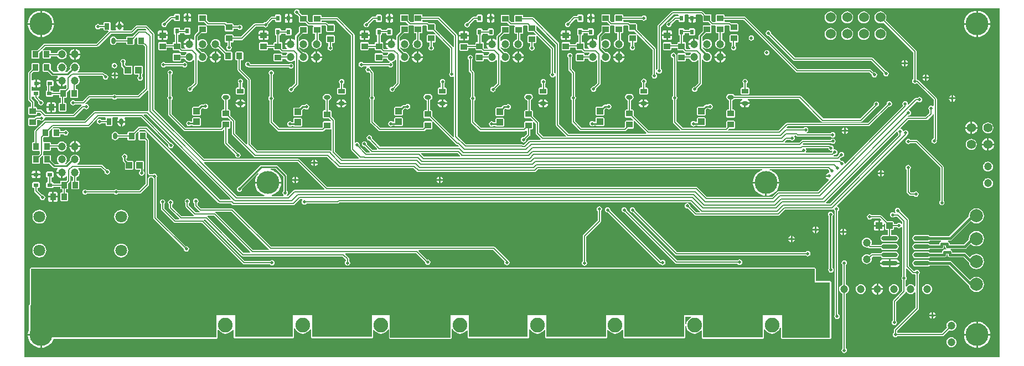
<source format=gbl>
G04 Layer_Physical_Order=2*
G04 Layer_Color=16711680*
%FSLAX24Y24*%
%MOIN*%
G70*
G01*
G75*
%ADD13R,0.0394X0.0394*%
%ADD14R,0.0354X0.0394*%
%ADD15R,0.0394X0.0354*%
%ADD18R,0.0394X0.0394*%
%ADD45C,0.0080*%
%ADD47C,0.0100*%
%ADD68R,0.3550X0.3240*%
%ADD69R,0.3600X0.3240*%
%ADD73C,0.0472*%
%ADD74C,0.1378*%
%ADD75C,0.0709*%
%ADD76C,0.0600*%
%ADD77C,0.0550*%
%ADD78O,0.0925X0.0886*%
%ADD79C,0.0886*%
%ADD80C,0.0787*%
%ADD81C,0.0200*%
%ADD82R,0.0315X0.0236*%
%ADD83R,0.0236X0.0315*%
%ADD84O,0.0984X0.0276*%
%ADD85R,0.0394X0.0276*%
%ADD86O,0.0394X0.0276*%
%ADD87R,0.0276X0.0394*%
%ADD88O,0.0276X0.0394*%
%ADD89C,0.0150*%
%ADD90R,4.7190X0.2830*%
%ADD91R,1.1240X0.1960*%
%ADD92R,0.3500X0.3240*%
%ADD93R,0.3650X0.3240*%
%ADD94R,0.2900X0.3350*%
G36*
X70020Y10016D02*
X69974Y9970D01*
X11280D01*
Y31000D01*
X70000D01*
X70020Y10016D01*
D02*
G37*
%LPC*%
G36*
X68672Y23750D02*
X68350D01*
Y23428D01*
X68398Y23435D01*
X68489Y23472D01*
X68567Y23533D01*
X68628Y23611D01*
X68665Y23702D01*
X68672Y23750D01*
D02*
G37*
G36*
X68250D02*
X67928D01*
X67935Y23702D01*
X67972Y23611D01*
X68033Y23533D01*
X68111Y23472D01*
X68202Y23435D01*
X68250Y23428D01*
Y23750D01*
D02*
G37*
G36*
X60894Y23580D02*
X60750D01*
Y23436D01*
X60778Y23442D01*
X60844Y23486D01*
X60888Y23552D01*
X60894Y23580D01*
D02*
G37*
G36*
X60650D02*
X60506D01*
X60512Y23552D01*
X60556Y23486D01*
X60622Y23442D01*
X60650Y23436D01*
Y23580D01*
D02*
G37*
G36*
X14373Y23014D02*
Y22731D01*
X14656D01*
X14651Y22769D01*
X14617Y22851D01*
X14563Y22921D01*
X14493Y22975D01*
X14411Y23009D01*
X14373Y23014D01*
D02*
G37*
G36*
X14273D02*
X14236Y23009D01*
X14154Y22975D01*
X14084Y22921D01*
X14030Y22851D01*
X13996Y22769D01*
X13991Y22731D01*
X14273D01*
Y23014D01*
D02*
G37*
G36*
X69350Y23172D02*
Y22850D01*
X69672D01*
X69665Y22898D01*
X69628Y22989D01*
X69567Y23067D01*
X69489Y23128D01*
X69398Y23165D01*
X69350Y23172D01*
D02*
G37*
G36*
X69250D02*
X69202Y23165D01*
X69111Y23128D01*
X69033Y23067D01*
X68972Y22989D01*
X68935Y22898D01*
X68928Y22850D01*
X69250D01*
Y23172D01*
D02*
G37*
G36*
X69300Y24138D02*
X69213Y24126D01*
X69131Y24093D01*
X69061Y24039D01*
X69007Y23969D01*
X68974Y23887D01*
X68962Y23800D01*
X68974Y23713D01*
X69007Y23631D01*
X69061Y23561D01*
X69131Y23507D01*
X69213Y23474D01*
X69300Y23462D01*
X69387Y23474D01*
X69469Y23507D01*
X69539Y23561D01*
X69593Y23631D01*
X69626Y23713D01*
X69638Y23800D01*
X69626Y23887D01*
X69593Y23969D01*
X69539Y24039D01*
X69469Y24093D01*
X69387Y24126D01*
X69300Y24138D01*
D02*
G37*
G36*
X17361Y24127D02*
X17169D01*
Y23886D01*
X17211Y23894D01*
X17290Y23947D01*
X17343Y24026D01*
X17361Y24118D01*
Y24127D01*
D02*
G37*
G36*
X17069D02*
X16876D01*
Y24118D01*
X16895Y24026D01*
X16947Y23947D01*
X17026Y23894D01*
X17069Y23886D01*
Y24127D01*
D02*
G37*
G36*
X27931Y24394D02*
X27538D01*
X27492Y24375D01*
X27473Y24329D01*
Y24148D01*
X27392D01*
X27390Y24152D01*
X27337Y24187D01*
X27274Y24199D01*
X27212Y24187D01*
X27159Y24152D01*
X27124Y24099D01*
X27111Y24036D01*
X27124Y23974D01*
X27159Y23921D01*
X27212Y23886D01*
X27274Y23873D01*
X27337Y23886D01*
X27390Y23921D01*
X27392Y23924D01*
X27477D01*
X27492Y23890D01*
X27538Y23871D01*
X27931D01*
X27977Y23890D01*
X27996Y23936D01*
Y24329D01*
X27977Y24375D01*
X27931Y24394D01*
D02*
G37*
G36*
X40110Y24398D02*
X39716D01*
X39670Y24379D01*
X39651Y24333D01*
Y24148D01*
X39541D01*
X39539Y24151D01*
X39486Y24186D01*
X39423Y24198D01*
X39361Y24186D01*
X39308Y24151D01*
X39273Y24098D01*
X39260Y24035D01*
X39273Y23973D01*
X39308Y23920D01*
X39361Y23885D01*
X39423Y23872D01*
X39486Y23885D01*
X39539Y23920D01*
X39541Y23923D01*
X39658D01*
X39670Y23893D01*
X39716Y23874D01*
X40110D01*
X40156Y23893D01*
X40175Y23939D01*
Y24333D01*
X40156Y24379D01*
X40110Y24398D01*
D02*
G37*
G36*
X60750Y23824D02*
Y23680D01*
X60894D01*
X60888Y23708D01*
X60844Y23774D01*
X60778Y23818D01*
X60750Y23824D01*
D02*
G37*
G36*
X60650D02*
X60622Y23818D01*
X60556Y23774D01*
X60512Y23708D01*
X60506Y23680D01*
X60650D01*
Y23824D01*
D02*
G37*
G36*
X68350Y24172D02*
Y23850D01*
X68672D01*
X68665Y23898D01*
X68628Y23989D01*
X68567Y24067D01*
X68489Y24128D01*
X68398Y24165D01*
X68350Y24172D01*
D02*
G37*
G36*
X68250D02*
X68202Y24165D01*
X68111Y24128D01*
X68033Y24067D01*
X67972Y23989D01*
X67935Y23898D01*
X67928Y23850D01*
X68250D01*
Y24172D01*
D02*
G37*
G36*
X68300Y23138D02*
X68213Y23126D01*
X68131Y23093D01*
X68061Y23039D01*
X68007Y22969D01*
X67974Y22887D01*
X67962Y22800D01*
X67974Y22713D01*
X68007Y22631D01*
X68061Y22561D01*
X68131Y22507D01*
X68213Y22474D01*
X68300Y22462D01*
X68387Y22474D01*
X68469Y22507D01*
X68539Y22561D01*
X68593Y22631D01*
X68626Y22713D01*
X68638Y22800D01*
X68626Y22887D01*
X68593Y22969D01*
X68539Y23039D01*
X68469Y23093D01*
X68387Y23126D01*
X68300Y23138D01*
D02*
G37*
G36*
X62910Y21264D02*
Y21120D01*
X63054D01*
X63048Y21148D01*
X63004Y21214D01*
X62938Y21258D01*
X62910Y21264D01*
D02*
G37*
G36*
X62810D02*
X62782Y21258D01*
X62716Y21214D01*
X62672Y21148D01*
X62666Y21120D01*
X62810D01*
Y21264D01*
D02*
G37*
G36*
X17313Y22235D02*
X17250Y22223D01*
X17197Y22187D01*
X17162Y22134D01*
X17150Y22072D01*
X17162Y22009D01*
X17197Y21957D01*
X17201Y21954D01*
Y21837D01*
X17201Y21837D01*
X17209Y21794D01*
X17234Y21758D01*
X17329Y21662D01*
Y21343D01*
X17348Y21297D01*
X17394Y21278D01*
X17788D01*
X17834Y21297D01*
X17853Y21343D01*
Y21737D01*
X17834Y21782D01*
X17788Y21801D01*
X17507D01*
X17425Y21883D01*
Y21954D01*
X17428Y21957D01*
X17464Y22009D01*
X17476Y22072D01*
X17464Y22134D01*
X17428Y22187D01*
X17375Y22223D01*
X17313Y22235D01*
D02*
G37*
G36*
X69310Y21769D02*
X69233Y21759D01*
X69161Y21729D01*
X69099Y21681D01*
X69051Y21619D01*
X69021Y21547D01*
X69011Y21470D01*
X69021Y21393D01*
X69051Y21321D01*
X69099Y21259D01*
X69161Y21211D01*
X69233Y21181D01*
X69310Y21171D01*
X69387Y21181D01*
X69459Y21211D01*
X69521Y21259D01*
X69569Y21321D01*
X69599Y21393D01*
X69609Y21470D01*
X69599Y21547D01*
X69569Y21619D01*
X69521Y21681D01*
X69459Y21729D01*
X69387Y21759D01*
X69310Y21769D01*
D02*
G37*
G36*
X18418Y21801D02*
X18024D01*
X17978Y21782D01*
X17959Y21737D01*
Y21343D01*
X17978Y21297D01*
X18024Y21278D01*
X18232D01*
Y21195D01*
X18229Y21192D01*
X18194Y21140D01*
X18181Y21077D01*
X18194Y21015D01*
X18229Y20962D01*
X18282Y20926D01*
X18344Y20914D01*
X18407Y20926D01*
X18460Y20962D01*
X18495Y21015D01*
X18507Y21077D01*
X18495Y21140D01*
X18460Y21192D01*
X18456Y21195D01*
Y21294D01*
X18464Y21297D01*
X18483Y21343D01*
Y21737D01*
X18464Y21782D01*
X18418Y21801D01*
D02*
G37*
G36*
X63054Y21020D02*
X62910D01*
Y20876D01*
X62938Y20882D01*
X63004Y20926D01*
X63048Y20992D01*
X63054Y21020D01*
D02*
G37*
G36*
X12138Y21209D02*
X12031D01*
Y21038D01*
X12240D01*
Y21107D01*
X12232Y21146D01*
X12210Y21179D01*
X12177Y21201D01*
X12138Y21209D01*
D02*
G37*
G36*
X11931D02*
X11823D01*
X11784Y21201D01*
X11751Y21179D01*
X11729Y21146D01*
X11721Y21107D01*
Y21038D01*
X11931D01*
Y21209D01*
D02*
G37*
G36*
X28690Y21650D02*
X28546D01*
X28552Y21622D01*
X28596Y21556D01*
X28662Y21512D01*
X28690Y21506D01*
Y21650D01*
D02*
G37*
G36*
X14656Y22631D02*
X14373D01*
Y22349D01*
X14411Y22354D01*
X14493Y22388D01*
X14563Y22442D01*
X14617Y22512D01*
X14651Y22594D01*
X14656Y22631D01*
D02*
G37*
G36*
X14273D02*
X13991D01*
X13996Y22594D01*
X14030Y22512D01*
X14084Y22442D01*
X14154Y22388D01*
X14236Y22354D01*
X14273Y22349D01*
Y22631D01*
D02*
G37*
G36*
X69672Y22750D02*
X69350D01*
Y22428D01*
X69398Y22435D01*
X69489Y22472D01*
X69567Y22533D01*
X69628Y22611D01*
X69665Y22702D01*
X69672Y22750D01*
D02*
G37*
G36*
X69250D02*
X68928D01*
X68935Y22702D01*
X68972Y22611D01*
X69033Y22533D01*
X69111Y22472D01*
X69202Y22435D01*
X69250Y22428D01*
Y22750D01*
D02*
G37*
G36*
X28690Y21894D02*
X28662Y21888D01*
X28596Y21844D01*
X28552Y21778D01*
X28546Y21750D01*
X28690D01*
Y21894D01*
D02*
G37*
G36*
X28934Y21650D02*
X28790D01*
Y21506D01*
X28818Y21512D01*
X28884Y21556D01*
X28928Y21622D01*
X28934Y21650D01*
D02*
G37*
G36*
X27681Y30943D02*
X27619Y30931D01*
X27566Y30895D01*
X27531Y30842D01*
X27518Y30780D01*
X27531Y30718D01*
X27566Y30665D01*
X27619Y30629D01*
X27681Y30617D01*
X27697Y30620D01*
X27827Y30490D01*
Y30196D01*
X27846Y30150D01*
X27892Y30131D01*
X28205D01*
X28343Y29992D01*
X28376Y29970D01*
X28415Y29963D01*
X28643D01*
X28667Y29913D01*
X28654Y29881D01*
Y29526D01*
X28673Y29480D01*
X28719Y29461D01*
X28794D01*
Y29144D01*
X28727Y29116D01*
X28665Y29068D01*
X28617Y29006D01*
X28588Y28934D01*
X28577Y28857D01*
X28588Y28780D01*
X28617Y28708D01*
X28665Y28646D01*
X28727Y28598D01*
X28799Y28568D01*
X28876Y28558D01*
X28953Y28568D01*
X29025Y28598D01*
X29087Y28646D01*
X29135Y28708D01*
X29165Y28780D01*
X29175Y28857D01*
X29165Y28934D01*
X29135Y29006D01*
X29087Y29068D01*
X29025Y29116D01*
X28998Y29127D01*
Y29461D01*
X29112D01*
X29158Y29480D01*
X29177Y29526D01*
Y29881D01*
X29164Y29913D01*
X29188Y29963D01*
X29404D01*
X29441Y29925D01*
Y29644D01*
X29460Y29598D01*
X29506Y29579D01*
X29900D01*
X29946Y29598D01*
X29965Y29644D01*
Y29999D01*
X29946Y30045D01*
X29900Y30064D01*
X29591D01*
X29518Y30137D01*
X29485Y30159D01*
X29446Y30167D01*
X29197D01*
X29177Y30196D01*
Y30271D01*
X30055D01*
X30958Y29368D01*
Y22500D01*
X30966Y22461D01*
X30988Y22428D01*
X31424Y21992D01*
X31403Y21942D01*
X30422D01*
X29983Y22381D01*
Y24250D01*
X29975Y24289D01*
X29953Y24322D01*
X29768Y24507D01*
Y24802D01*
X29749Y24848D01*
X29703Y24867D01*
X29617D01*
Y25457D01*
X29642Y25462D01*
X29708Y25506D01*
X29751Y25571D01*
X29767Y25648D01*
X29751Y25726D01*
X29708Y25791D01*
X29642Y25835D01*
X29565Y25850D01*
X29447D01*
X29370Y25835D01*
X29304Y25791D01*
X29261Y25726D01*
X29245Y25648D01*
X29261Y25571D01*
X29304Y25506D01*
X29370Y25462D01*
X29413Y25454D01*
Y24867D01*
X29309D01*
X29263Y24848D01*
X29244Y24802D01*
Y24448D01*
X29263Y24402D01*
X29309Y24383D01*
X29604D01*
X29758Y24229D01*
X29730Y24187D01*
X29729Y24187D01*
X29703Y24198D01*
X29309D01*
X29263Y24179D01*
X29244Y24133D01*
Y23838D01*
X29202Y23797D01*
X26628D01*
X26239Y24186D01*
Y25459D01*
X26253Y25468D01*
X26288Y25521D01*
X26300Y25583D01*
X26288Y25646D01*
X26253Y25699D01*
X26239Y25708D01*
Y26984D01*
X26261Y26999D01*
X26297Y27052D01*
X26309Y27115D01*
X26297Y27177D01*
X26261Y27230D01*
X26208Y27265D01*
X26146Y27278D01*
X26084Y27265D01*
X26031Y27230D01*
X25995Y27177D01*
X25983Y27115D01*
X25995Y27052D01*
X26031Y26999D01*
X26035Y26996D01*
Y25708D01*
X26022Y25699D01*
X25986Y25646D01*
X25974Y25583D01*
X25986Y25521D01*
X26022Y25468D01*
X26035Y25459D01*
Y24143D01*
X26043Y24104D01*
X26065Y24071D01*
X26514Y23622D01*
X26547Y23600D01*
X26586Y23593D01*
X29245D01*
X29284Y23600D01*
X29317Y23622D01*
X29408Y23713D01*
X29703D01*
X29729Y23724D01*
X29779Y23697D01*
Y22458D01*
X29765Y22446D01*
X29729Y22426D01*
X29701Y22432D01*
X25312D01*
X24902Y22842D01*
Y26720D01*
X24894Y26759D01*
X24872Y26792D01*
X24327Y27338D01*
Y27888D01*
X24402D01*
X24448Y27907D01*
X24467Y27953D01*
Y28347D01*
X24448Y28393D01*
X24402Y28412D01*
X24047D01*
X24002Y28393D01*
X23983Y28347D01*
Y27953D01*
X24002Y27907D01*
X24047Y27888D01*
X24123D01*
Y27295D01*
X24130Y27256D01*
X24153Y27223D01*
X24698Y26678D01*
Y22837D01*
X24648Y22816D01*
X23972Y23492D01*
Y24215D01*
X23964Y24254D01*
X23942Y24287D01*
X23679Y24550D01*
Y24845D01*
X23660Y24891D01*
X23614Y24910D01*
X23529D01*
Y25461D01*
X23553Y25465D01*
X23619Y25509D01*
X23662Y25575D01*
X23678Y25652D01*
X23662Y25729D01*
X23619Y25794D01*
X23553Y25838D01*
X23476Y25853D01*
X23358D01*
X23281Y25838D01*
X23215Y25794D01*
X23172Y25729D01*
X23156Y25652D01*
X23172Y25575D01*
X23215Y25509D01*
X23281Y25465D01*
X23325Y25457D01*
Y24910D01*
X23220D01*
X23174Y24891D01*
X23155Y24845D01*
Y24490D01*
X23174Y24444D01*
X23220Y24425D01*
X23515D01*
X23669Y24272D01*
X23640Y24229D01*
X23633Y24232D01*
X23614Y24240D01*
X23220D01*
X23174Y24221D01*
X23155Y24175D01*
Y23864D01*
X23115Y23823D01*
X20981D01*
X20151Y24653D01*
Y25486D01*
X20165Y25495D01*
X20200Y25548D01*
X20213Y25610D01*
X20200Y25673D01*
X20165Y25726D01*
X20151Y25735D01*
Y27011D01*
X20174Y27026D01*
X20209Y27079D01*
X20221Y27141D01*
X20209Y27204D01*
X20174Y27257D01*
X20121Y27292D01*
X20058Y27305D01*
X19996Y27292D01*
X19943Y27257D01*
X19908Y27204D01*
X19895Y27141D01*
X19908Y27079D01*
X19943Y27026D01*
X19947Y27023D01*
Y25735D01*
X19934Y25726D01*
X19899Y25673D01*
X19886Y25610D01*
X19899Y25548D01*
X19934Y25495D01*
X19947Y25486D01*
Y24611D01*
X19955Y24572D01*
X19977Y24538D01*
X20866Y23649D01*
X20900Y23627D01*
X20939Y23619D01*
X23157D01*
X23196Y23627D01*
X23229Y23649D01*
X23279Y23699D01*
X23325Y23680D01*
Y22873D01*
X23333Y22834D01*
X23355Y22801D01*
X23975Y22181D01*
X23971Y22160D01*
X23983Y22098D01*
X24018Y22045D01*
X24071Y22009D01*
X24134Y21997D01*
X24196Y22009D01*
X24249Y22045D01*
X24284Y22098D01*
X24297Y22160D01*
X24284Y22222D01*
X24249Y22275D01*
X24196Y22311D01*
X24134Y22323D01*
X24123Y22321D01*
X23529Y22915D01*
Y23756D01*
X23614D01*
X23660Y23775D01*
X23679Y23821D01*
Y24175D01*
X23671Y24194D01*
X23668Y24202D01*
X23710Y24230D01*
X23768Y24172D01*
Y23450D01*
X23776Y23411D01*
X23798Y23378D01*
X25108Y22068D01*
X25141Y22046D01*
X25180Y22038D01*
X26946D01*
X26986Y22046D01*
X26989Y22048D01*
X29519D01*
X30159Y21408D01*
X30192Y21386D01*
X30231Y21378D01*
X34716D01*
X34926Y21168D01*
X34959Y21146D01*
X34998Y21138D01*
X42011D01*
X42050Y21146D01*
X42083Y21168D01*
X42223Y21308D01*
X55714D01*
X55721Y21258D01*
X55637Y21232D01*
X55500Y21159D01*
X55379Y21061D01*
X55281Y20940D01*
X55208Y20803D01*
X55162Y20655D01*
X55152Y20550D01*
X56728D01*
X56718Y20655D01*
X56672Y20803D01*
X56599Y20940D01*
X56501Y21061D01*
X56380Y21159D01*
X56243Y21232D01*
X56159Y21258D01*
X56166Y21308D01*
X59668D01*
X59750Y21226D01*
X59747Y21210D01*
X59759Y21148D01*
X59758Y21145D01*
X59730Y21102D01*
X59662Y21088D01*
X59596Y21044D01*
X59552Y20978D01*
X59546Y20950D01*
X59740D01*
Y20850D01*
X59546D01*
X59552Y20822D01*
X59596Y20756D01*
X59662Y20712D01*
X59704Y20703D01*
X59720Y20649D01*
X59053Y19982D01*
X56687D01*
X56648Y19974D01*
X56615Y19952D01*
X56305Y19642D01*
X52380D01*
X51810Y20212D01*
X51777Y20234D01*
X51738Y20242D01*
X29514D01*
X27854Y21902D01*
X27821Y21924D01*
X27782Y21932D01*
X22122D01*
X19122Y24932D01*
Y29450D01*
X19114Y29489D01*
X19092Y29522D01*
X18672Y29942D01*
X18639Y29964D01*
X18600Y29972D01*
X18040D01*
X18001Y29964D01*
X17968Y29942D01*
X17716Y29690D01*
X17237D01*
X17211Y29740D01*
X17233Y29773D01*
X17251Y29866D01*
Y29875D01*
X17009D01*
X16766D01*
Y29866D01*
X16785Y29773D01*
X16807Y29740D01*
X16780Y29690D01*
X16502D01*
X16463Y29728D01*
Y30122D01*
X16444Y30168D01*
X16398Y30187D01*
X16123D01*
X16077Y30168D01*
X16058Y30122D01*
Y30010D01*
X15836D01*
X15827Y30023D01*
X15774Y30059D01*
X15711Y30071D01*
X15649Y30059D01*
X15596Y30023D01*
X15561Y29970D01*
X15548Y29908D01*
X15561Y29845D01*
X15596Y29792D01*
X15649Y29757D01*
X15711Y29745D01*
X15774Y29757D01*
X15827Y29792D01*
X15836Y29806D01*
X16058D01*
Y29728D01*
X16077Y29682D01*
X16123Y29663D01*
X16316D01*
X16337Y29613D01*
X15616Y28892D01*
X12511D01*
X12472Y28884D01*
X12439Y28862D01*
X12068Y28491D01*
X11773D01*
X11727Y28472D01*
X11708Y28426D01*
Y28032D01*
X11727Y27986D01*
X11773Y27967D01*
X12127D01*
X12173Y27986D01*
X12192Y28032D01*
Y28327D01*
X12346Y28480D01*
X12388Y28452D01*
X12385Y28445D01*
X12377Y28426D01*
Y28032D01*
X12396Y27986D01*
X12442Y27967D01*
X12797D01*
X12843Y27986D01*
X12862Y28032D01*
Y28121D01*
X13260D01*
X13277Y28079D01*
X13325Y28017D01*
X13387Y27970D01*
X13459Y27940D01*
X13536Y27930D01*
X13613Y27940D01*
X13685Y27970D01*
X13747Y28017D01*
X13795Y28079D01*
X13824Y28151D01*
X13835Y28229D01*
X13824Y28306D01*
X13795Y28378D01*
X13747Y28440D01*
X13685Y28487D01*
X13613Y28517D01*
X13536Y28528D01*
X13459Y28517D01*
X13387Y28487D01*
X13325Y28440D01*
X13277Y28378D01*
X13255Y28325D01*
X12862D01*
Y28426D01*
X12843Y28472D01*
X12797Y28491D01*
X12442D01*
X12423Y28483D01*
X12416Y28480D01*
X12388Y28522D01*
X12554Y28688D01*
X15658D01*
X15697Y28696D01*
X15730Y28718D01*
X16499Y29486D01*
X17758D01*
X17797Y29494D01*
X17830Y29516D01*
X18082Y29768D01*
X18558D01*
X18596Y29730D01*
X18595Y29726D01*
X18573Y29682D01*
X18190D01*
X18151Y29674D01*
X18118Y29652D01*
X17786Y29320D01*
X17481D01*
X17435Y29301D01*
X17416Y29256D01*
Y29144D01*
X16831D01*
X16821Y29195D01*
X16777Y29260D01*
X16712Y29304D01*
X16635Y29319D01*
X16557Y29304D01*
X16492Y29260D01*
X16448Y29195D01*
X16433Y29118D01*
Y29000D01*
X16448Y28922D01*
X16492Y28857D01*
X16557Y28813D01*
X16635Y28798D01*
X16712Y28813D01*
X16777Y28857D01*
X16821Y28922D01*
X16824Y28940D01*
X17416D01*
Y28862D01*
X17435Y28816D01*
X17481Y28797D01*
X17835D01*
X17881Y28816D01*
X17900Y28862D01*
Y29146D01*
X18046Y29292D01*
X18089Y29264D01*
X18085Y29256D01*
Y28862D01*
X18104Y28816D01*
X18150Y28797D01*
X18427D01*
X18528Y28696D01*
Y26189D01*
X18105Y25766D01*
X16832D01*
X16823Y25780D01*
X16770Y25815D01*
X16708Y25827D01*
X16645Y25815D01*
X16592Y25780D01*
X16583Y25766D01*
X15186D01*
X15146Y25758D01*
X15113Y25736D01*
X14802Y25425D01*
X14334D01*
X14325Y25438D01*
X14272Y25474D01*
X14210Y25486D01*
X14148Y25474D01*
X14095Y25438D01*
X14059Y25386D01*
X14047Y25323D01*
X14059Y25261D01*
X14095Y25208D01*
X14148Y25172D01*
X14210Y25160D01*
X14272Y25172D01*
X14325Y25208D01*
X14334Y25221D01*
X14714D01*
X14720Y25213D01*
X14718Y25152D01*
X14198Y24632D01*
X12567D01*
X12303Y24897D01*
X12270Y24919D01*
X12231Y24927D01*
X12032D01*
Y25002D01*
X12013Y25048D01*
X11967Y25067D01*
X11872D01*
Y25360D01*
X11864Y25399D01*
X11842Y25432D01*
X11722Y25552D01*
Y25682D01*
X11772Y25702D01*
X11809Y25687D01*
X11865D01*
Y25633D01*
X11872Y25594D01*
X11895Y25561D01*
X12117Y25339D01*
X12113Y25323D01*
X12126Y25261D01*
X12161Y25208D01*
X12214Y25172D01*
X12277Y25160D01*
X12339Y25172D01*
X12392Y25208D01*
X12427Y25261D01*
X12440Y25323D01*
X12427Y25386D01*
X12392Y25438D01*
X12339Y25474D01*
X12277Y25486D01*
X12261Y25483D01*
X12107Y25637D01*
X12124Y25687D01*
X12170Y25706D01*
X12189Y25752D01*
Y25988D01*
X12170Y26034D01*
X12124Y26053D01*
X11809D01*
X11772Y26038D01*
X11722Y26058D01*
Y26267D01*
X11749Y26281D01*
X11772Y26287D01*
X11800Y26268D01*
X11839Y26260D01*
X11947D01*
Y26480D01*
Y26700D01*
X11839D01*
X11800Y26692D01*
X11772Y26673D01*
X11749Y26679D01*
X11722Y26693D01*
Y27069D01*
X11833Y27180D01*
X12127D01*
X12173Y27199D01*
X12192Y27244D01*
Y27638D01*
X12173Y27684D01*
X12127Y27703D01*
X11773D01*
X11727Y27684D01*
X11708Y27638D01*
Y27343D01*
X11548Y27183D01*
X11526Y27150D01*
X11518Y27111D01*
Y25510D01*
X11526Y25471D01*
X11548Y25438D01*
X11668Y25318D01*
Y25067D01*
X11573D01*
X11527Y25048D01*
X11508Y25002D01*
Y24647D01*
X11527Y24602D01*
X11573Y24583D01*
X11967D01*
X12013Y24602D01*
X12032Y24647D01*
Y24723D01*
X12188D01*
X12307Y24604D01*
X12290Y24550D01*
X12260Y24544D01*
X12207Y24509D01*
X12198Y24495D01*
X12008D01*
X11969Y24487D01*
X11936Y24465D01*
X11868Y24397D01*
X11573D01*
X11527Y24378D01*
X11508Y24333D01*
Y23978D01*
X11527Y23932D01*
X11573Y23913D01*
X11967D01*
X12013Y23932D01*
X12032Y23978D01*
Y24273D01*
X12050Y24291D01*
X12198D01*
X12207Y24278D01*
X12260Y24242D01*
X12323Y24230D01*
X12385Y24242D01*
X12438Y24278D01*
X12473Y24331D01*
X12486Y24393D01*
X12522Y24425D01*
X12530Y24428D01*
X14240D01*
X14279Y24436D01*
X14312Y24458D01*
X14829Y24975D01*
X14880Y24972D01*
X14885Y24965D01*
X14938Y24929D01*
X15000Y24917D01*
X15062Y24929D01*
X15115Y24965D01*
X15151Y25018D01*
X15163Y25080D01*
X15151Y25142D01*
X15115Y25195D01*
X15062Y25231D01*
X15000Y25243D01*
X14974Y25238D01*
X14950Y25284D01*
X15228Y25562D01*
X16583D01*
X16592Y25549D01*
X16645Y25514D01*
X16708Y25501D01*
X16770Y25514D01*
X16823Y25549D01*
X16832Y25562D01*
X18148D01*
X18187Y25570D01*
X18220Y25592D01*
X18688Y26060D01*
X18738Y26041D01*
Y24845D01*
X18732Y24837D01*
X18688Y24808D01*
X18670Y24812D01*
X15520D01*
X15481Y24804D01*
X15448Y24782D01*
X14918Y24252D01*
X12530D01*
X12491Y24244D01*
X12458Y24222D01*
X11909Y23673D01*
X11887Y23640D01*
X11879Y23601D01*
Y22943D01*
X11804D01*
X11758Y22924D01*
X11739Y22878D01*
Y22485D01*
X11758Y22439D01*
X11804Y22420D01*
X12158D01*
X12164Y22422D01*
X12214Y22389D01*
Y22260D01*
X12110Y22156D01*
X11804D01*
X11758Y22137D01*
X11739Y22091D01*
Y21697D01*
X11758Y21651D01*
X11804Y21632D01*
X12158D01*
X12204Y21651D01*
X12223Y21697D01*
Y21981D01*
X12369Y22126D01*
X12411Y22098D01*
X12408Y22091D01*
Y21697D01*
X12427Y21651D01*
X12473Y21632D01*
X12774D01*
X12987Y21419D01*
X12987Y21419D01*
X13023Y21395D01*
X13066Y21387D01*
X13273D01*
X13289Y21337D01*
X13242Y21276D01*
X13208Y21194D01*
X13203Y21157D01*
X13536D01*
Y21107D01*
X13586D01*
Y20774D01*
X13624Y20779D01*
X13705Y20813D01*
X13776Y20867D01*
X13791Y20886D01*
X13841Y20869D01*
Y20668D01*
X13793Y20620D01*
X13497D01*
X13451Y20601D01*
X13432Y20555D01*
Y20451D01*
X13030D01*
Y20477D01*
X13011Y20523D01*
X12965Y20542D01*
X12897D01*
Y20805D01*
X12965D01*
X13011Y20824D01*
X13030Y20870D01*
Y21107D01*
X13011Y21153D01*
X12965Y21172D01*
X12650D01*
X12604Y21153D01*
X12585Y21107D01*
Y20870D01*
X12604Y20824D01*
X12650Y20805D01*
X12693D01*
Y20542D01*
X12650D01*
X12604Y20523D01*
X12585Y20477D01*
Y20240D01*
X12604Y20195D01*
X12650Y20176D01*
X12965D01*
X13011Y20195D01*
X13030Y20240D01*
Y20247D01*
X13432D01*
Y20162D01*
X13451Y20116D01*
X13497Y20097D01*
X13564D01*
Y19912D01*
X13497D01*
X13452Y19893D01*
X13433Y19847D01*
Y19453D01*
X13452Y19407D01*
X13497Y19388D01*
X13852D01*
X13898Y19407D01*
X13917Y19453D01*
Y19847D01*
X13898Y19893D01*
X13852Y19912D01*
X13768D01*
Y20097D01*
X13851D01*
X13897Y20116D01*
X13916Y20162D01*
Y20454D01*
X14015Y20553D01*
X14037Y20586D01*
X14044Y20625D01*
Y20901D01*
X14094Y20918D01*
X14112Y20895D01*
X14174Y20848D01*
X14217Y20830D01*
Y20620D01*
X14166D01*
X14120Y20601D01*
X14101Y20555D01*
Y20162D01*
X14120Y20116D01*
X14166Y20097D01*
X14520D01*
X14566Y20116D01*
X14585Y20162D01*
Y20555D01*
X14566Y20601D01*
X14520Y20620D01*
X14421D01*
Y20826D01*
X14473Y20848D01*
X14535Y20895D01*
X14582Y20957D01*
X14612Y21029D01*
X14622Y21107D01*
X14612Y21184D01*
X14582Y21256D01*
X14535Y21318D01*
X14511Y21336D01*
X14528Y21386D01*
X15885D01*
X16106Y21165D01*
X16103Y21149D01*
X16115Y21086D01*
X16151Y21033D01*
X16204Y20998D01*
X16266Y20986D01*
X16328Y20998D01*
X16381Y21033D01*
X16417Y21086D01*
X16429Y21149D01*
X16417Y21211D01*
X16381Y21264D01*
X16328Y21299D01*
X16266Y21312D01*
X16250Y21309D01*
X15999Y21560D01*
X15966Y21582D01*
X15927Y21590D01*
X14492D01*
X14479Y21620D01*
X14478Y21640D01*
X14535Y21683D01*
X14582Y21745D01*
X14612Y21817D01*
X14622Y21894D01*
X14612Y21971D01*
X14582Y22043D01*
X14535Y22105D01*
X14473Y22153D01*
X14401Y22183D01*
X14323Y22193D01*
X14246Y22183D01*
X14174Y22153D01*
X14112Y22105D01*
X14065Y22043D01*
X14035Y21971D01*
X14025Y21894D01*
X14028Y21869D01*
X13783Y21624D01*
X13758Y21628D01*
X13744Y21681D01*
X13747Y21683D01*
X13795Y21745D01*
X13824Y21817D01*
X13835Y21894D01*
X13824Y21971D01*
X13795Y22043D01*
X13747Y22105D01*
X13685Y22153D01*
X13613Y22183D01*
X13536Y22193D01*
X13459Y22183D01*
X13387Y22153D01*
X13325Y22105D01*
X13277Y22043D01*
X13247Y21971D01*
X13237Y21894D01*
X13247Y21817D01*
X13277Y21745D01*
X13325Y21683D01*
X13353Y21661D01*
X13336Y21611D01*
X13112D01*
X12892Y21831D01*
Y22091D01*
X12873Y22137D01*
X12827Y22156D01*
X12473D01*
X12448Y22145D01*
X12424Y22166D01*
X12411Y22184D01*
X12418Y22218D01*
Y22388D01*
X12468Y22422D01*
X12473Y22420D01*
X12827D01*
X12873Y22439D01*
X12892Y22485D01*
Y22597D01*
X13250D01*
X13277Y22532D01*
X13325Y22470D01*
X13387Y22423D01*
X13459Y22393D01*
X13536Y22383D01*
X13613Y22393D01*
X13685Y22423D01*
X13747Y22470D01*
X13795Y22532D01*
X13824Y22604D01*
X13835Y22681D01*
X13824Y22759D01*
X13795Y22831D01*
X13747Y22893D01*
X13685Y22940D01*
X13613Y22970D01*
X13536Y22980D01*
X13459Y22970D01*
X13387Y22940D01*
X13325Y22893D01*
X13277Y22831D01*
X13265Y22801D01*
X12892D01*
Y22878D01*
X12873Y22924D01*
X12827Y22943D01*
X12473D01*
X12468Y22941D01*
X12418Y22975D01*
Y23207D01*
X12458Y23246D01*
X12709D01*
X12755Y23265D01*
X12774Y23311D01*
Y23606D01*
X12928Y23760D01*
X12970Y23731D01*
X12967Y23724D01*
X12959Y23705D01*
Y23311D01*
X12978Y23265D01*
X13024Y23246D01*
X13378D01*
X13424Y23265D01*
X13443Y23311D01*
Y23397D01*
X13642D01*
X13651Y23383D01*
X13704Y23348D01*
X13766Y23336D01*
X13828Y23348D01*
X13881Y23383D01*
X13917Y23436D01*
X13929Y23499D01*
X13917Y23561D01*
X13881Y23614D01*
X13828Y23649D01*
X13766Y23662D01*
X13704Y23649D01*
X13651Y23614D01*
X13642Y23601D01*
X13443D01*
Y23705D01*
X13424Y23751D01*
X13378Y23770D01*
X13024D01*
X13005Y23762D01*
X12998Y23759D01*
X12969Y23801D01*
X13026Y23858D01*
X15130D01*
X15169Y23866D01*
X15202Y23888D01*
X15742Y24428D01*
X16136D01*
X16169Y24378D01*
X16168Y24374D01*
Y24285D01*
X15925D01*
X15916Y24299D01*
X15863Y24334D01*
X15801Y24347D01*
X15738Y24334D01*
X15685Y24299D01*
X15650Y24246D01*
X15637Y24183D01*
X15650Y24121D01*
X15685Y24068D01*
X15738Y24033D01*
X15801Y24020D01*
X15863Y24033D01*
X15916Y24068D01*
X15925Y24081D01*
X16168D01*
Y23981D01*
X16187Y23935D01*
X16233Y23916D01*
X16508D01*
X16554Y23935D01*
X16573Y23981D01*
Y24374D01*
X16572Y24378D01*
X16605Y24428D01*
X16900D01*
X16927Y24378D01*
X16895Y24329D01*
X16876Y24237D01*
Y24227D01*
X17119D01*
X17361D01*
Y24237D01*
X17343Y24329D01*
X17310Y24378D01*
X17337Y24428D01*
X18298D01*
X19945Y22781D01*
X19937Y22740D01*
X19949Y22678D01*
X19985Y22625D01*
X20038Y22589D01*
X20100Y22577D01*
X20162Y22589D01*
X20215Y22625D01*
X20251Y22678D01*
X20263Y22740D01*
X20251Y22802D01*
X20215Y22855D01*
X20162Y22891D01*
X20114Y22900D01*
X18456Y24558D01*
X18477Y24608D01*
X18628D01*
X23724Y19512D01*
X23703Y19462D01*
X23072D01*
X18672Y23862D01*
X18639Y23884D01*
X18600Y23892D01*
X18207D01*
X18168Y23884D01*
X18135Y23862D01*
X17846Y23573D01*
X17552D01*
X17506Y23554D01*
X17487Y23508D01*
Y23419D01*
X16937D01*
X16931Y23448D01*
X16887Y23513D01*
X16822Y23557D01*
X16745Y23572D01*
X16667Y23557D01*
X16602Y23513D01*
X16558Y23448D01*
X16543Y23370D01*
Y23252D01*
X16558Y23175D01*
X16602Y23110D01*
X16667Y23066D01*
X16745Y23051D01*
X16822Y23066D01*
X16887Y23110D01*
X16931Y23175D01*
X16939Y23215D01*
X17487D01*
Y23114D01*
X17506Y23069D01*
X17552Y23050D01*
X17906D01*
X17952Y23069D01*
X17971Y23114D01*
Y23409D01*
X18125Y23563D01*
X18167Y23535D01*
X18164Y23527D01*
X18156Y23508D01*
Y23114D01*
X18175Y23069D01*
X18221Y23050D01*
X18539D01*
X18584Y23005D01*
Y21000D01*
Y20431D01*
X18195Y20042D01*
X16921D01*
X16912Y20055D01*
X16860Y20091D01*
X16797Y20103D01*
X16735Y20091D01*
X16682Y20055D01*
X16673Y20042D01*
X15048D01*
X15045Y20045D01*
X14992Y20081D01*
X14930Y20093D01*
X14868Y20081D01*
X14815Y20045D01*
X14779Y19992D01*
X14767Y19930D01*
X14779Y19868D01*
X14815Y19815D01*
X14868Y19779D01*
X14930Y19767D01*
X14992Y19779D01*
X15045Y19815D01*
X15061Y19838D01*
X16673D01*
X16682Y19824D01*
X16735Y19789D01*
X16797Y19777D01*
X16860Y19789D01*
X16912Y19824D01*
X16921Y19838D01*
X18237D01*
X18276Y19846D01*
X18309Y19868D01*
X18758Y20317D01*
X18780Y20350D01*
X18788Y20389D01*
Y20748D01*
X18838Y20798D01*
X18966D01*
X18988Y20765D01*
X19041Y20729D01*
X19048Y20728D01*
Y18384D01*
X19056Y18345D01*
X19078Y18312D01*
X20874Y16516D01*
X20871Y16500D01*
X20883Y16438D01*
X20918Y16385D01*
X20971Y16349D01*
X21034Y16337D01*
X21096Y16349D01*
X21149Y16385D01*
X21184Y16438D01*
X21197Y16500D01*
X21184Y16562D01*
X21149Y16615D01*
X21096Y16651D01*
X21034Y16663D01*
X21018Y16660D01*
X19252Y18426D01*
Y20814D01*
X19254Y20818D01*
X19267Y20880D01*
X19254Y20942D01*
X19219Y20995D01*
X19166Y21031D01*
X19104Y21043D01*
X19041Y21031D01*
X18998Y21002D01*
X18828D01*
X18788Y21042D01*
Y23047D01*
X18780Y23086D01*
X18758Y23119D01*
X18640Y23237D01*
Y23508D01*
X18621Y23554D01*
X18575Y23573D01*
X18221D01*
X18202Y23565D01*
X18195Y23562D01*
X18166Y23605D01*
X18250Y23688D01*
X18558D01*
X22958Y19288D01*
X22991Y19266D01*
X23030Y19258D01*
X23723D01*
X23822Y19159D01*
X23855Y19137D01*
X23894Y19129D01*
X27471D01*
X27510Y19137D01*
X27543Y19159D01*
X27882Y19498D01*
X27999D01*
X28011Y19477D01*
X28020Y19448D01*
X27989Y19402D01*
X27977Y19340D01*
X27989Y19278D01*
X28025Y19225D01*
X28078Y19189D01*
X28140Y19177D01*
X28202Y19189D01*
X28255Y19225D01*
X28264Y19238D01*
X30130D01*
X30169Y19246D01*
X30202Y19268D01*
X30252Y19318D01*
X51398D01*
X51964Y18752D01*
X51943Y18702D01*
X51742D01*
X51360Y19084D01*
X51363Y19100D01*
X51351Y19162D01*
X51315Y19215D01*
X51262Y19251D01*
X51200Y19263D01*
X51138Y19251D01*
X51085Y19215D01*
X51049Y19162D01*
X51037Y19100D01*
X51049Y19038D01*
X51085Y18985D01*
X51138Y18949D01*
X51200Y18937D01*
X51216Y18940D01*
X51628Y18528D01*
X51661Y18506D01*
X51700Y18498D01*
X56680D01*
X56719Y18506D01*
X56752Y18528D01*
X57092Y18868D01*
X59911D01*
X59950Y18876D01*
X59979Y18895D01*
X59995Y18893D01*
X60033Y18878D01*
X60039Y18848D01*
X60075Y18795D01*
X60088Y18786D01*
Y12530D01*
X60069Y12502D01*
X60057Y12440D01*
X60069Y12378D01*
X60105Y12325D01*
X60158Y12289D01*
X60220Y12277D01*
X60282Y12289D01*
X60335Y12325D01*
X60371Y12378D01*
X60383Y12440D01*
X60371Y12502D01*
X60335Y12555D01*
X60292Y12584D01*
Y18786D01*
X60305Y18795D01*
X60341Y18848D01*
X60353Y18910D01*
X60341Y18972D01*
X60305Y19025D01*
X60252Y19061D01*
X60222Y19067D01*
X60206Y19121D01*
X64432Y23347D01*
X64442Y23362D01*
X64475Y23384D01*
X64511Y23437D01*
X64523Y23500D01*
X64511Y23562D01*
X64475Y23615D01*
X64422Y23650D01*
X64360Y23663D01*
X64298Y23650D01*
X64245Y23615D01*
X64231Y23595D01*
X64178Y23606D01*
X64171Y23644D01*
X64135Y23697D01*
X64082Y23733D01*
X64052Y23739D01*
X64036Y23793D01*
X64505Y24262D01*
X65594D01*
X65633Y24269D01*
X65666Y24291D01*
X65962Y24588D01*
X65978Y24612D01*
X66024Y24605D01*
X66028Y24603D01*
Y23167D01*
X66008Y23163D01*
X65955Y23127D01*
X65919Y23074D01*
X65907Y23012D01*
X65919Y22949D01*
X65955Y22897D01*
X66008Y22861D01*
X66070Y22849D01*
X66132Y22861D01*
X66185Y22897D01*
X66221Y22949D01*
X66233Y23012D01*
X66224Y23060D01*
X66224Y23061D01*
X66232Y23100D01*
Y25540D01*
X66224Y25579D01*
X66202Y25612D01*
X65125Y26689D01*
X65092Y26711D01*
X65053Y26719D01*
X65029D01*
X65020Y26732D01*
X65007Y26741D01*
Y28395D01*
X64999Y28434D01*
X64977Y28467D01*
X63148Y30296D01*
X63181Y30376D01*
X63193Y30470D01*
X63181Y30564D01*
X63144Y30652D01*
X63087Y30727D01*
X63012Y30784D01*
X62924Y30821D01*
X62830Y30833D01*
X62736Y30821D01*
X62648Y30784D01*
X62573Y30727D01*
X62516Y30652D01*
X62479Y30564D01*
X62467Y30470D01*
X62479Y30376D01*
X62516Y30288D01*
X62573Y30213D01*
X62648Y30156D01*
X62736Y30119D01*
X62830Y30107D01*
X62924Y30119D01*
X63004Y30152D01*
X64803Y28353D01*
Y26741D01*
X64790Y26732D01*
X64754Y26679D01*
X64742Y26617D01*
X64754Y26555D01*
X64790Y26502D01*
X64843Y26466D01*
X64905Y26454D01*
X64967Y26466D01*
X65020Y26502D01*
X65024Y26502D01*
X66028Y25498D01*
Y25128D01*
X65978Y25105D01*
X65942Y25129D01*
X65880Y25141D01*
X65818Y25129D01*
X65765Y25094D01*
X65729Y25041D01*
X65717Y24978D01*
X65729Y24916D01*
X65765Y24863D01*
X65788Y24847D01*
Y24702D01*
X65551Y24466D01*
X64490D01*
X64470Y24516D01*
X64504Y24550D01*
X64520Y24547D01*
X64582Y24559D01*
X64635Y24595D01*
X64671Y24648D01*
X64683Y24710D01*
X64671Y24772D01*
X64635Y24825D01*
X64582Y24861D01*
X64552Y24867D01*
X64535Y24921D01*
X65005Y25390D01*
X65067Y25387D01*
X65120Y25351D01*
X65183Y25339D01*
X65245Y25351D01*
X65298Y25387D01*
X65333Y25439D01*
X65346Y25502D01*
X65333Y25564D01*
X65298Y25617D01*
X65245Y25653D01*
X65183Y25665D01*
X65120Y25653D01*
X65074Y25622D01*
X64990D01*
X64951Y25614D01*
X64918Y25592D01*
X64523Y25197D01*
X64477Y25222D01*
X64483Y25252D01*
X64471Y25314D01*
X64435Y25367D01*
X64382Y25403D01*
X64320Y25415D01*
X64258Y25403D01*
X64205Y25367D01*
X64169Y25314D01*
X64157Y25252D01*
X64169Y25189D01*
X64205Y25137D01*
X64205Y25134D01*
X60722Y21651D01*
X60701Y21655D01*
X60671Y21671D01*
X60661Y21722D01*
X60625Y21775D01*
X60572Y21811D01*
X60510Y21823D01*
X60494Y21820D01*
X60454Y21860D01*
X60421Y21882D01*
X60401Y21886D01*
X60383Y21932D01*
X60384Y21939D01*
X60464Y22020D01*
X60480Y22017D01*
X60542Y22029D01*
X60595Y22065D01*
X60631Y22118D01*
X60643Y22180D01*
X60631Y22242D01*
X60595Y22295D01*
X60542Y22331D01*
X60480Y22343D01*
X60418Y22331D01*
X60365Y22295D01*
X60329Y22242D01*
X60317Y22180D01*
X60320Y22164D01*
X60226Y22070D01*
X60026D01*
X60010Y22120D01*
X60022Y22128D01*
X60074Y22180D01*
X60090Y22177D01*
X60152Y22189D01*
X60205Y22225D01*
X60241Y22278D01*
X60253Y22340D01*
X60241Y22402D01*
X60205Y22455D01*
X60152Y22491D01*
X60090Y22503D01*
X60050Y22495D01*
X60036Y22507D01*
X60013Y22536D01*
X60023Y22588D01*
X60011Y22651D01*
X59975Y22704D01*
X59922Y22739D01*
X59860Y22751D01*
X59821Y22743D01*
X59812Y22752D01*
X59779Y22774D01*
X59740Y22782D01*
X58163D01*
X58142Y22832D01*
X58188Y22878D01*
X59857D01*
X59908Y22844D01*
X59970Y22832D01*
X60032Y22844D01*
X60085Y22880D01*
X60121Y22933D01*
X60133Y22995D01*
X60121Y23057D01*
X60085Y23110D01*
X60032Y23146D01*
X59970Y23158D01*
X59908Y23146D01*
X59855Y23110D01*
X59836Y23082D01*
X58146D01*
X58107Y23074D01*
X58074Y23052D01*
X57933Y22911D01*
X57092D01*
X57071Y22961D01*
X57198Y23088D01*
X57396D01*
X57405Y23075D01*
X57458Y23039D01*
X57520Y23027D01*
X57582Y23039D01*
X57635Y23075D01*
X57671Y23128D01*
X57683Y23190D01*
X57671Y23252D01*
X57654Y23278D01*
X57680Y23328D01*
X57758D01*
X57788Y23298D01*
X57821Y23276D01*
X57860Y23268D01*
X59841D01*
X59845Y23263D01*
X59898Y23227D01*
X59960Y23215D01*
X60022Y23227D01*
X60075Y23263D01*
X60111Y23316D01*
X60123Y23378D01*
X60111Y23441D01*
X60075Y23494D01*
X60022Y23529D01*
X59960Y23541D01*
X59898Y23529D01*
X59845Y23494D01*
X59830Y23472D01*
X58370D01*
X58365Y23522D01*
X58392Y23527D01*
X58445Y23563D01*
X58481Y23616D01*
X58493Y23678D01*
X58481Y23741D01*
X58445Y23794D01*
X58392Y23829D01*
X58330Y23841D01*
X58268Y23829D01*
X58215Y23794D01*
X58207Y23782D01*
X57199D01*
X57178Y23832D01*
X57244Y23898D01*
X62120D01*
X62159Y23906D01*
X62192Y23928D01*
X63355Y25091D01*
X63372Y25087D01*
X63434Y25100D01*
X63487Y25135D01*
X63522Y25188D01*
X63535Y25250D01*
X63522Y25313D01*
X63487Y25366D01*
X63434Y25401D01*
X63372Y25413D01*
X63309Y25401D01*
X63256Y25366D01*
X63221Y25313D01*
X63208Y25250D01*
X63211Y25236D01*
X62078Y24102D01*
X57202D01*
X57163Y24094D01*
X57130Y24072D01*
X56689Y23631D01*
X53679D01*
X53659Y23681D01*
X53733Y23756D01*
X54008D01*
X54054Y23775D01*
X54073Y23821D01*
Y24175D01*
X54054Y24221D01*
X54008Y24240D01*
X53614D01*
X53568Y24221D01*
X53549Y24175D01*
Y23860D01*
X53500Y23811D01*
X50926D01*
X50537Y24200D01*
Y25474D01*
X50550Y25483D01*
X50586Y25536D01*
X50598Y25598D01*
X50586Y25661D01*
X50550Y25714D01*
X50537Y25723D01*
Y28105D01*
X50529Y28144D01*
X50528Y28145D01*
X50533Y28170D01*
X50521Y28232D01*
X50485Y28285D01*
X50432Y28321D01*
X50370Y28333D01*
X50308Y28321D01*
X50255Y28285D01*
X50219Y28232D01*
X50207Y28170D01*
X50219Y28108D01*
X50255Y28055D01*
X50308Y28019D01*
X50333Y28014D01*
Y25723D01*
X50320Y25714D01*
X50284Y25661D01*
X50272Y25598D01*
X50284Y25536D01*
X50320Y25483D01*
X50333Y25474D01*
Y24158D01*
X50341Y24119D01*
X50363Y24086D01*
X50768Y23681D01*
X50747Y23631D01*
X48889D01*
X47970Y24550D01*
Y24845D01*
X47951Y24891D01*
X47905Y24910D01*
X47817D01*
Y25460D01*
X47845Y25465D01*
X47910Y25509D01*
X47954Y25575D01*
X47969Y25652D01*
X47954Y25729D01*
X47910Y25794D01*
X47845Y25838D01*
X47767Y25853D01*
X47649D01*
X47572Y25838D01*
X47507Y25794D01*
X47463Y25729D01*
X47448Y25652D01*
X47463Y25575D01*
X47507Y25509D01*
X47572Y25465D01*
X47613Y25457D01*
Y24910D01*
X47512D01*
X47466Y24891D01*
X47447Y24845D01*
Y24490D01*
X47466Y24444D01*
X47512Y24425D01*
X47806D01*
X47960Y24272D01*
X47932Y24229D01*
X47924Y24232D01*
X47905Y24240D01*
X47512D01*
X47466Y24221D01*
X47447Y24175D01*
Y23862D01*
X47403Y23818D01*
X44829D01*
X44439Y24207D01*
Y25481D01*
X44453Y25490D01*
X44488Y25543D01*
X44501Y25605D01*
X44488Y25668D01*
X44453Y25721D01*
X44439Y25729D01*
Y27127D01*
X44432Y27166D01*
X44409Y27199D01*
X44232Y27377D01*
Y28036D01*
X44245Y28045D01*
X44281Y28098D01*
X44293Y28160D01*
X44281Y28222D01*
X44245Y28275D01*
X44192Y28311D01*
X44130Y28323D01*
X44068Y28311D01*
X44015Y28275D01*
X43979Y28222D01*
X43967Y28160D01*
X43979Y28098D01*
X44015Y28045D01*
X44028Y28036D01*
Y27335D01*
X44036Y27296D01*
X44058Y27263D01*
X44235Y27085D01*
Y25729D01*
X44222Y25721D01*
X44187Y25668D01*
X44174Y25605D01*
X44187Y25543D01*
X44222Y25490D01*
X44235Y25481D01*
Y24165D01*
X44243Y24126D01*
X44265Y24093D01*
X44714Y23644D01*
X44747Y23622D01*
X44786Y23614D01*
X45071D01*
X45095Y23610D01*
X45118Y23614D01*
X47445D01*
X47484Y23622D01*
X47517Y23644D01*
X47629Y23756D01*
X47905D01*
X47951Y23775D01*
X47970Y23821D01*
Y24175D01*
X47962Y24194D01*
X47959Y24202D01*
X48002Y24230D01*
X48730Y23501D01*
X48710Y23451D01*
X44063D01*
X43492Y24022D01*
Y28860D01*
X43484Y28899D01*
X43462Y28932D01*
X41946Y30448D01*
X41913Y30470D01*
X41874Y30478D01*
X41317D01*
Y30553D01*
X41298Y30599D01*
X41252Y30618D01*
X40858D01*
X40812Y30599D01*
X40793Y30553D01*
Y30199D01*
X40771Y30166D01*
X40607D01*
X40490Y30282D01*
Y30553D01*
X40471Y30599D01*
X40425Y30618D01*
X40031D01*
X39985Y30599D01*
X39966Y30553D01*
Y30199D01*
X39985Y30153D01*
X40031Y30134D01*
X40350D01*
X40492Y29992D01*
X40525Y29969D01*
X40564Y29962D01*
X40779D01*
X40805Y29912D01*
X40793Y29884D01*
Y29530D01*
X40812Y29484D01*
X40858Y29465D01*
X40943D01*
Y29150D01*
X40938Y29149D01*
X40866Y29119D01*
X40804Y29072D01*
X40757Y29010D01*
X40727Y28938D01*
X40717Y28860D01*
X40727Y28783D01*
X40757Y28711D01*
X40804Y28649D01*
X40866Y28602D01*
X40938Y28572D01*
X41016Y28562D01*
X41093Y28572D01*
X41165Y28602D01*
X41227Y28649D01*
X41274Y28711D01*
X41304Y28783D01*
X41314Y28860D01*
X41304Y28938D01*
X41274Y29010D01*
X41227Y29072D01*
X41165Y29119D01*
X41147Y29127D01*
Y29465D01*
X41252D01*
X41298Y29484D01*
X41317Y29530D01*
Y29884D01*
X41305Y29912D01*
X41331Y29962D01*
X41553D01*
X41580Y29934D01*
Y29648D01*
X41600Y29602D01*
X41645Y29583D01*
X41940D01*
X42094Y29429D01*
X42065Y29387D01*
X42058Y29390D01*
X42039Y29398D01*
X41645D01*
X41600Y29379D01*
X41580Y29333D01*
Y28979D01*
X41600Y28933D01*
X41645Y28914D01*
X41743D01*
Y28738D01*
X41730Y28729D01*
X41694Y28676D01*
X41682Y28614D01*
X41694Y28551D01*
X41730Y28498D01*
X41783Y28463D01*
X41845Y28451D01*
X41907Y28463D01*
X41960Y28498D01*
X41996Y28551D01*
X42008Y28614D01*
X41996Y28676D01*
X41960Y28729D01*
X41947Y28738D01*
Y28914D01*
X42039D01*
X42085Y28933D01*
X42104Y28979D01*
Y29333D01*
X42096Y29352D01*
X42093Y29359D01*
X42136Y29388D01*
X42988Y28535D01*
Y27124D01*
X42975Y27115D01*
X42939Y27062D01*
X42927Y27000D01*
X42939Y26938D01*
X42975Y26885D01*
X43028Y26849D01*
X43090Y26837D01*
X43152Y26849D01*
X43205Y26885D01*
X43212Y26895D01*
X43280Y26908D01*
X43288Y26902D01*
Y23980D01*
X43296Y23941D01*
X43318Y23908D01*
X43904Y23321D01*
X43884Y23271D01*
X42533D01*
X42282Y23522D01*
Y24094D01*
X42274Y24133D01*
X42252Y24166D01*
X41907Y24511D01*
Y24805D01*
X41888Y24851D01*
X41842Y24870D01*
X41766D01*
Y25462D01*
X41782Y25465D01*
X41847Y25509D01*
X41891Y25575D01*
X41906Y25652D01*
X41891Y25729D01*
X41847Y25794D01*
X41782Y25838D01*
X41704Y25853D01*
X41586D01*
X41509Y25838D01*
X41444Y25794D01*
X41400Y25729D01*
X41385Y25652D01*
X41400Y25575D01*
X41444Y25509D01*
X41509Y25465D01*
X41562Y25455D01*
Y24870D01*
X41449D01*
X41403Y24851D01*
X41384Y24805D01*
Y24451D01*
X41403Y24405D01*
X41449Y24386D01*
X41743D01*
X41897Y24232D01*
X41869Y24190D01*
X41861Y24193D01*
X41842Y24201D01*
X41449D01*
X41403Y24182D01*
X41384Y24136D01*
Y23828D01*
X41351Y23796D01*
X38777D01*
X38388Y24185D01*
Y25458D01*
X38402Y25467D01*
X38437Y25520D01*
X38449Y25583D01*
X38437Y25645D01*
X38402Y25698D01*
X38388Y25707D01*
Y27105D01*
X38380Y27144D01*
X38358Y27177D01*
X38232Y27303D01*
Y27916D01*
X38245Y27925D01*
X38281Y27978D01*
X38293Y28040D01*
X38281Y28102D01*
X38245Y28155D01*
X38192Y28191D01*
X38130Y28203D01*
X38068Y28191D01*
X38015Y28155D01*
X37979Y28102D01*
X37967Y28040D01*
X37979Y27978D01*
X38015Y27925D01*
X38028Y27916D01*
Y27261D01*
X38036Y27222D01*
X38058Y27189D01*
X38184Y27063D01*
Y25707D01*
X38171Y25698D01*
X38135Y25645D01*
X38123Y25583D01*
X38135Y25520D01*
X38171Y25467D01*
X38184Y25458D01*
Y24143D01*
X38192Y24104D01*
X38214Y24070D01*
X38663Y23622D01*
X38696Y23600D01*
X38735Y23592D01*
X41394D01*
X41433Y23600D01*
X41466Y23622D01*
X41497Y23653D01*
X41543Y23634D01*
Y23434D01*
X41350Y23240D01*
X41334Y23243D01*
X41271Y23231D01*
X41218Y23195D01*
X41183Y23142D01*
X41171Y23080D01*
X41183Y23018D01*
X41218Y22965D01*
X41271Y22929D01*
X41334Y22917D01*
X41396Y22929D01*
X41449Y22965D01*
X41484Y23018D01*
X41497Y23080D01*
X41494Y23096D01*
X41718Y23320D01*
X41740Y23353D01*
X41747Y23392D01*
Y23717D01*
X41842D01*
X41888Y23736D01*
X41907Y23782D01*
Y24136D01*
X41899Y24155D01*
X41896Y24162D01*
X41939Y24191D01*
X42078Y24051D01*
Y23480D01*
X42086Y23441D01*
X42108Y23408D01*
X42374Y23141D01*
X42354Y23091D01*
X41724D01*
X41685Y23084D01*
X41652Y23061D01*
X41372Y22782D01*
X41303D01*
X41284Y22794D01*
X41245Y22802D01*
X37882D01*
X37362Y23322D01*
Y29380D01*
X37354Y29419D01*
X37332Y29452D01*
X36297Y30488D01*
X36263Y30510D01*
X36224Y30518D01*
X35254D01*
Y30593D01*
X35235Y30639D01*
X35189Y30658D01*
X34795D01*
X34749Y30639D01*
X34730Y30593D01*
Y30238D01*
X34734Y30229D01*
X34701Y30179D01*
X34540D01*
X34427Y30292D01*
Y30593D01*
X34408Y30639D01*
X34362Y30658D01*
X33968D01*
X33922Y30639D01*
X33903Y30593D01*
Y30238D01*
X33922Y30192D01*
X33968Y30173D01*
X34257D01*
X34406Y30024D01*
X34378Y29982D01*
X34362Y29988D01*
X33968D01*
X33922Y29969D01*
X33903Y29923D01*
Y29611D01*
X33699Y29406D01*
X33674Y29370D01*
X33666Y29327D01*
X33666Y29327D01*
Y29115D01*
X33634Y29104D01*
X33616Y29101D01*
X33547Y29154D01*
X33465Y29188D01*
X33428Y29193D01*
Y28860D01*
X33378D01*
Y28810D01*
X33045D01*
X33050Y28773D01*
X33084Y28691D01*
X33138Y28621D01*
X33162Y28603D01*
X33145Y28553D01*
X32947D01*
X32891Y28608D01*
Y28900D01*
X32872Y28946D01*
X32827Y28965D01*
X32730D01*
Y29366D01*
X32748D01*
X32794Y29385D01*
X32813Y29431D01*
Y29496D01*
X33077D01*
Y29431D01*
X33096Y29385D01*
X33142Y29366D01*
X33378D01*
X33424Y29385D01*
X33443Y29431D01*
Y29746D01*
X33424Y29792D01*
X33378Y29811D01*
X33142D01*
X33096Y29792D01*
X33077Y29746D01*
Y29700D01*
X32813D01*
Y29746D01*
X32794Y29792D01*
X32748Y29811D01*
X32512D01*
X32466Y29792D01*
X32447Y29746D01*
Y29431D01*
X32466Y29385D01*
X32512Y29366D01*
X32526D01*
Y28965D01*
X32433D01*
X32387Y28946D01*
X32368Y28900D01*
Y28829D01*
X32025D01*
Y28900D01*
X32006Y28946D01*
X31960Y28965D01*
X31567D01*
X31521Y28946D01*
X31502Y28900D01*
Y28546D01*
X31521Y28500D01*
X31567Y28481D01*
X31960D01*
X32006Y28500D01*
X32025Y28546D01*
Y28625D01*
X32368D01*
Y28546D01*
X32387Y28500D01*
X32433Y28481D01*
X32730D01*
X32833Y28378D01*
X32866Y28356D01*
X32905Y28349D01*
X33168D01*
X33185Y28299D01*
X33166Y28284D01*
X33119Y28222D01*
X33100Y28176D01*
X32891D01*
Y28231D01*
X32872Y28276D01*
X32827Y28296D01*
X32433D01*
X32387Y28276D01*
X32368Y28231D01*
Y27876D01*
X32387Y27830D01*
X32433Y27811D01*
X32827D01*
X32872Y27830D01*
X32891Y27876D01*
Y27972D01*
X33099D01*
X33119Y27924D01*
X33166Y27862D01*
X33228Y27814D01*
X33262Y27801D01*
X33265Y27774D01*
X33261Y27747D01*
X33215Y27715D01*
X33206Y27702D01*
X31708D01*
X31685Y27735D01*
X31632Y27771D01*
X31570Y27783D01*
X31508Y27771D01*
X31455Y27735D01*
X31419Y27682D01*
X31407Y27620D01*
X31419Y27558D01*
X31455Y27505D01*
X31508Y27469D01*
X31570Y27457D01*
X31632Y27469D01*
X31675Y27498D01*
X31882D01*
X31888Y27490D01*
X31875Y27422D01*
X31865Y27415D01*
X31829Y27362D01*
X31817Y27300D01*
X31829Y27238D01*
X31865Y27185D01*
X31918Y27149D01*
X31980Y27137D01*
X32042Y27149D01*
X32043Y27150D01*
X32117Y27076D01*
Y25720D01*
X32104Y25711D01*
X32069Y25658D01*
X32056Y25596D01*
X32069Y25534D01*
X32104Y25481D01*
X32117Y25472D01*
Y24156D01*
X32125Y24117D01*
X32147Y24084D01*
X32596Y23635D01*
X32629Y23613D01*
X32668Y23605D01*
X35327D01*
X35366Y23613D01*
X35399Y23635D01*
X35481Y23717D01*
X35779D01*
X35825Y23736D01*
X35844Y23782D01*
Y24136D01*
X35836Y24155D01*
X35833Y24162D01*
X35876Y24191D01*
X37269Y22798D01*
X37302Y22776D01*
X37341Y22768D01*
X37373D01*
X37429Y22712D01*
X37409Y22662D01*
X32675D01*
X32209Y23177D01*
X32213Y23200D01*
X32201Y23262D01*
X32165Y23315D01*
X32112Y23351D01*
X32050Y23363D01*
X31988Y23351D01*
X31935Y23315D01*
X31899Y23262D01*
X31887Y23200D01*
X31899Y23138D01*
X31935Y23085D01*
X31988Y23049D01*
X32050Y23037D01*
X32059Y23039D01*
X32518Y22532D01*
X32496Y22482D01*
X32252D01*
X31920Y22814D01*
X31923Y22830D01*
X31911Y22892D01*
X31875Y22945D01*
X31822Y22981D01*
X31760Y22993D01*
X31698Y22981D01*
X31645Y22945D01*
X31609Y22892D01*
X31597Y22830D01*
X31609Y22768D01*
X31645Y22715D01*
X31698Y22679D01*
X31760Y22667D01*
X31776Y22670D01*
X32094Y22352D01*
X32073Y22302D01*
X31884D01*
X31459Y22759D01*
X31463Y22780D01*
X31451Y22842D01*
X31415Y22895D01*
X31362Y22931D01*
X31300Y22943D01*
X31238Y22931D01*
X31212Y22914D01*
X31162Y22940D01*
Y29410D01*
X31154Y29449D01*
X31132Y29482D01*
X30169Y30445D01*
X30136Y30467D01*
X30097Y30475D01*
X29177D01*
Y30550D01*
X29158Y30596D01*
X29112Y30615D01*
X28719D01*
X28673Y30596D01*
X28654Y30550D01*
Y30196D01*
X28634Y30167D01*
X28458D01*
X28351Y30274D01*
Y30550D01*
X28331Y30596D01*
X28286Y30615D01*
X27991D01*
X27841Y30764D01*
X27845Y30780D01*
X27832Y30842D01*
X27797Y30895D01*
X27744Y30931D01*
X27681Y30943D01*
D02*
G37*
G36*
X28790Y21894D02*
Y21750D01*
X28934D01*
X28928Y21778D01*
X28884Y21844D01*
X28818Y21888D01*
X28790Y21894D01*
D02*
G37*
G36*
X30322Y25517D02*
X30313D01*
X30220Y25498D01*
X30142Y25446D01*
X30089Y25367D01*
X30081Y25324D01*
X30322D01*
Y25517D01*
D02*
G37*
G36*
X22181Y25258D02*
X22119Y25245D01*
X22066Y25210D01*
X22064Y25207D01*
X21947D01*
X21947Y25207D01*
X21904Y25198D01*
X21867Y25174D01*
X21867Y25174D01*
X21760Y25067D01*
X21449D01*
X21403Y25048D01*
X21384Y25002D01*
Y24608D01*
X21403Y24562D01*
X21449Y24543D01*
X21842D01*
X21888Y24562D01*
X21907Y24608D01*
Y24897D01*
X21993Y24982D01*
X22064D01*
X22066Y24979D01*
X22119Y24944D01*
X22181Y24931D01*
X22244Y24944D01*
X22297Y24979D01*
X22332Y25032D01*
X22345Y25095D01*
X22332Y25157D01*
X22297Y25210D01*
X22244Y25245D01*
X22181Y25258D01*
D02*
G37*
G36*
X24233Y25520D02*
X24224D01*
X24131Y25502D01*
X24053Y25449D01*
X24000Y25371D01*
X23992Y25328D01*
X24233D01*
Y25520D01*
D02*
G37*
G36*
X30431Y25517D02*
X30422D01*
Y25324D01*
X30664D01*
X30655Y25367D01*
X30603Y25446D01*
X30524Y25498D01*
X30431Y25517D01*
D02*
G37*
G36*
X28269Y25231D02*
X28207Y25218D01*
X28154Y25183D01*
X28152Y25180D01*
X28034D01*
X28034Y25180D01*
X27991Y25171D01*
X27955Y25147D01*
X27955Y25147D01*
X27832Y25024D01*
X27538D01*
X27492Y25005D01*
X27473Y24959D01*
Y24566D01*
X27492Y24520D01*
X27538Y24501D01*
X27931D01*
X27977Y24520D01*
X27996Y24566D01*
Y24871D01*
X28081Y24956D01*
X28152D01*
X28154Y24952D01*
X28207Y24917D01*
X28269Y24905D01*
X28332Y24917D01*
X28385Y24952D01*
X28420Y25005D01*
X28432Y25068D01*
X28420Y25130D01*
X28385Y25183D01*
X28332Y25218D01*
X28269Y25231D01*
D02*
G37*
G36*
X40418Y25230D02*
X40356Y25218D01*
X40303Y25182D01*
X40301Y25179D01*
X40183D01*
X40183Y25179D01*
X40140Y25170D01*
X40104Y25146D01*
X40104Y25146D01*
X39986Y25028D01*
X39716D01*
X39670Y25009D01*
X39651Y24963D01*
Y24569D01*
X39670Y24523D01*
X39716Y24504D01*
X40110D01*
X40156Y24523D01*
X40175Y24569D01*
Y24900D01*
X40230Y24955D01*
X40301D01*
X40303Y24952D01*
X40356Y24916D01*
X40418Y24904D01*
X40481Y24916D01*
X40534Y24952D01*
X40569Y25004D01*
X40581Y25067D01*
X40569Y25129D01*
X40534Y25182D01*
X40481Y25218D01*
X40418Y25230D01*
D02*
G37*
G36*
X46469Y25253D02*
X46407Y25240D01*
X46354Y25205D01*
X46352Y25202D01*
X46234D01*
X46234Y25202D01*
X46192Y25193D01*
X46155Y25169D01*
X46155Y25169D01*
X46054Y25067D01*
X45740D01*
X45694Y25048D01*
X45675Y25002D01*
Y24609D01*
X45694Y24563D01*
X45740Y24544D01*
X46134D01*
X46180Y24563D01*
X46199Y24609D01*
Y24895D01*
X46281Y24977D01*
X46352D01*
X46354Y24974D01*
X46407Y24939D01*
X46469Y24926D01*
X46532Y24939D01*
X46585Y24974D01*
X46620Y25027D01*
X46633Y25089D01*
X46620Y25152D01*
X46585Y25205D01*
X46532Y25240D01*
X46469Y25253D01*
D02*
G37*
G36*
X52567Y25246D02*
X52505Y25233D01*
X52452Y25198D01*
X52450Y25195D01*
X52332D01*
X52332Y25195D01*
X52289Y25186D01*
X52253Y25162D01*
X52253Y25162D01*
X52158Y25067D01*
X51842D01*
X51796Y25048D01*
X51777Y25002D01*
Y24609D01*
X51796Y24563D01*
X51842Y24544D01*
X52236D01*
X52282Y24563D01*
X52301Y24609D01*
Y24893D01*
X52379Y24970D01*
X52450D01*
X52452Y24967D01*
X52505Y24932D01*
X52567Y24919D01*
X52629Y24932D01*
X52682Y24967D01*
X52718Y25020D01*
X52730Y25083D01*
X52718Y25145D01*
X52682Y25198D01*
X52629Y25233D01*
X52567Y25246D01*
D02*
G37*
G36*
X24342Y25520D02*
X24333D01*
Y25328D01*
X24575D01*
X24566Y25371D01*
X24514Y25449D01*
X24435Y25502D01*
X24342Y25520D01*
D02*
G37*
G36*
X67347Y25532D02*
X67203D01*
Y25388D01*
X67231Y25393D01*
X67297Y25438D01*
X67341Y25504D01*
X67347Y25532D01*
D02*
G37*
G36*
X67103D02*
X66959D01*
X66964Y25504D01*
X67008Y25438D01*
X67075Y25393D01*
X67103Y25388D01*
Y25532D01*
D02*
G37*
G36*
X67203Y25776D02*
Y25632D01*
X67347D01*
X67341Y25660D01*
X67297Y25726D01*
X67231Y25770D01*
X67203Y25776D01*
D02*
G37*
G36*
X67103D02*
X67075Y25770D01*
X67008Y25726D01*
X66964Y25660D01*
X66959Y25632D01*
X67103D01*
Y25776D01*
D02*
G37*
G36*
X48525Y25520D02*
X48516D01*
X48423Y25502D01*
X48344Y25449D01*
X48292Y25371D01*
X48283Y25328D01*
X48525D01*
Y25520D01*
D02*
G37*
G36*
X42462D02*
X42453D01*
X42360Y25502D01*
X42281Y25449D01*
X42229Y25371D01*
X42220Y25328D01*
X42462D01*
Y25520D01*
D02*
G37*
G36*
X48634D02*
X48625D01*
Y25328D01*
X48866D01*
X48858Y25371D01*
X48805Y25449D01*
X48726Y25502D01*
X48634Y25520D01*
D02*
G37*
G36*
X42571D02*
X42562D01*
Y25328D01*
X42803D01*
X42795Y25371D01*
X42742Y25449D01*
X42663Y25502D01*
X42571Y25520D01*
D02*
G37*
G36*
X13083Y25349D02*
X12955D01*
Y25100D01*
X13184D01*
Y25247D01*
X13177Y25286D01*
X13155Y25319D01*
X13122Y25341D01*
X13083Y25349D01*
D02*
G37*
G36*
X13184Y25000D02*
X12955D01*
Y24751D01*
X13083D01*
X13122Y24759D01*
X13155Y24781D01*
X13177Y24814D01*
X13184Y24853D01*
Y25000D01*
D02*
G37*
G36*
X12855D02*
X12626D01*
Y24853D01*
X12634Y24814D01*
X12656Y24781D01*
X12689Y24759D01*
X12728Y24751D01*
X12855D01*
Y25000D01*
D02*
G37*
G36*
X30664Y25224D02*
X30422D01*
Y25032D01*
X30431D01*
X30524Y25050D01*
X30603Y25103D01*
X30655Y25182D01*
X30664Y25224D01*
D02*
G37*
G36*
X30322D02*
X30081D01*
X30089Y25182D01*
X30142Y25103D01*
X30220Y25050D01*
X30313Y25032D01*
X30322D01*
Y25224D01*
D02*
G37*
G36*
X52236Y24437D02*
X51842D01*
X51796Y24418D01*
X51777Y24372D01*
Y24163D01*
X51690D01*
X51688Y24166D01*
X51635Y24202D01*
X51572Y24214D01*
X51510Y24202D01*
X51457Y24166D01*
X51421Y24113D01*
X51409Y24051D01*
X51421Y23989D01*
X51457Y23936D01*
X51510Y23900D01*
X51572Y23888D01*
X51635Y23900D01*
X51688Y23936D01*
X51690Y23939D01*
X51794D01*
X51796Y23933D01*
X51842Y23914D01*
X52236D01*
X52282Y23933D01*
X52301Y23979D01*
Y24372D01*
X52282Y24418D01*
X52236Y24437D01*
D02*
G37*
G36*
X53870Y25853D02*
X53752D01*
X53675Y25838D01*
X53609Y25794D01*
X53565Y25729D01*
X53550Y25652D01*
X53565Y25575D01*
X53609Y25509D01*
X53675Y25465D01*
X53710Y25458D01*
Y24910D01*
X53614D01*
X53568Y24891D01*
X53549Y24845D01*
Y24490D01*
X53568Y24444D01*
X53614Y24425D01*
X54008D01*
X54054Y24444D01*
X54073Y24490D01*
Y24845D01*
X54054Y24891D01*
X54008Y24910D01*
X53914D01*
Y25459D01*
X53947Y25465D01*
X54012Y25509D01*
X54040Y25550D01*
X54498D01*
X54523Y25504D01*
X54522Y25500D01*
X54446Y25449D01*
X54394Y25371D01*
X54385Y25328D01*
X54677D01*
X54968D01*
X54960Y25371D01*
X54907Y25449D01*
X54832Y25500D01*
X54831Y25504D01*
X54856Y25550D01*
X57926D01*
X59288Y24188D01*
X59321Y24166D01*
X59360Y24158D01*
X61650D01*
X61689Y24166D01*
X61722Y24188D01*
X62602Y25068D01*
X62647Y25077D01*
X62700Y25112D01*
X62735Y25165D01*
X62747Y25228D01*
X62735Y25290D01*
X62700Y25343D01*
X62647Y25378D01*
X62584Y25391D01*
X62522Y25378D01*
X62469Y25343D01*
X62433Y25290D01*
X62421Y25228D01*
X62430Y25184D01*
X61608Y24362D01*
X59402D01*
X58040Y25724D01*
X58007Y25746D01*
X57968Y25754D01*
X54040D01*
X54012Y25794D01*
X53947Y25838D01*
X53870Y25853D01*
D02*
G37*
G36*
X21842Y24437D02*
X21449D01*
X21403Y24418D01*
X21384Y24372D01*
Y24175D01*
X21304D01*
X21302Y24178D01*
X21249Y24214D01*
X21187Y24226D01*
X21124Y24214D01*
X21071Y24178D01*
X21036Y24125D01*
X21024Y24063D01*
X21036Y24001D01*
X21071Y23948D01*
X21124Y23912D01*
X21187Y23900D01*
X21249Y23912D01*
X21302Y23948D01*
X21304Y23951D01*
X21395D01*
X21403Y23933D01*
X21449Y23914D01*
X21842D01*
X21888Y23933D01*
X21907Y23979D01*
Y24372D01*
X21888Y24418D01*
X21842Y24437D01*
D02*
G37*
G36*
X46134Y24437D02*
X45740D01*
X45694Y24418D01*
X45675Y24372D01*
Y24170D01*
X45592D01*
X45590Y24173D01*
X45537Y24209D01*
X45475Y24221D01*
X45412Y24209D01*
X45359Y24173D01*
X45324Y24120D01*
X45312Y24058D01*
X45324Y23996D01*
X45359Y23943D01*
X45412Y23907D01*
X45475Y23895D01*
X45537Y23907D01*
X45590Y23943D01*
X45592Y23946D01*
X45689D01*
X45694Y23933D01*
X45740Y23914D01*
X46134D01*
X46180Y23933D01*
X46199Y23979D01*
Y24372D01*
X46180Y24418D01*
X46134Y24437D01*
D02*
G37*
G36*
X24233Y25228D02*
X23992D01*
X24000Y25185D01*
X24053Y25106D01*
X24131Y25054D01*
X24224Y25035D01*
X24233D01*
Y25228D01*
D02*
G37*
G36*
X54627Y25228D02*
X54385D01*
X54394Y25185D01*
X54446Y25106D01*
X54525Y25054D01*
X54618Y25035D01*
X54627D01*
Y25228D01*
D02*
G37*
G36*
X48866D02*
X48625D01*
Y25035D01*
X48634D01*
X48726Y25054D01*
X48805Y25106D01*
X48858Y25185D01*
X48866Y25228D01*
D02*
G37*
G36*
X12855Y25349D02*
X12728D01*
X12689Y25341D01*
X12656Y25319D01*
X12634Y25286D01*
X12626Y25247D01*
Y25100D01*
X12855D01*
Y25349D01*
D02*
G37*
G36*
X54968Y25228D02*
X54727D01*
Y25035D01*
X54736D01*
X54829Y25054D01*
X54907Y25106D01*
X54960Y25185D01*
X54968Y25228D01*
D02*
G37*
G36*
X42462D02*
X42220D01*
X42229Y25185D01*
X42281Y25106D01*
X42360Y25054D01*
X42453Y25035D01*
X42462D01*
Y25228D01*
D02*
G37*
G36*
X24575Y25228D02*
X24333D01*
Y25035D01*
X24342D01*
X24435Y25054D01*
X24514Y25106D01*
X24566Y25185D01*
X24575Y25228D01*
D02*
G37*
G36*
X48525Y25228D02*
X48283D01*
X48292Y25185D01*
X48344Y25106D01*
X48423Y25054D01*
X48516Y25035D01*
X48525D01*
Y25228D01*
D02*
G37*
G36*
X42803D02*
X42562D01*
Y25035D01*
X42571D01*
X42663Y25054D01*
X42742Y25106D01*
X42795Y25185D01*
X42803Y25228D01*
D02*
G37*
G36*
X62810Y21020D02*
X62666D01*
X62672Y20992D01*
X62716Y20926D01*
X62782Y20882D01*
X62810Y20876D01*
Y21020D01*
D02*
G37*
G36*
X45900Y19063D02*
X45838Y19051D01*
X45785Y19015D01*
X45749Y18962D01*
X45737Y18900D01*
X45749Y18838D01*
X45785Y18785D01*
X45798Y18776D01*
Y18222D01*
X44938Y17362D01*
X44916Y17329D01*
X44908Y17290D01*
Y15776D01*
X44895Y15767D01*
X44859Y15714D01*
X44847Y15652D01*
X44859Y15589D01*
X44895Y15536D01*
X44948Y15501D01*
X45010Y15488D01*
X45072Y15501D01*
X45125Y15536D01*
X45161Y15589D01*
X45173Y15652D01*
X45161Y15714D01*
X45125Y15767D01*
X45112Y15776D01*
Y17248D01*
X45972Y18108D01*
X45994Y18141D01*
X46002Y18180D01*
Y18776D01*
X46015Y18785D01*
X46051Y18838D01*
X46063Y18900D01*
X46051Y18962D01*
X46015Y19015D01*
X45962Y19051D01*
X45900Y19063D01*
D02*
G37*
G36*
X63974Y15591D02*
X63437D01*
Y15399D01*
X63741D01*
X63834Y15417D01*
X63913Y15470D01*
X63965Y15549D01*
X63974Y15591D01*
D02*
G37*
G36*
X47402Y19023D02*
X47340Y19011D01*
X47287Y18975D01*
X47252Y18922D01*
X47239Y18860D01*
X47252Y18798D01*
X47287Y18745D01*
X47340Y18709D01*
X47402Y18697D01*
X47418Y18700D01*
X50489Y15629D01*
X50522Y15607D01*
X50561Y15600D01*
X54226D01*
X54235Y15586D01*
X54288Y15551D01*
X54350Y15538D01*
X54412Y15551D01*
X54465Y15586D01*
X54501Y15639D01*
X54513Y15702D01*
X54501Y15764D01*
X54465Y15817D01*
X54412Y15852D01*
X54350Y15865D01*
X54288Y15852D01*
X54235Y15817D01*
X54226Y15803D01*
X50603D01*
X47562Y18844D01*
X47566Y18860D01*
X47553Y18922D01*
X47518Y18975D01*
X47465Y19011D01*
X47402Y19023D01*
D02*
G37*
G36*
X46402D02*
X46340Y19011D01*
X46287Y18975D01*
X46252Y18922D01*
X46239Y18860D01*
X46252Y18798D01*
X46287Y18745D01*
X46340Y18709D01*
X46402Y18697D01*
X46418Y18700D01*
X49509Y15609D01*
X49542Y15587D01*
X49581Y15580D01*
X49596D01*
X49605Y15566D01*
X49658Y15531D01*
X49720Y15518D01*
X49782Y15531D01*
X49835Y15566D01*
X49871Y15619D01*
X49883Y15682D01*
X49871Y15744D01*
X49835Y15797D01*
X49782Y15832D01*
X49720Y15845D01*
X49658Y15832D01*
X49608Y15799D01*
X46562Y18844D01*
X46566Y18860D01*
X46553Y18922D01*
X46518Y18975D01*
X46465Y19011D01*
X46402Y19023D01*
D02*
G37*
G36*
X62700Y14413D02*
Y14130D01*
X62983D01*
X62978Y14168D01*
X62944Y14250D01*
X62890Y14320D01*
X62820Y14374D01*
X62738Y14408D01*
X62700Y14413D01*
D02*
G37*
G36*
X62600D02*
X62562Y14408D01*
X62480Y14374D01*
X62410Y14320D01*
X62356Y14250D01*
X62322Y14168D01*
X62317Y14130D01*
X62600D01*
Y14413D01*
D02*
G37*
G36*
X63337Y15591D02*
X62800D01*
X62808Y15549D01*
X62861Y15470D01*
X62940Y15417D01*
X63032Y15399D01*
X63337D01*
Y15591D01*
D02*
G37*
G36*
X59840Y18753D02*
X59778Y18741D01*
X59725Y18705D01*
X59689Y18652D01*
X59677Y18590D01*
X59689Y18528D01*
X59708Y18500D01*
Y15315D01*
X59699Y15302D01*
X59687Y15240D01*
X59699Y15178D01*
X59735Y15125D01*
X59788Y15089D01*
X59850Y15077D01*
X59912Y15089D01*
X59965Y15125D01*
X60001Y15178D01*
X60013Y15240D01*
X60001Y15302D01*
X59965Y15355D01*
X59932Y15378D01*
Y18459D01*
X59955Y18475D01*
X59991Y18528D01*
X60003Y18590D01*
X59991Y18652D01*
X59955Y18705D01*
X59902Y18741D01*
X59840Y18753D01*
D02*
G37*
G36*
X63337Y15884D02*
X63032D01*
X62940Y15865D01*
X62861Y15813D01*
X62808Y15734D01*
X62800Y15691D01*
X63337D01*
Y15884D01*
D02*
G37*
G36*
X62010Y17188D02*
X61933Y17178D01*
X61861Y17148D01*
X61799Y17101D01*
X61751Y17039D01*
X61721Y16967D01*
X61711Y16889D01*
X61721Y16812D01*
X61751Y16740D01*
X61799Y16678D01*
X61861Y16631D01*
X61933Y16601D01*
X62010Y16591D01*
X62087Y16601D01*
X62093Y16603D01*
X62126Y16569D01*
X62160Y16547D01*
X62199Y16539D01*
X62863D01*
X62890Y16499D01*
X62955Y16455D01*
X63032Y16440D01*
X63741D01*
X63818Y16455D01*
X63884Y16499D01*
X63927Y16564D01*
X63943Y16641D01*
X63927Y16719D01*
X63884Y16784D01*
X63818Y16828D01*
X63741Y16843D01*
X63032D01*
X62955Y16828D01*
X62890Y16784D01*
X62863Y16743D01*
X62315D01*
X62287Y16785D01*
X62299Y16812D01*
X62309Y16889D01*
X62299Y16967D01*
X62269Y17039D01*
X62221Y17101D01*
X62159Y17148D01*
X62087Y17178D01*
X62010Y17188D01*
D02*
G37*
G36*
X63741Y16343D02*
X63032D01*
X62955Y16328D01*
X62890Y16284D01*
X62863Y16243D01*
X62321D01*
X62282Y16236D01*
X62249Y16214D01*
X62173Y16138D01*
X62159Y16148D01*
X62087Y16178D01*
X62010Y16188D01*
X61933Y16178D01*
X61861Y16148D01*
X61799Y16101D01*
X61751Y16039D01*
X61721Y15967D01*
X61711Y15889D01*
X61721Y15812D01*
X61751Y15740D01*
X61799Y15678D01*
X61861Y15631D01*
X61933Y15601D01*
X62010Y15591D01*
X62087Y15601D01*
X62159Y15631D01*
X62221Y15678D01*
X62269Y15740D01*
X62299Y15812D01*
X62309Y15889D01*
X62299Y15967D01*
X62296Y15972D01*
X62364Y16040D01*
X62863D01*
X62890Y15999D01*
X62955Y15955D01*
X63032Y15940D01*
X63741D01*
X63818Y15955D01*
X63884Y15999D01*
X63927Y16064D01*
X63943Y16141D01*
X63927Y16219D01*
X63884Y16284D01*
X63818Y16328D01*
X63741Y16343D01*
D02*
G37*
G36*
X57674Y17060D02*
X57530D01*
Y16916D01*
X57558Y16922D01*
X57624Y16966D01*
X57668Y17032D01*
X57674Y17060D01*
D02*
G37*
G36*
X57430D02*
X57286D01*
X57292Y17032D01*
X57336Y16966D01*
X57402Y16922D01*
X57430Y16916D01*
Y17060D01*
D02*
G37*
G36*
X12189Y16825D02*
X12081Y16810D01*
X11980Y16769D01*
X11893Y16702D01*
X11827Y16616D01*
X11785Y16515D01*
X11771Y16407D01*
X11785Y16299D01*
X11827Y16198D01*
X11893Y16111D01*
X11980Y16045D01*
X12081Y16003D01*
X12189Y15989D01*
X12297Y16003D01*
X12398Y16045D01*
X12484Y16111D01*
X12551Y16198D01*
X12592Y16299D01*
X12607Y16407D01*
X12592Y16515D01*
X12551Y16616D01*
X12484Y16702D01*
X12398Y16769D01*
X12297Y16810D01*
X12189Y16825D01*
D02*
G37*
G36*
X63741Y15884D02*
X63437D01*
Y15691D01*
X63974D01*
X63965Y15734D01*
X63913Y15813D01*
X63834Y15865D01*
X63741Y15884D01*
D02*
G37*
G36*
X47902Y19023D02*
X47840Y19011D01*
X47787Y18975D01*
X47752Y18922D01*
X47739Y18860D01*
X47752Y18798D01*
X47787Y18745D01*
X47840Y18709D01*
X47902Y18697D01*
X47918Y18700D01*
X50470Y16148D01*
X50503Y16126D01*
X50542Y16118D01*
X58336D01*
X58345Y16105D01*
X58398Y16069D01*
X58460Y16057D01*
X58522Y16069D01*
X58575Y16105D01*
X58611Y16158D01*
X58623Y16220D01*
X58611Y16282D01*
X58575Y16335D01*
X58522Y16371D01*
X58460Y16383D01*
X58398Y16371D01*
X58345Y16335D01*
X58336Y16322D01*
X50585D01*
X48062Y18844D01*
X48066Y18860D01*
X48053Y18922D01*
X48018Y18975D01*
X47965Y19011D01*
X47902Y19023D01*
D02*
G37*
G36*
X17110Y16825D02*
X17002Y16810D01*
X16901Y16769D01*
X16815Y16702D01*
X16748Y16616D01*
X16706Y16515D01*
X16692Y16407D01*
X16706Y16299D01*
X16748Y16198D01*
X16815Y16111D01*
X16901Y16045D01*
X17002Y16003D01*
X17110Y15989D01*
X17218Y16003D01*
X17319Y16045D01*
X17406Y16111D01*
X17472Y16198D01*
X17514Y16299D01*
X17528Y16407D01*
X17514Y16515D01*
X17472Y16616D01*
X17406Y16702D01*
X17319Y16769D01*
X17218Y16810D01*
X17110Y16825D01*
D02*
G37*
G36*
X65670Y15843D02*
X64962D01*
X64884Y15828D01*
X64819Y15784D01*
X64775Y15719D01*
X64760Y15641D01*
X64775Y15564D01*
X64819Y15499D01*
X64884Y15455D01*
X64962Y15440D01*
X65670D01*
X65747Y15455D01*
X65813Y15499D01*
X65816Y15504D01*
X66950D01*
X68162Y14292D01*
X68168Y14245D01*
X68214Y14134D01*
X68286Y14039D01*
X68381Y13967D01*
X68492Y13921D01*
X68610Y13905D01*
X68728Y13921D01*
X68839Y13967D01*
X68934Y14039D01*
X69006Y14134D01*
X69052Y14245D01*
X69068Y14363D01*
X69052Y14482D01*
X69006Y14592D01*
X68934Y14687D01*
X68839Y14759D01*
X68728Y14805D01*
X68610Y14821D01*
X68492Y14805D01*
X68381Y14759D01*
X68286Y14687D01*
X68253Y14643D01*
X68203Y14640D01*
X67104Y15739D01*
X67059Y15769D01*
X67007Y15779D01*
X65816D01*
X65813Y15784D01*
X65747Y15828D01*
X65670Y15843D01*
D02*
G37*
G36*
X58870Y15375D02*
X11680D01*
X11634Y15356D01*
X11615Y15310D01*
Y13175D01*
X11610D01*
X11564Y13156D01*
X11545Y13110D01*
Y11625D01*
X11502Y11485D01*
X11492Y11380D01*
X12280D01*
Y11330D01*
X12330D01*
Y10542D01*
X12435Y10552D01*
X12583Y10598D01*
X12720Y10671D01*
X12841Y10769D01*
X12939Y10890D01*
X13012Y11027D01*
X13030Y11085D01*
X22850D01*
X22896Y11104D01*
X22915Y11150D01*
Y11611D01*
X22965Y11628D01*
X23031Y11541D01*
X23136Y11461D01*
X23259Y11410D01*
X23390Y11393D01*
X23521Y11410D01*
X23644Y11461D01*
X23749Y11541D01*
X23829Y11646D01*
X23835Y11660D01*
X23885Y11650D01*
Y11190D01*
X23904Y11144D01*
X23950Y11125D01*
X27450D01*
X27496Y11144D01*
X27515Y11190D01*
Y11723D01*
X27565Y11733D01*
X27601Y11646D01*
X27681Y11541D01*
X27786Y11461D01*
X27909Y11410D01*
X28040Y11393D01*
X28171Y11410D01*
X28294Y11461D01*
X28399Y11541D01*
X28479Y11646D01*
X28485Y11660D01*
X28535Y11650D01*
Y11190D01*
X28554Y11144D01*
X28600Y11125D01*
X32200D01*
X32246Y11144D01*
X32265Y11190D01*
Y11637D01*
X32274Y11639D01*
X32315Y11641D01*
X32391Y11541D01*
X32496Y11461D01*
X32619Y11410D01*
X32750Y11393D01*
X32881Y11410D01*
X33004Y11461D01*
X33109Y11541D01*
X33185Y11641D01*
X33226Y11639D01*
X33235Y11637D01*
Y11140D01*
X33254Y11094D01*
X33300Y11075D01*
X36950D01*
X36996Y11094D01*
X37015Y11140D01*
Y11674D01*
X37065Y11684D01*
X37081Y11646D01*
X37161Y11541D01*
X37266Y11461D01*
X37389Y11410D01*
X37520Y11393D01*
X37651Y11410D01*
X37774Y11461D01*
X37879Y11541D01*
X37935Y11615D01*
X37985Y11598D01*
Y11190D01*
X38004Y11144D01*
X38050Y11125D01*
X41600D01*
X41646Y11144D01*
X41665Y11190D01*
Y11674D01*
X41715Y11684D01*
X41731Y11646D01*
X41811Y11541D01*
X41916Y11461D01*
X42039Y11410D01*
X42170Y11393D01*
X42301Y11410D01*
X42424Y11461D01*
X42529Y11541D01*
X42585Y11615D01*
X42635Y11598D01*
Y11190D01*
X42654Y11144D01*
X42700Y11125D01*
X46300D01*
X46346Y11144D01*
X46365Y11190D01*
Y11650D01*
X46415Y11660D01*
X46421Y11646D01*
X46501Y11541D01*
X46606Y11461D01*
X46729Y11410D01*
X46860Y11393D01*
X46991Y11410D01*
X47114Y11461D01*
X47219Y11541D01*
X47285Y11628D01*
X47335Y11611D01*
Y11190D01*
X47354Y11144D01*
X47400Y11125D01*
X51000D01*
X51046Y11144D01*
X51065Y11190D01*
Y12415D01*
X51429D01*
X51439Y12365D01*
X51376Y12339D01*
X51271Y12259D01*
X51191Y12154D01*
X51140Y12031D01*
X51123Y11900D01*
X51140Y11769D01*
X51191Y11646D01*
X51271Y11541D01*
X51376Y11461D01*
X51499Y11410D01*
X51630Y11393D01*
X51761Y11410D01*
X51884Y11461D01*
X51989Y11541D01*
X52035Y11602D01*
X52085Y11585D01*
Y11150D01*
X52104Y11104D01*
X52150Y11085D01*
X55750D01*
X55796Y11104D01*
X55815Y11150D01*
Y11637D01*
X55824Y11639D01*
X55865Y11641D01*
X55941Y11541D01*
X56046Y11461D01*
X56169Y11410D01*
X56300Y11393D01*
X56431Y11410D01*
X56554Y11461D01*
X56659Y11541D01*
X56739Y11646D01*
X56785Y11757D01*
X56835Y11747D01*
Y11150D01*
X56854Y11104D01*
X56900Y11085D01*
X59800D01*
X59846Y11104D01*
X59865Y11150D01*
Y14500D01*
X59846Y14546D01*
X59800Y14565D01*
X58935D01*
Y15310D01*
X58916Y15356D01*
X58870Y15375D01*
D02*
G37*
G36*
X67110Y11179D02*
X67033Y11169D01*
X66961Y11139D01*
X66899Y11091D01*
X66851Y11029D01*
X66821Y10957D01*
X66811Y10880D01*
X66821Y10803D01*
X66851Y10731D01*
X66899Y10669D01*
X66961Y10621D01*
X67033Y10591D01*
X67110Y10581D01*
X67187Y10591D01*
X67259Y10621D01*
X67321Y10669D01*
X67369Y10731D01*
X67399Y10803D01*
X67409Y10880D01*
X67399Y10957D01*
X67369Y11029D01*
X67321Y11091D01*
X67259Y11139D01*
X67187Y11169D01*
X67110Y11179D01*
D02*
G37*
G36*
X68700Y12118D02*
Y11380D01*
X69438D01*
X69428Y11485D01*
X69382Y11633D01*
X69309Y11770D01*
X69211Y11891D01*
X69090Y11989D01*
X68953Y12062D01*
X68805Y12108D01*
X68700Y12118D01*
D02*
G37*
G36*
X68600D02*
X68495Y12108D01*
X68347Y12062D01*
X68210Y11989D01*
X68089Y11891D01*
X67991Y11770D01*
X67918Y11633D01*
X67872Y11485D01*
X67862Y11380D01*
X68600D01*
Y12118D01*
D02*
G37*
G36*
X12230Y11280D02*
X11492D01*
X11502Y11175D01*
X11548Y11027D01*
X11621Y10890D01*
X11719Y10769D01*
X11840Y10671D01*
X11977Y10598D01*
X12125Y10552D01*
X12230Y10542D01*
Y11280D01*
D02*
G37*
G36*
X60650Y15823D02*
X60588Y15811D01*
X60535Y15775D01*
X60499Y15722D01*
X60487Y15660D01*
X60499Y15598D01*
X60535Y15545D01*
X60548Y15536D01*
Y14358D01*
X60501Y14339D01*
X60439Y14291D01*
X60391Y14229D01*
X60361Y14157D01*
X60351Y14080D01*
X60361Y14003D01*
X60391Y13931D01*
X60439Y13869D01*
X60501Y13821D01*
X60548Y13802D01*
Y10514D01*
X60535Y10505D01*
X60499Y10452D01*
X60487Y10390D01*
X60499Y10328D01*
X60535Y10275D01*
X60588Y10239D01*
X60650Y10227D01*
X60712Y10239D01*
X60765Y10275D01*
X60801Y10328D01*
X60813Y10390D01*
X60801Y10452D01*
X60765Y10505D01*
X60752Y10514D01*
Y13802D01*
X60799Y13821D01*
X60861Y13869D01*
X60909Y13931D01*
X60939Y14003D01*
X60949Y14080D01*
X60939Y14157D01*
X60909Y14229D01*
X60861Y14291D01*
X60799Y14339D01*
X60752Y14358D01*
Y15536D01*
X60765Y15545D01*
X60801Y15598D01*
X60813Y15660D01*
X60801Y15722D01*
X60765Y15775D01*
X60712Y15811D01*
X60650Y15823D01*
D02*
G37*
G36*
X69438Y11280D02*
X68700D01*
Y10542D01*
X68805Y10552D01*
X68953Y10598D01*
X69090Y10671D01*
X69211Y10769D01*
X69309Y10890D01*
X69382Y11027D01*
X69428Y11175D01*
X69438Y11280D01*
D02*
G37*
G36*
X68600D02*
X67862D01*
X67872Y11175D01*
X67918Y11027D01*
X67991Y10890D01*
X68089Y10769D01*
X68210Y10671D01*
X68347Y10598D01*
X68495Y10552D01*
X68600Y10542D01*
Y11280D01*
D02*
G37*
G36*
X65920Y12440D02*
X65776D01*
X65782Y12412D01*
X65826Y12346D01*
X65892Y12302D01*
X65920Y12296D01*
Y12440D01*
D02*
G37*
G36*
X61650Y14379D02*
X61573Y14369D01*
X61501Y14339D01*
X61439Y14291D01*
X61391Y14229D01*
X61361Y14157D01*
X61351Y14080D01*
X61361Y14003D01*
X61391Y13931D01*
X61439Y13869D01*
X61501Y13821D01*
X61573Y13791D01*
X61650Y13781D01*
X61727Y13791D01*
X61799Y13821D01*
X61861Y13869D01*
X61909Y13931D01*
X61939Y14003D01*
X61949Y14080D01*
X61939Y14157D01*
X61909Y14229D01*
X61861Y14291D01*
X61799Y14339D01*
X61727Y14369D01*
X61650Y14379D01*
D02*
G37*
G36*
X62983Y14030D02*
X62700D01*
Y13747D01*
X62738Y13752D01*
X62820Y13786D01*
X62890Y13840D01*
X62944Y13910D01*
X62978Y13992D01*
X62983Y14030D01*
D02*
G37*
G36*
X65650Y14379D02*
X65573Y14369D01*
X65501Y14339D01*
X65439Y14291D01*
X65391Y14229D01*
X65361Y14157D01*
X65351Y14080D01*
X65361Y14003D01*
X65391Y13931D01*
X65439Y13869D01*
X65501Y13821D01*
X65573Y13791D01*
X65650Y13781D01*
X65727Y13791D01*
X65799Y13821D01*
X65861Y13869D01*
X65909Y13931D01*
X65939Y14003D01*
X65949Y14080D01*
X65939Y14157D01*
X65909Y14229D01*
X65861Y14291D01*
X65799Y14339D01*
X65727Y14369D01*
X65650Y14379D01*
D02*
G37*
G36*
X63650D02*
X63573Y14369D01*
X63501Y14339D01*
X63439Y14291D01*
X63391Y14229D01*
X63361Y14157D01*
X63351Y14080D01*
X63361Y14003D01*
X63391Y13931D01*
X63439Y13869D01*
X63501Y13821D01*
X63573Y13791D01*
X63650Y13781D01*
X63727Y13791D01*
X63799Y13821D01*
X63861Y13869D01*
X63909Y13931D01*
X63939Y14003D01*
X63949Y14080D01*
X63939Y14157D01*
X63909Y14229D01*
X63861Y14291D01*
X63799Y14339D01*
X63727Y14369D01*
X63650Y14379D01*
D02*
G37*
G36*
X65920Y12684D02*
X65892Y12678D01*
X65826Y12634D01*
X65782Y12568D01*
X65776Y12540D01*
X65920D01*
Y12684D01*
D02*
G37*
G36*
X66164Y12440D02*
X66020D01*
Y12296D01*
X66048Y12302D01*
X66114Y12346D01*
X66158Y12412D01*
X66164Y12440D01*
D02*
G37*
G36*
X62600Y14030D02*
X62317D01*
X62322Y13992D01*
X62356Y13910D01*
X62410Y13840D01*
X62480Y13786D01*
X62562Y13752D01*
X62600Y13747D01*
Y14030D01*
D02*
G37*
G36*
X66020Y12684D02*
Y12540D01*
X66164D01*
X66158Y12568D01*
X66114Y12634D01*
X66048Y12678D01*
X66020Y12684D01*
D02*
G37*
G36*
X12955Y19949D02*
X12828D01*
X12789Y19941D01*
X12756Y19919D01*
X12734Y19886D01*
X12726Y19847D01*
Y19700D01*
X12955D01*
Y19949D01*
D02*
G37*
G36*
X64500Y21565D02*
X64438Y21553D01*
X64385Y21517D01*
X64349Y21464D01*
X64337Y21402D01*
X64349Y21339D01*
X64385Y21287D01*
X64398Y21278D01*
Y19940D01*
X64406Y19901D01*
X64428Y19868D01*
X64568Y19728D01*
X64601Y19706D01*
X64640Y19698D01*
X64846D01*
X64855Y19685D01*
X64908Y19649D01*
X64970Y19637D01*
X65032Y19649D01*
X65085Y19685D01*
X65121Y19738D01*
X65133Y19800D01*
X65121Y19862D01*
X65085Y19915D01*
X65032Y19951D01*
X64970Y19963D01*
X64908Y19951D01*
X64855Y19915D01*
X64846Y19902D01*
X64682D01*
X64602Y19982D01*
Y21278D01*
X64615Y21287D01*
X64651Y21339D01*
X64663Y21402D01*
X64651Y21464D01*
X64615Y21517D01*
X64562Y21553D01*
X64500Y21565D01*
D02*
G37*
G36*
X55890Y20450D02*
X55152D01*
X55162Y20345D01*
X55208Y20197D01*
X55281Y20060D01*
X55379Y19939D01*
X55500Y19841D01*
X55637Y19768D01*
X55785Y19722D01*
X55890Y19712D01*
Y20450D01*
D02*
G37*
G36*
X13183Y19949D02*
X13055D01*
Y19700D01*
X13284D01*
Y19847D01*
X13277Y19886D01*
X13255Y19919D01*
X13222Y19941D01*
X13183Y19949D01*
D02*
G37*
G36*
X12955Y19600D02*
X12726D01*
Y19453D01*
X12734Y19414D01*
X12756Y19381D01*
X12789Y19359D01*
X12828Y19351D01*
X12955D01*
Y19600D01*
D02*
G37*
G36*
X64510Y23153D02*
X64448Y23141D01*
X64395Y23105D01*
X64359Y23052D01*
X64347Y22990D01*
X64359Y22928D01*
X64395Y22875D01*
X64448Y22839D01*
X64510Y22827D01*
X64572Y22839D01*
X64625Y22875D01*
X64628Y22878D01*
X64958D01*
X66428Y21408D01*
Y19416D01*
X66415Y19407D01*
X66379Y19354D01*
X66367Y19292D01*
X66379Y19229D01*
X66415Y19177D01*
X66468Y19141D01*
X66530Y19129D01*
X66592Y19141D01*
X66645Y19177D01*
X66681Y19229D01*
X66693Y19292D01*
X66681Y19354D01*
X66645Y19407D01*
X66632Y19416D01*
Y21450D01*
X66624Y21489D01*
X66602Y21522D01*
X65072Y23052D01*
X65039Y23074D01*
X65000Y23082D01*
X64641D01*
X64625Y23105D01*
X64572Y23141D01*
X64510Y23153D01*
D02*
G37*
G36*
X12138Y20542D02*
X11823D01*
X11777Y20523D01*
X11758Y20477D01*
Y20240D01*
X11777Y20195D01*
X11823Y20176D01*
X11866D01*
Y19997D01*
X11874Y19958D01*
X11896Y19925D01*
X12206Y19615D01*
X12203Y19599D01*
X12215Y19536D01*
X12251Y19483D01*
X12304Y19448D01*
X12366Y19436D01*
X12428Y19448D01*
X12481Y19483D01*
X12517Y19536D01*
X12529Y19599D01*
X12517Y19661D01*
X12481Y19714D01*
X12428Y19749D01*
X12366Y19762D01*
X12350Y19759D01*
X12070Y20039D01*
Y20176D01*
X12138D01*
X12184Y20195D01*
X12203Y20240D01*
Y20477D01*
X12184Y20523D01*
X12138Y20542D01*
D02*
G37*
G36*
X13284Y19600D02*
X13055D01*
Y19351D01*
X13183D01*
X13222Y19359D01*
X13255Y19381D01*
X13277Y19414D01*
X13284Y19453D01*
Y19600D01*
D02*
G37*
G36*
X56728Y20450D02*
X55990D01*
Y19712D01*
X56095Y19722D01*
X56243Y19768D01*
X56380Y19841D01*
X56501Y19939D01*
X56599Y20060D01*
X56672Y20197D01*
X56718Y20345D01*
X56728Y20450D01*
D02*
G37*
G36*
X11931Y20938D02*
X11721D01*
Y20870D01*
X11729Y20831D01*
X11751Y20798D01*
X11784Y20776D01*
X11823Y20768D01*
X11931D01*
Y20938D01*
D02*
G37*
G36*
X36350Y20864D02*
Y20720D01*
X36494D01*
X36488Y20748D01*
X36444Y20814D01*
X36378Y20858D01*
X36350Y20864D01*
D02*
G37*
G36*
X13486Y21057D02*
X13203D01*
X13208Y21019D01*
X13242Y20937D01*
X13296Y20867D01*
X13366Y20813D01*
X13448Y20779D01*
X13486Y20774D01*
Y21057D01*
D02*
G37*
G36*
X12240Y20938D02*
X12031D01*
Y20768D01*
X12138D01*
X12177Y20776D01*
X12210Y20798D01*
X12232Y20831D01*
X12240Y20870D01*
Y20938D01*
D02*
G37*
G36*
X36250Y20620D02*
X36106D01*
X36112Y20592D01*
X36156Y20526D01*
X36222Y20482D01*
X36250Y20476D01*
Y20620D01*
D02*
G37*
G36*
X69310Y20769D02*
X69233Y20759D01*
X69161Y20729D01*
X69099Y20681D01*
X69051Y20619D01*
X69021Y20547D01*
X69011Y20470D01*
X69021Y20393D01*
X69051Y20321D01*
X69099Y20259D01*
X69161Y20211D01*
X69233Y20181D01*
X69310Y20171D01*
X69387Y20181D01*
X69459Y20211D01*
X69521Y20259D01*
X69569Y20321D01*
X69599Y20393D01*
X69609Y20470D01*
X69599Y20547D01*
X69569Y20619D01*
X69521Y20681D01*
X69459Y20729D01*
X69387Y20759D01*
X69310Y20769D01*
D02*
G37*
G36*
X36250Y20864D02*
X36222Y20858D01*
X36156Y20814D01*
X36112Y20748D01*
X36106Y20720D01*
X36250D01*
Y20864D01*
D02*
G37*
G36*
X36494Y20620D02*
X36350D01*
Y20476D01*
X36378Y20482D01*
X36444Y20526D01*
X36488Y20592D01*
X36494Y20620D01*
D02*
G37*
G36*
X21604Y19543D02*
X21541Y19531D01*
X21488Y19495D01*
X21453Y19442D01*
X21441Y19380D01*
X21453Y19318D01*
X21488Y19265D01*
X21508Y19251D01*
Y19110D01*
X21516Y19071D01*
X21538Y19038D01*
X21798Y18778D01*
X21831Y18756D01*
X21850Y18752D01*
X21845Y18702D01*
X21602D01*
X21192Y19112D01*
Y19243D01*
X21209Y19255D01*
X21244Y19308D01*
X21257Y19370D01*
X21244Y19432D01*
X21209Y19485D01*
X21156Y19521D01*
X21094Y19533D01*
X21031Y19521D01*
X20978Y19485D01*
X20943Y19432D01*
X20931Y19370D01*
X20943Y19308D01*
X20978Y19255D01*
X20988Y19248D01*
Y19070D01*
X20996Y19031D01*
X21018Y18998D01*
X21484Y18532D01*
X21482Y18515D01*
X21467Y18482D01*
X20742D01*
X20192Y19032D01*
Y19180D01*
X20199Y19185D01*
X20234Y19238D01*
X20247Y19300D01*
X20234Y19362D01*
X20199Y19415D01*
X20146Y19451D01*
X20084Y19463D01*
X20021Y19451D01*
X19968Y19415D01*
X19933Y19362D01*
X19921Y19300D01*
X19933Y19238D01*
X19968Y19185D01*
X19988Y19171D01*
Y18990D01*
X19996Y18951D01*
X20018Y18918D01*
X20598Y18337D01*
X20578Y18287D01*
X20377D01*
X19712Y18952D01*
Y19212D01*
X19715Y19215D01*
X19751Y19268D01*
X19763Y19330D01*
X19751Y19392D01*
X19715Y19445D01*
X19662Y19481D01*
X19600Y19493D01*
X19538Y19481D01*
X19485Y19445D01*
X19449Y19392D01*
X19437Y19330D01*
X19449Y19268D01*
X19485Y19215D01*
X19508Y19199D01*
Y18910D01*
X19516Y18871D01*
X19538Y18838D01*
X20262Y18113D01*
X20295Y18091D01*
X20334Y18084D01*
X21942D01*
X24428Y15598D01*
X24461Y15576D01*
X24500Y15568D01*
X26066D01*
X26075Y15555D01*
X26128Y15519D01*
X26190Y15507D01*
X26252Y15519D01*
X26305Y15555D01*
X26341Y15608D01*
X26353Y15670D01*
X26341Y15732D01*
X26305Y15785D01*
X26252Y15821D01*
X26190Y15833D01*
X26128Y15821D01*
X26075Y15785D01*
X26066Y15772D01*
X24542D01*
X22089Y18225D01*
X22087Y18228D01*
X22103Y18269D01*
X22112Y18278D01*
X22188D01*
X24378Y16088D01*
X24411Y16066D01*
X24450Y16058D01*
X30438D01*
X30638Y15858D01*
Y15784D01*
X30625Y15775D01*
X30589Y15722D01*
X30577Y15660D01*
X30589Y15598D01*
X30625Y15545D01*
X30678Y15509D01*
X30740Y15497D01*
X30802Y15509D01*
X30855Y15545D01*
X30891Y15598D01*
X30903Y15660D01*
X30891Y15722D01*
X30855Y15775D01*
X30842Y15784D01*
Y15900D01*
X30834Y15939D01*
X30812Y15972D01*
X30596Y16188D01*
X30617Y16238D01*
X34878D01*
X35408Y15708D01*
X35407Y15702D01*
X35419Y15639D01*
X35455Y15586D01*
X35508Y15551D01*
X35570Y15538D01*
X35632Y15551D01*
X35685Y15586D01*
X35721Y15639D01*
X35733Y15702D01*
X35721Y15764D01*
X35685Y15817D01*
X35632Y15852D01*
X35570Y15865D01*
X35545Y15860D01*
X35016Y16388D01*
X35037Y16438D01*
X39508D01*
X40195Y15751D01*
X40189Y15742D01*
X40177Y15680D01*
X40189Y15618D01*
X40225Y15565D01*
X40278Y15529D01*
X40340Y15517D01*
X40402Y15529D01*
X40455Y15565D01*
X40491Y15618D01*
X40503Y15680D01*
X40491Y15742D01*
X40455Y15795D01*
X40406Y15829D01*
X39622Y16612D01*
X39589Y16634D01*
X39550Y16642D01*
X26142D01*
X24062Y18722D01*
X24032Y18742D01*
X23852Y18922D01*
X23819Y18944D01*
X23780Y18952D01*
X21912D01*
X21712Y19152D01*
Y19260D01*
X21719Y19265D01*
X21754Y19318D01*
X21767Y19380D01*
X21754Y19442D01*
X21719Y19495D01*
X21666Y19531D01*
X21604Y19543D01*
D02*
G37*
G36*
X59124Y17600D02*
X58980D01*
Y17456D01*
X59008Y17462D01*
X59074Y17506D01*
X59118Y17572D01*
X59124Y17600D01*
D02*
G37*
G36*
X58880D02*
X58736D01*
X58742Y17572D01*
X58786Y17506D01*
X58852Y17462D01*
X58880Y17456D01*
Y17600D01*
D02*
G37*
G36*
X60640Y17724D02*
Y17580D01*
X60784D01*
X60778Y17608D01*
X60734Y17674D01*
X60668Y17718D01*
X60640Y17724D01*
D02*
G37*
G36*
X60540D02*
X60512Y17718D01*
X60446Y17674D01*
X60402Y17608D01*
X60396Y17580D01*
X60540D01*
Y17724D01*
D02*
G37*
G36*
X57530Y17304D02*
Y17160D01*
X57674D01*
X57668Y17188D01*
X57624Y17254D01*
X57558Y17298D01*
X57530Y17304D01*
D02*
G37*
G36*
X57430D02*
X57402Y17298D01*
X57336Y17254D01*
X57292Y17188D01*
X57286Y17160D01*
X57430D01*
Y17304D01*
D02*
G37*
G36*
X60784Y17480D02*
X60640D01*
Y17336D01*
X60668Y17342D01*
X60734Y17386D01*
X60778Y17452D01*
X60784Y17480D01*
D02*
G37*
G36*
X60540D02*
X60396D01*
X60402Y17452D01*
X60446Y17386D01*
X60512Y17342D01*
X60540Y17336D01*
Y17480D01*
D02*
G37*
G36*
X62695Y17860D02*
X62446D01*
Y17713D01*
X62454Y17674D01*
X62476Y17641D01*
X62509Y17619D01*
X62548Y17611D01*
X62695D01*
Y17860D01*
D02*
G37*
G36*
X17110Y18872D02*
X17002Y18858D01*
X16901Y18816D01*
X16815Y18749D01*
X16748Y18663D01*
X16706Y18562D01*
X16692Y18454D01*
X16706Y18346D01*
X16748Y18245D01*
X16815Y18158D01*
X16901Y18092D01*
X17002Y18050D01*
X17110Y18036D01*
X17218Y18050D01*
X17319Y18092D01*
X17406Y18158D01*
X17472Y18245D01*
X17514Y18346D01*
X17528Y18454D01*
X17514Y18562D01*
X17472Y18663D01*
X17406Y18749D01*
X17319Y18816D01*
X17218Y18858D01*
X17110Y18872D01*
D02*
G37*
G36*
X12189D02*
X12081Y18858D01*
X11980Y18816D01*
X11893Y18749D01*
X11827Y18663D01*
X11785Y18562D01*
X11771Y18454D01*
X11785Y18346D01*
X11827Y18245D01*
X11893Y18158D01*
X11980Y18092D01*
X12081Y18050D01*
X12189Y18036D01*
X12297Y18050D01*
X12398Y18092D01*
X12484Y18158D01*
X12551Y18245D01*
X12592Y18346D01*
X12607Y18454D01*
X12592Y18562D01*
X12551Y18663D01*
X12484Y18749D01*
X12398Y18816D01*
X12297Y18858D01*
X12189Y18872D01*
D02*
G37*
G36*
X63870Y18978D02*
X63808Y18965D01*
X63755Y18930D01*
X63719Y18877D01*
X63707Y18815D01*
X63719Y18752D01*
X63741Y18720D01*
X63719Y18669D01*
X63689Y18667D01*
X63684Y18675D01*
X63631Y18711D01*
X63568Y18723D01*
X63506Y18711D01*
X63453Y18675D01*
X63418Y18622D01*
X63405Y18560D01*
X63418Y18498D01*
X63453Y18445D01*
X63506Y18409D01*
X63568Y18397D01*
X63631Y18409D01*
X63684Y18445D01*
X63686Y18448D01*
X63838D01*
X64158Y18128D01*
Y17951D01*
X64108Y17946D01*
X64101Y17982D01*
X64065Y18035D01*
X64012Y18071D01*
X63950Y18083D01*
X63888Y18071D01*
X63835Y18035D01*
X63819Y18012D01*
X63637D01*
Y18107D01*
X63618Y18153D01*
X63572Y18172D01*
X63257D01*
X62927Y18502D01*
X62894Y18524D01*
X62855Y18532D01*
X62311D01*
X62295Y18555D01*
X62242Y18591D01*
X62180Y18603D01*
X62118Y18591D01*
X62065Y18555D01*
X62029Y18502D01*
X62017Y18440D01*
X62029Y18378D01*
X62065Y18325D01*
X62118Y18289D01*
X62180Y18277D01*
X62242Y18289D01*
X62295Y18325D01*
X62298Y18328D01*
X62813D01*
X62886Y18255D01*
X62867Y18209D01*
X62795D01*
Y17960D01*
X63044D01*
Y17998D01*
X63094Y18023D01*
X63113Y18009D01*
Y17713D01*
X63132Y17667D01*
X63178Y17648D01*
X63285D01*
Y17343D01*
X63032D01*
X62955Y17328D01*
X62890Y17284D01*
X62846Y17219D01*
X62831Y17141D01*
X62846Y17064D01*
X62890Y16999D01*
X62955Y16955D01*
X63032Y16940D01*
X63741D01*
X63818Y16955D01*
X63884Y16999D01*
X63927Y17064D01*
X63943Y17141D01*
X63927Y17219D01*
X63884Y17284D01*
X63818Y17328D01*
X63741Y17343D01*
X63489D01*
Y17648D01*
X63572D01*
X63618Y17667D01*
X63637Y17713D01*
Y17808D01*
X63832D01*
X63835Y17805D01*
X63888Y17769D01*
X63950Y17757D01*
X64012Y17769D01*
X64065Y17805D01*
X64101Y17858D01*
X64108Y17894D01*
X64158Y17889D01*
Y14854D01*
X64145Y14845D01*
X64109Y14792D01*
X64097Y14730D01*
X64109Y14668D01*
X64145Y14615D01*
X64148Y14612D01*
Y13972D01*
X63595Y13420D01*
X63573Y13386D01*
X63566Y13347D01*
Y12187D01*
X63552Y12178D01*
X63517Y12125D01*
X63504Y12063D01*
X63517Y12000D01*
X63552Y11947D01*
X63605Y11912D01*
X63667Y11899D01*
X63730Y11912D01*
X63783Y11947D01*
X63818Y12000D01*
X63831Y12063D01*
X63818Y12125D01*
X63783Y12178D01*
X63769Y12187D01*
Y13305D01*
X64322Y13858D01*
X64344Y13891D01*
X64348Y13909D01*
X64356Y13913D01*
X64401Y13918D01*
X64439Y13869D01*
X64501Y13821D01*
X64573Y13791D01*
X64650Y13781D01*
X64727Y13791D01*
X64799Y13821D01*
X64861Y13869D01*
X64888Y13904D01*
X64938Y13887D01*
Y12962D01*
X63658Y11682D01*
X63636Y11649D01*
X63628Y11610D01*
Y11462D01*
X63615Y11453D01*
X63579Y11400D01*
X63567Y11338D01*
X63579Y11275D01*
X63615Y11223D01*
X63668Y11187D01*
X63730Y11175D01*
X63792Y11187D01*
X63845Y11223D01*
X63854Y11236D01*
X66568D01*
X66607Y11244D01*
X66640Y11266D01*
X66985Y11611D01*
X67033Y11591D01*
X67110Y11581D01*
X67187Y11591D01*
X67259Y11621D01*
X67321Y11669D01*
X67369Y11731D01*
X67399Y11803D01*
X67409Y11880D01*
X67399Y11957D01*
X67369Y12029D01*
X67321Y12091D01*
X67259Y12139D01*
X67187Y12169D01*
X67110Y12179D01*
X67033Y12169D01*
X66961Y12139D01*
X66899Y12091D01*
X66851Y12029D01*
X66821Y11957D01*
X66811Y11880D01*
X66821Y11803D01*
X66841Y11755D01*
X66526Y11440D01*
X63854D01*
X63845Y11453D01*
X63832Y11462D01*
Y11568D01*
X65112Y12848D01*
X65134Y12881D01*
X65142Y12920D01*
Y14956D01*
X65155Y14965D01*
X65191Y15018D01*
X65203Y15080D01*
X65191Y15142D01*
X65155Y15195D01*
X65102Y15231D01*
X65040Y15243D01*
X64978Y15231D01*
X64925Y15195D01*
X64916Y15182D01*
X64852D01*
X64542Y15492D01*
Y18245D01*
X64534Y18284D01*
X64512Y18317D01*
X64030Y18799D01*
X64033Y18815D01*
X64021Y18877D01*
X63985Y18930D01*
X63932Y18965D01*
X63870Y18978D01*
D02*
G37*
G36*
X68610Y18955D02*
X68492Y18939D01*
X68381Y18893D01*
X68286Y18821D01*
X68214Y18726D01*
X68168Y18615D01*
X68152Y18497D01*
X68157Y18461D01*
X66975Y17279D01*
X65816D01*
X65813Y17284D01*
X65747Y17328D01*
X65670Y17343D01*
X64962D01*
X64884Y17328D01*
X64819Y17284D01*
X64775Y17219D01*
X64760Y17141D01*
X64775Y17064D01*
X64819Y16999D01*
X64884Y16955D01*
X64962Y16940D01*
X65670D01*
X65747Y16955D01*
X65813Y16999D01*
X65816Y17004D01*
X66471D01*
X66476Y16954D01*
X66459Y16950D01*
X66414Y16921D01*
X66384Y16876D01*
X66374Y16823D01*
Y16779D01*
X65816D01*
X65813Y16784D01*
X65747Y16828D01*
X65670Y16843D01*
X64962D01*
X64884Y16828D01*
X64819Y16784D01*
X64775Y16719D01*
X64760Y16641D01*
X64775Y16564D01*
X64819Y16499D01*
X64884Y16455D01*
X64962Y16440D01*
X65670D01*
X65747Y16455D01*
X65813Y16499D01*
X65816Y16504D01*
X66511D01*
X66564Y16514D01*
X66609Y16544D01*
X66639Y16589D01*
X66649Y16641D01*
Y16686D01*
X66724D01*
Y16641D01*
X66734Y16589D01*
X66764Y16544D01*
X66809Y16514D01*
X66826Y16511D01*
X66821Y16461D01*
X66671D01*
X66619Y16450D01*
X66574Y16421D01*
X66544Y16376D01*
X66534Y16323D01*
Y16279D01*
X65816D01*
X65813Y16284D01*
X65747Y16328D01*
X65670Y16343D01*
X64962D01*
X64884Y16328D01*
X64819Y16284D01*
X64775Y16219D01*
X64760Y16141D01*
X64775Y16064D01*
X64819Y15999D01*
X64884Y15955D01*
X64962Y15940D01*
X65670D01*
X65747Y15955D01*
X65813Y15999D01*
X65816Y16004D01*
X66671D01*
X66724Y16014D01*
X66769Y16044D01*
X66799Y16089D01*
X66809Y16141D01*
Y16186D01*
X66884D01*
Y16141D01*
X66894Y16089D01*
X66924Y16044D01*
X66969Y16014D01*
X67021Y16004D01*
X67828D01*
X68162Y15670D01*
X68168Y15623D01*
X68214Y15512D01*
X68286Y15417D01*
X68381Y15345D01*
X68492Y15299D01*
X68610Y15283D01*
X68728Y15299D01*
X68839Y15345D01*
X68934Y15417D01*
X69006Y15512D01*
X69052Y15623D01*
X69068Y15741D01*
X69052Y15859D01*
X69006Y15970D01*
X68934Y16065D01*
X68839Y16137D01*
X68728Y16183D01*
X68610Y16199D01*
X68492Y16183D01*
X68381Y16137D01*
X68286Y16065D01*
X68253Y16021D01*
X68203Y16018D01*
X67982Y16239D01*
X67937Y16269D01*
X67885Y16279D01*
X67159D01*
Y16323D01*
X67149Y16376D01*
X67119Y16421D01*
X67074Y16450D01*
X67057Y16454D01*
X67062Y16504D01*
X67910D01*
X67963Y16514D01*
X68007Y16544D01*
X68260Y16797D01*
X68286Y16795D01*
X68381Y16723D01*
X68492Y16677D01*
X68610Y16661D01*
X68728Y16677D01*
X68839Y16723D01*
X68934Y16795D01*
X69006Y16890D01*
X69052Y17001D01*
X69068Y17119D01*
X69052Y17237D01*
X69006Y17348D01*
X68934Y17443D01*
X68839Y17515D01*
X68728Y17561D01*
X68610Y17577D01*
X68492Y17561D01*
X68381Y17515D01*
X68286Y17443D01*
X68214Y17348D01*
X68168Y17237D01*
X68152Y17119D01*
X68157Y17083D01*
X67853Y16779D01*
X66999D01*
Y16823D01*
X66989Y16876D01*
X66959Y16921D01*
X66914Y16950D01*
X66897Y16954D01*
X66902Y17004D01*
X67032D01*
X67085Y17014D01*
X67129Y17044D01*
X68260Y18175D01*
X68286Y18173D01*
X68381Y18101D01*
X68492Y18055D01*
X68610Y18039D01*
X68728Y18055D01*
X68839Y18101D01*
X68934Y18173D01*
X69006Y18268D01*
X69052Y18378D01*
X69068Y18497D01*
X69052Y18615D01*
X69006Y18726D01*
X68934Y18821D01*
X68839Y18893D01*
X68728Y18939D01*
X68610Y18955D01*
D02*
G37*
G36*
X58880Y17844D02*
X58852Y17838D01*
X58786Y17794D01*
X58742Y17728D01*
X58736Y17700D01*
X58880D01*
Y17844D01*
D02*
G37*
G36*
X63044Y17860D02*
X62795D01*
Y17611D01*
X62942D01*
X62981Y17619D01*
X63014Y17641D01*
X63036Y17674D01*
X63044Y17713D01*
Y17860D01*
D02*
G37*
G36*
X62695Y18209D02*
X62548D01*
X62509Y18201D01*
X62476Y18179D01*
X62454Y18146D01*
X62446Y18107D01*
Y17960D01*
X62695D01*
Y18209D01*
D02*
G37*
G36*
X58980Y17844D02*
Y17700D01*
X59124D01*
X59118Y17728D01*
X59074Y17794D01*
X59008Y17838D01*
X58980Y17844D01*
D02*
G37*
G36*
X37945Y29632D02*
X37798D01*
Y29403D01*
X38047D01*
Y29530D01*
X38039Y29569D01*
X38017Y29602D01*
X37984Y29624D01*
X37945Y29632D01*
D02*
G37*
G36*
X37698D02*
X37551D01*
X37512Y29624D01*
X37479Y29602D01*
X37457Y29569D01*
X37449Y29530D01*
Y29403D01*
X37698D01*
Y29632D01*
D02*
G37*
G36*
X25884Y29668D02*
X25737D01*
Y29439D01*
X25986D01*
Y29566D01*
X25978Y29605D01*
X25956Y29638D01*
X25923Y29660D01*
X25884Y29668D01*
D02*
G37*
G36*
X25637D02*
X25490D01*
X25451Y29660D01*
X25418Y29638D01*
X25396Y29605D01*
X25388Y29566D01*
Y29439D01*
X25637D01*
Y29668D01*
D02*
G37*
G36*
X40425Y29949D02*
X40031D01*
X39985Y29930D01*
X39966Y29884D01*
Y29594D01*
X39748Y29375D01*
X39723Y29339D01*
X39715Y29296D01*
X39715Y29296D01*
Y29133D01*
X39665Y29112D01*
X39610Y29154D01*
X39528Y29188D01*
X39491Y29193D01*
Y28860D01*
X39441D01*
Y28810D01*
X39108D01*
X39113Y28773D01*
X39147Y28691D01*
X39200Y28622D01*
X39197Y28604D01*
X39187Y28572D01*
X38981D01*
X38954Y28598D01*
Y28900D01*
X38935Y28946D01*
X38890Y28965D01*
X38797D01*
Y29366D01*
X38811D01*
X38857Y29385D01*
X38876Y29431D01*
Y29483D01*
X39179D01*
Y29431D01*
X39198Y29385D01*
X39244Y29366D01*
X39480D01*
X39526Y29385D01*
X39545Y29431D01*
Y29746D01*
X39526Y29792D01*
X39480Y29811D01*
X39244D01*
X39198Y29792D01*
X39179Y29746D01*
Y29687D01*
X38876D01*
Y29746D01*
X38857Y29792D01*
X38811Y29811D01*
X38575D01*
X38529Y29792D01*
X38510Y29746D01*
Y29431D01*
X38529Y29385D01*
X38575Y29366D01*
X38593D01*
Y28965D01*
X38496D01*
X38450Y28946D01*
X38431Y28900D01*
Y28816D01*
X38010D01*
Y28860D01*
X37991Y28906D01*
X37945Y28925D01*
X37551D01*
X37505Y28906D01*
X37486Y28860D01*
Y28506D01*
X37505Y28460D01*
X37551Y28441D01*
X37945D01*
X37991Y28460D01*
X38010Y28506D01*
Y28612D01*
X38431D01*
Y28546D01*
X38450Y28500D01*
X38496Y28481D01*
X38784D01*
X38867Y28398D01*
X38900Y28376D01*
X38939Y28368D01*
X39256D01*
X39273Y28318D01*
X39229Y28284D01*
X39182Y28222D01*
X39157Y28163D01*
X38954D01*
Y28231D01*
X38935Y28276D01*
X38890Y28295D01*
X38496D01*
X38450Y28276D01*
X38431Y28231D01*
Y27876D01*
X38450Y27830D01*
X38496Y27811D01*
X38890D01*
X38935Y27830D01*
X38954Y27876D01*
Y27959D01*
X39167D01*
X39182Y27924D01*
X39229Y27862D01*
X39291Y27814D01*
X39363Y27784D01*
X39441Y27774D01*
X39518Y27784D01*
X39590Y27814D01*
X39652Y27862D01*
X39682Y27901D01*
X39732Y27884D01*
Y26495D01*
X39511Y26274D01*
X39495Y26277D01*
X39433Y26264D01*
X39380Y26229D01*
X39344Y26176D01*
X39332Y26114D01*
X39344Y26051D01*
X39380Y25998D01*
X39433Y25963D01*
X39495Y25951D01*
X39557Y25963D01*
X39610Y25998D01*
X39646Y26051D01*
X39658Y26114D01*
X39655Y26130D01*
X39906Y26380D01*
X39928Y26414D01*
X39936Y26453D01*
Y27885D01*
X39986Y27902D01*
X40017Y27862D01*
X40079Y27814D01*
X40151Y27784D01*
X40228Y27774D01*
X40305Y27784D01*
X40377Y27814D01*
X40439Y27862D01*
X40487Y27924D01*
X40517Y27996D01*
X40527Y28073D01*
X40517Y28150D01*
X40487Y28222D01*
X40439Y28284D01*
X40377Y28332D01*
X40305Y28362D01*
X40228Y28372D01*
X40199Y28368D01*
X39946Y28622D01*
X39950Y28654D01*
X40001Y28670D01*
X40017Y28649D01*
X40079Y28602D01*
X40151Y28572D01*
X40228Y28562D01*
X40305Y28572D01*
X40377Y28602D01*
X40439Y28649D01*
X40487Y28711D01*
X40517Y28783D01*
X40527Y28860D01*
X40517Y28938D01*
X40487Y29010D01*
X40439Y29072D01*
X40377Y29119D01*
X40305Y29149D01*
X40228Y29159D01*
X40151Y29149D01*
X40079Y29119D01*
X40017Y29072D01*
X39989Y29036D01*
X39939Y29053D01*
Y29249D01*
X40155Y29465D01*
X40425D01*
X40471Y29484D01*
X40490Y29530D01*
Y29884D01*
X40471Y29930D01*
X40425Y29949D01*
D02*
G37*
G36*
X68600Y30020D02*
X67862D01*
X67872Y29915D01*
X67918Y29767D01*
X67991Y29630D01*
X68089Y29509D01*
X68210Y29411D01*
X68347Y29338D01*
X68495Y29292D01*
X68600Y29282D01*
Y30020D01*
D02*
G37*
G36*
X13068D02*
X12330D01*
Y29282D01*
X12435Y29292D01*
X12583Y29338D01*
X12720Y29411D01*
X12841Y29509D01*
X12939Y29630D01*
X13012Y29767D01*
X13058Y29915D01*
X13068Y30020D01*
D02*
G37*
G36*
X28286Y29946D02*
X27892D01*
X27846Y29927D01*
X27827Y29881D01*
Y29604D01*
X27617Y29394D01*
X27592Y29357D01*
X27584Y29315D01*
X27584Y29315D01*
Y29115D01*
X27534Y29102D01*
X27471Y29151D01*
X27389Y29185D01*
X27351Y29190D01*
Y28857D01*
X27301D01*
Y28807D01*
X26969D01*
X26974Y28769D01*
X27008Y28687D01*
X27062Y28617D01*
X27087Y28598D01*
X27070Y28548D01*
X26857D01*
X26815Y28590D01*
Y28896D01*
X26796Y28942D01*
X26750Y28961D01*
X26648D01*
Y29363D01*
X26671D01*
X26717Y29382D01*
X26736Y29428D01*
Y29484D01*
X27000D01*
Y29428D01*
X27019Y29382D01*
X27065Y29363D01*
X27301D01*
X27347Y29382D01*
X27366Y29428D01*
Y29743D01*
X27347Y29789D01*
X27301Y29808D01*
X27065D01*
X27019Y29789D01*
X27000Y29743D01*
Y29688D01*
X26736D01*
Y29743D01*
X26717Y29789D01*
X26671Y29808D01*
X26435D01*
X26389Y29789D01*
X26370Y29743D01*
Y29428D01*
X26389Y29382D01*
X26435Y29363D01*
X26444D01*
Y28961D01*
X26356D01*
X26311Y28942D01*
X26291Y28896D01*
Y28817D01*
X25949D01*
Y28896D01*
X25930Y28942D01*
X25884Y28961D01*
X25490D01*
X25444Y28942D01*
X25425Y28896D01*
Y28542D01*
X25444Y28496D01*
X25490Y28477D01*
X25884D01*
X25930Y28496D01*
X25949Y28542D01*
Y28613D01*
X26291D01*
Y28542D01*
X26311Y28496D01*
X26356Y28477D01*
X26639D01*
X26743Y28374D01*
X26776Y28352D01*
X26815Y28344D01*
X27090D01*
X27107Y28294D01*
X27090Y28281D01*
X27043Y28219D01*
X27020Y28164D01*
X26815D01*
Y28227D01*
X26796Y28273D01*
X26750Y28292D01*
X26356D01*
X26311Y28273D01*
X26291Y28227D01*
Y27873D01*
X26311Y27827D01*
X26356Y27808D01*
X26750D01*
X26796Y27827D01*
X26815Y27873D01*
Y27960D01*
X27026D01*
X27043Y27920D01*
X27090Y27858D01*
X27152Y27811D01*
X27224Y27781D01*
X27301Y27771D01*
X27379Y27781D01*
X27451Y27811D01*
X27513Y27858D01*
X27533Y27885D01*
X27583Y27868D01*
Y26496D01*
X27362Y26275D01*
X27346Y26278D01*
X27284Y26265D01*
X27231Y26230D01*
X27195Y26177D01*
X27183Y26115D01*
X27195Y26052D01*
X27231Y25999D01*
X27284Y25964D01*
X27346Y25951D01*
X27408Y25964D01*
X27461Y25999D01*
X27497Y26052D01*
X27509Y26115D01*
X27506Y26130D01*
X27757Y26381D01*
X27779Y26414D01*
X27787Y26453D01*
Y27898D01*
X27800Y27905D01*
X27837Y27911D01*
X27877Y27858D01*
X27939Y27811D01*
X28011Y27781D01*
X28089Y27771D01*
X28166Y27781D01*
X28238Y27811D01*
X28300Y27858D01*
X28347Y27920D01*
X28377Y27992D01*
X28387Y28070D01*
X28377Y28147D01*
X28347Y28219D01*
X28300Y28281D01*
X28238Y28328D01*
X28166Y28358D01*
X28089Y28368D01*
X28055Y28364D01*
X27812Y28607D01*
X27817Y28647D01*
X27864Y28663D01*
X27877Y28646D01*
X27939Y28598D01*
X28011Y28568D01*
X28089Y28558D01*
X28166Y28568D01*
X28238Y28598D01*
X28300Y28646D01*
X28347Y28708D01*
X28377Y28780D01*
X28387Y28857D01*
X28377Y28934D01*
X28347Y29006D01*
X28300Y29068D01*
X28238Y29116D01*
X28166Y29146D01*
X28089Y29156D01*
X28011Y29146D01*
X27939Y29116D01*
X27877Y29068D01*
X27858Y29043D01*
X27808Y29060D01*
Y29268D01*
X28001Y29461D01*
X28286D01*
X28331Y29480D01*
X28351Y29526D01*
Y29881D01*
X28331Y29927D01*
X28286Y29946D01*
D02*
G37*
G36*
X69438Y30020D02*
X68700D01*
Y29282D01*
X68805Y29292D01*
X68953Y29338D01*
X69090Y29411D01*
X69211Y29509D01*
X69309Y29630D01*
X69382Y29767D01*
X69428Y29915D01*
X69438Y30020D01*
D02*
G37*
G36*
X44086Y29671D02*
X43940D01*
Y29442D01*
X44188D01*
Y29569D01*
X44181Y29608D01*
X44158Y29641D01*
X44125Y29663D01*
X44086Y29671D01*
D02*
G37*
G36*
X50189D02*
X50042D01*
Y29442D01*
X50291D01*
Y29569D01*
X50283Y29608D01*
X50261Y29641D01*
X50228Y29663D01*
X50189Y29671D01*
D02*
G37*
G36*
X22197Y30658D02*
X21803D01*
X21757Y30639D01*
X21738Y30593D01*
Y30238D01*
X21757Y30192D01*
X21803Y30173D01*
X22101D01*
X22229Y30046D01*
X22256Y30019D01*
X22255Y30018D01*
X22207Y29984D01*
X22197Y29988D01*
X21803D01*
X21757Y29969D01*
X21738Y29923D01*
Y29630D01*
X21529Y29421D01*
X21505Y29384D01*
X21496Y29341D01*
X21496Y29341D01*
Y29116D01*
X21446Y29105D01*
X21382Y29154D01*
X21300Y29188D01*
X21262Y29193D01*
Y28860D01*
X21212D01*
Y28810D01*
X20880D01*
X20885Y28773D01*
X20919Y28691D01*
X20973Y28621D01*
X20981Y28614D01*
X20965Y28567D01*
X20777D01*
X20726Y28618D01*
Y28900D01*
X20707Y28946D01*
X20661Y28965D01*
X20560D01*
Y29406D01*
X20582D01*
X20628Y29425D01*
X20647Y29471D01*
Y29511D01*
X20911D01*
Y29471D01*
X20930Y29425D01*
X20976Y29406D01*
X21212D01*
X21258Y29425D01*
X21277Y29471D01*
Y29786D01*
X21258Y29832D01*
X21212Y29851D01*
X20976D01*
X20930Y29832D01*
X20911Y29786D01*
Y29715D01*
X20647D01*
Y29786D01*
X20628Y29832D01*
X20582Y29851D01*
X20346D01*
X20300Y29832D01*
X20281Y29786D01*
Y29471D01*
X20300Y29425D01*
X20346Y29406D01*
X20356D01*
Y28965D01*
X20267D01*
X20222Y28946D01*
X20203Y28900D01*
Y28843D01*
X19860D01*
Y28900D01*
X19841Y28946D01*
X19795Y28965D01*
X19401D01*
X19355Y28946D01*
X19336Y28900D01*
Y28545D01*
X19355Y28500D01*
X19401Y28480D01*
X19795D01*
X19841Y28500D01*
X19860Y28545D01*
Y28639D01*
X20203D01*
Y28545D01*
X20222Y28500D01*
X20267Y28480D01*
X20575D01*
X20663Y28393D01*
X20696Y28371D01*
X20735Y28363D01*
X21021D01*
X21038Y28313D01*
X21001Y28284D01*
X20954Y28222D01*
X20940Y28191D01*
X20726D01*
Y28230D01*
X20707Y28276D01*
X20661Y28295D01*
X20267D01*
X20222Y28276D01*
X20203Y28230D01*
Y27876D01*
X20222Y27830D01*
X20267Y27811D01*
X20661D01*
X20707Y27830D01*
X20726Y27876D01*
Y27987D01*
X20927D01*
X20954Y27924D01*
X21001Y27862D01*
X21063Y27814D01*
X21135Y27784D01*
X21212Y27774D01*
X21290Y27784D01*
X21362Y27814D01*
X21424Y27862D01*
X21445Y27890D01*
X21495Y27873D01*
Y26522D01*
X21274Y26301D01*
X21258Y26305D01*
X21196Y26292D01*
X21143Y26257D01*
X21108Y26204D01*
X21095Y26141D01*
X21108Y26079D01*
X21143Y26026D01*
X21196Y25991D01*
X21258Y25978D01*
X21321Y25991D01*
X21374Y26026D01*
X21409Y26079D01*
X21421Y26141D01*
X21418Y26157D01*
X21669Y26408D01*
X21691Y26441D01*
X21699Y26480D01*
Y27900D01*
X21703Y27902D01*
X21749Y27913D01*
X21788Y27862D01*
X21850Y27814D01*
X21922Y27784D01*
X22000Y27774D01*
X22077Y27784D01*
X22149Y27814D01*
X22211Y27862D01*
X22259Y27924D01*
X22288Y27996D01*
X22299Y28073D01*
X22288Y28150D01*
X22259Y28222D01*
X22211Y28284D01*
X22149Y28332D01*
X22077Y28362D01*
X22000Y28372D01*
X21988Y28370D01*
X21747Y28612D01*
X21748Y28619D01*
X21758Y28626D01*
X21804Y28637D01*
X21850Y28602D01*
X21922Y28572D01*
X22000Y28562D01*
X22077Y28572D01*
X22149Y28602D01*
X22211Y28649D01*
X22259Y28711D01*
X22288Y28783D01*
X22299Y28860D01*
X22288Y28938D01*
X22259Y29010D01*
X22211Y29072D01*
X22149Y29119D01*
X22077Y29149D01*
X22000Y29159D01*
X21922Y29149D01*
X21850Y29119D01*
X21788Y29072D01*
X21771Y29048D01*
X21720Y29065D01*
Y29295D01*
X21930Y29504D01*
X22197D01*
X22243Y29523D01*
X22262Y29569D01*
Y29923D01*
X22250Y29951D01*
X22251Y29972D01*
X22287Y29996D01*
X22297Y29996D01*
X22301Y29995D01*
X22328Y29989D01*
X23316D01*
X23352Y29953D01*
Y29687D01*
X23371Y29641D01*
X23417Y29622D01*
X23811D01*
X23857Y29641D01*
X23876Y29687D01*
Y29762D01*
X24131D01*
X24140Y29749D01*
X24193Y29714D01*
X24256Y29701D01*
X24318Y29714D01*
X24371Y29749D01*
X24406Y29802D01*
X24419Y29864D01*
X24406Y29927D01*
X24371Y29980D01*
X24318Y30015D01*
X24256Y30027D01*
X24193Y30015D01*
X24140Y29980D01*
X24131Y29966D01*
X23876D01*
Y30041D01*
X23857Y30087D01*
X23811Y30106D01*
X23488D01*
X23430Y30164D01*
X23397Y30186D01*
X23358Y30193D01*
X22370D01*
X22262Y30302D01*
Y30593D01*
X22243Y30639D01*
X22197Y30658D01*
D02*
G37*
G36*
X31960Y29671D02*
X31814D01*
Y29442D01*
X32062D01*
Y29569D01*
X32055Y29608D01*
X32032Y29641D01*
X31999Y29663D01*
X31960Y29671D01*
D02*
G37*
G36*
X49942D02*
X49795D01*
X49756Y29663D01*
X49723Y29641D01*
X49701Y29608D01*
X49693Y29569D01*
Y29442D01*
X49942D01*
Y29671D01*
D02*
G37*
G36*
X19795Y29671D02*
X19648D01*
Y29442D01*
X19897D01*
Y29569D01*
X19889Y29608D01*
X19867Y29641D01*
X19834Y29663D01*
X19795Y29671D01*
D02*
G37*
G36*
X19548D02*
X19401D01*
X19362Y29663D01*
X19329Y29641D01*
X19307Y29608D01*
X19299Y29569D01*
Y29442D01*
X19548D01*
Y29671D01*
D02*
G37*
G36*
X43840Y29671D02*
X43693D01*
X43654Y29663D01*
X43621Y29641D01*
X43598Y29608D01*
X43591Y29569D01*
Y29442D01*
X43840D01*
Y29671D01*
D02*
G37*
G36*
X31714D02*
X31567D01*
X31528Y29663D01*
X31495Y29641D01*
X31472Y29608D01*
X31465Y29569D01*
Y29442D01*
X31714D01*
Y29671D01*
D02*
G37*
G36*
X12230Y30020D02*
X11492D01*
X11502Y29915D01*
X11548Y29767D01*
X11621Y29630D01*
X11719Y29509D01*
X11840Y29411D01*
X11977Y29338D01*
X12125Y29292D01*
X12230Y29282D01*
Y30020D01*
D02*
G37*
G36*
X61830Y29833D02*
X61736Y29821D01*
X61648Y29784D01*
X61573Y29727D01*
X61516Y29652D01*
X61479Y29564D01*
X61467Y29470D01*
X61479Y29376D01*
X61516Y29288D01*
X61573Y29213D01*
X61648Y29156D01*
X61736Y29119D01*
X61830Y29107D01*
X61924Y29119D01*
X62012Y29156D01*
X62087Y29213D01*
X62144Y29288D01*
X62181Y29376D01*
X62193Y29470D01*
X62181Y29564D01*
X62144Y29652D01*
X62087Y29727D01*
X62012Y29784D01*
X61924Y29821D01*
X61830Y29833D01*
D02*
G37*
G36*
X60830D02*
X60736Y29821D01*
X60648Y29784D01*
X60573Y29727D01*
X60516Y29652D01*
X60479Y29564D01*
X60467Y29470D01*
X60479Y29376D01*
X60516Y29288D01*
X60573Y29213D01*
X60648Y29156D01*
X60736Y29119D01*
X60830Y29107D01*
X60924Y29119D01*
X61012Y29156D01*
X61087Y29213D01*
X61144Y29288D01*
X61181Y29376D01*
X61193Y29470D01*
X61181Y29564D01*
X61144Y29652D01*
X61087Y29727D01*
X61012Y29784D01*
X60924Y29821D01*
X60830Y29833D01*
D02*
G37*
G36*
X25637Y29339D02*
X25388D01*
Y29211D01*
X25396Y29172D01*
X25418Y29139D01*
X25451Y29117D01*
X25490Y29109D01*
X25637D01*
Y29339D01*
D02*
G37*
G36*
X62830Y29833D02*
X62736Y29821D01*
X62648Y29784D01*
X62573Y29727D01*
X62516Y29652D01*
X62479Y29564D01*
X62467Y29470D01*
X62479Y29376D01*
X62516Y29288D01*
X62573Y29213D01*
X62648Y29156D01*
X62736Y29119D01*
X62830Y29107D01*
X62924Y29119D01*
X63012Y29156D01*
X63087Y29213D01*
X63144Y29288D01*
X63181Y29376D01*
X63193Y29470D01*
X63181Y29564D01*
X63144Y29652D01*
X63087Y29727D01*
X63012Y29784D01*
X62924Y29821D01*
X62830Y29833D01*
D02*
G37*
G36*
X59830D02*
X59736Y29821D01*
X59648Y29784D01*
X59573Y29727D01*
X59516Y29652D01*
X59479Y29564D01*
X59467Y29470D01*
X59479Y29376D01*
X59516Y29288D01*
X59573Y29213D01*
X59648Y29156D01*
X59736Y29119D01*
X59830Y29107D01*
X59924Y29119D01*
X60012Y29156D01*
X60087Y29213D01*
X60144Y29288D01*
X60181Y29376D01*
X60193Y29470D01*
X60181Y29564D01*
X60144Y29652D01*
X60087Y29727D01*
X60012Y29784D01*
X59924Y29821D01*
X59830Y29833D01*
D02*
G37*
G36*
X55060Y29383D02*
X54998Y29371D01*
X54945Y29335D01*
X54909Y29282D01*
X54897Y29220D01*
X54909Y29158D01*
X54945Y29105D01*
X54998Y29069D01*
X55060Y29057D01*
X55122Y29069D01*
X55175Y29105D01*
X55211Y29158D01*
X55223Y29220D01*
X55211Y29282D01*
X55175Y29335D01*
X55122Y29371D01*
X55060Y29383D01*
D02*
G37*
G36*
X51556Y29193D02*
X51518Y29188D01*
X51437Y29154D01*
X51366Y29100D01*
X51312Y29030D01*
X51279Y28948D01*
X51274Y28910D01*
X51556D01*
Y29193D01*
D02*
G37*
G36*
X38047Y29303D02*
X37798D01*
Y29073D01*
X37945D01*
X37984Y29081D01*
X38017Y29103D01*
X38039Y29136D01*
X38047Y29175D01*
Y29303D01*
D02*
G37*
G36*
X37698D02*
X37449D01*
Y29175D01*
X37457Y29136D01*
X37479Y29103D01*
X37512Y29081D01*
X37551Y29073D01*
X37698D01*
Y29303D01*
D02*
G37*
G36*
X44188Y29342D02*
X43940D01*
Y29113D01*
X44086D01*
X44125Y29121D01*
X44158Y29143D01*
X44181Y29176D01*
X44188Y29215D01*
Y29342D01*
D02*
G37*
G36*
X43840D02*
X43591D01*
Y29215D01*
X43598Y29176D01*
X43621Y29143D01*
X43654Y29121D01*
X43693Y29113D01*
X43840D01*
Y29342D01*
D02*
G37*
G36*
X50291D02*
X50042D01*
Y29113D01*
X50189D01*
X50228Y29121D01*
X50261Y29143D01*
X50283Y29176D01*
X50291Y29215D01*
Y29342D01*
D02*
G37*
G36*
X49942D02*
X49693D01*
Y29215D01*
X49701Y29176D01*
X49723Y29143D01*
X49756Y29121D01*
X49795Y29113D01*
X49942D01*
Y29342D01*
D02*
G37*
G36*
X32062D02*
X31814D01*
Y29113D01*
X31960D01*
X31999Y29121D01*
X32032Y29143D01*
X32055Y29176D01*
X32062Y29215D01*
Y29342D01*
D02*
G37*
G36*
X19548Y29342D02*
X19299D01*
Y29215D01*
X19307Y29176D01*
X19329Y29143D01*
X19362Y29121D01*
X19401Y29113D01*
X19548D01*
Y29342D01*
D02*
G37*
G36*
X25986Y29339D02*
X25737D01*
Y29109D01*
X25884D01*
X25923Y29117D01*
X25956Y29139D01*
X25978Y29172D01*
X25986Y29211D01*
Y29339D01*
D02*
G37*
G36*
X31714Y29342D02*
X31465D01*
Y29215D01*
X31472Y29176D01*
X31495Y29143D01*
X31528Y29121D01*
X31567Y29113D01*
X31714D01*
Y29342D01*
D02*
G37*
G36*
X19897Y29342D02*
X19648D01*
Y29113D01*
X19795D01*
X19834Y29121D01*
X19867Y29143D01*
X19889Y29176D01*
X19897Y29215D01*
Y29342D01*
D02*
G37*
G36*
X20582Y30677D02*
X20346D01*
X20300Y30658D01*
X20281Y30612D01*
Y30541D01*
X20106D01*
X20067Y30534D01*
X20034Y30512D01*
X19724Y30201D01*
X19708Y30205D01*
X19646Y30192D01*
X19593Y30157D01*
X19558Y30104D01*
X19545Y30041D01*
X19558Y29979D01*
X19593Y29926D01*
X19646Y29891D01*
X19708Y29878D01*
X19771Y29891D01*
X19824Y29926D01*
X19859Y29979D01*
X19871Y30041D01*
X19868Y30057D01*
X20149Y30337D01*
X20281D01*
Y30297D01*
X20300Y30251D01*
X20346Y30232D01*
X20582D01*
X20628Y30251D01*
X20647Y30297D01*
Y30612D01*
X20628Y30658D01*
X20582Y30677D01*
D02*
G37*
G36*
X21314Y30405D02*
X21144D01*
Y30195D01*
X21212D01*
X21251Y30203D01*
X21284Y30225D01*
X21307Y30258D01*
X21314Y30297D01*
Y30405D01*
D02*
G37*
G36*
X27133Y30672D02*
X27065D01*
X27026Y30664D01*
X26993Y30642D01*
X26971Y30609D01*
X26963Y30570D01*
Y30462D01*
X27133D01*
Y30672D01*
D02*
G37*
G36*
X52079Y30832D02*
X50320D01*
X50281Y30824D01*
X50248Y30802D01*
X49448Y30002D01*
X49426Y29969D01*
X49418Y29930D01*
Y27354D01*
X49405Y27345D01*
X49398Y27335D01*
X49330Y27322D01*
X49322Y27328D01*
Y28550D01*
X49314Y28589D01*
X49292Y28622D01*
X48167Y29747D01*
Y30042D01*
X48148Y30087D01*
X48102Y30107D01*
X47770D01*
X47718Y30158D01*
X47685Y30180D01*
X47646Y30188D01*
X47374D01*
X47340Y30238D01*
X47340Y30238D01*
Y30314D01*
X48470D01*
X48479Y30300D01*
X48532Y30265D01*
X48594Y30252D01*
X48657Y30265D01*
X48710Y30300D01*
X48745Y30353D01*
X48758Y30416D01*
X48745Y30478D01*
X48710Y30531D01*
X48657Y30566D01*
X48594Y30579D01*
X48532Y30566D01*
X48479Y30531D01*
X48470Y30518D01*
X47340D01*
Y30593D01*
X47321Y30639D01*
X47275Y30658D01*
X46882D01*
X46836Y30639D01*
X46817Y30593D01*
Y30238D01*
X46817Y30238D01*
X46783Y30188D01*
X46658D01*
X46553Y30293D01*
Y30593D01*
X46534Y30639D01*
X46488Y30658D01*
X46094D01*
X46048Y30639D01*
X46029Y30593D01*
Y30238D01*
X46048Y30192D01*
X46094Y30173D01*
X46384D01*
X46502Y30055D01*
X46531Y30018D01*
X46506Y29981D01*
X46500Y29983D01*
X46488Y29988D01*
X46094D01*
X46048Y29969D01*
X46029Y29923D01*
Y29628D01*
X45817Y29416D01*
X45793Y29379D01*
X45784Y29336D01*
X45784Y29336D01*
Y29122D01*
X45734Y29107D01*
X45673Y29154D01*
X45591Y29188D01*
X45554Y29193D01*
Y28860D01*
X45504D01*
Y28810D01*
X45171D01*
X45176Y28773D01*
X45210Y28691D01*
X45264Y28621D01*
X45276Y28612D01*
X45259Y28562D01*
X45065D01*
X45017Y28609D01*
Y28900D01*
X44998Y28946D01*
X44953Y28965D01*
X44848D01*
Y29366D01*
X44874D01*
X44920Y29385D01*
X44939Y29431D01*
Y29506D01*
X45203D01*
Y29431D01*
X45222Y29385D01*
X45267Y29366D01*
X45504D01*
X45550Y29385D01*
X45569Y29431D01*
Y29746D01*
X45550Y29792D01*
X45504Y29811D01*
X45267D01*
X45222Y29792D01*
X45203Y29746D01*
Y29710D01*
X44939D01*
Y29746D01*
X44920Y29792D01*
X44874Y29811D01*
X44638D01*
X44592Y29792D01*
X44573Y29746D01*
Y29431D01*
X44592Y29385D01*
X44638Y29366D01*
X44644D01*
Y28965D01*
X44559D01*
X44513Y28946D01*
X44494Y28900D01*
Y28838D01*
X44151D01*
Y28900D01*
X44132Y28946D01*
X44086Y28965D01*
X43693D01*
X43647Y28946D01*
X43628Y28900D01*
Y28546D01*
X43647Y28500D01*
X43693Y28481D01*
X44086D01*
X44132Y28500D01*
X44151Y28546D01*
Y28634D01*
X44494D01*
Y28546D01*
X44513Y28500D01*
X44559Y28481D01*
X44858D01*
X44951Y28388D01*
X44984Y28366D01*
X45023Y28358D01*
X45306D01*
X45323Y28308D01*
X45292Y28284D01*
X45245Y28222D01*
X45230Y28186D01*
X45017D01*
Y28231D01*
X44998Y28276D01*
X44953Y28295D01*
X44559D01*
X44513Y28276D01*
X44494Y28231D01*
Y27876D01*
X44513Y27830D01*
X44559Y27811D01*
X44953D01*
X44998Y27830D01*
X45017Y27876D01*
Y27982D01*
X45221D01*
X45245Y27924D01*
X45292Y27862D01*
X45354Y27814D01*
X45426Y27784D01*
X45504Y27774D01*
X45581Y27784D01*
X45653Y27814D01*
X45715Y27862D01*
X45733Y27886D01*
X45783Y27869D01*
Y26517D01*
X45562Y26296D01*
X45546Y26299D01*
X45484Y26287D01*
X45431Y26252D01*
X45396Y26199D01*
X45383Y26136D01*
X45396Y26074D01*
X45431Y26021D01*
X45484Y25986D01*
X45546Y25973D01*
X45609Y25986D01*
X45662Y26021D01*
X45697Y26074D01*
X45709Y26136D01*
X45706Y26152D01*
X45957Y26403D01*
X45979Y26436D01*
X45987Y26475D01*
Y27904D01*
X46015Y27916D01*
X46037Y27918D01*
X46080Y27862D01*
X46142Y27814D01*
X46214Y27784D01*
X46291Y27774D01*
X46368Y27784D01*
X46440Y27814D01*
X46502Y27862D01*
X46550Y27924D01*
X46580Y27996D01*
X46590Y28073D01*
X46580Y28150D01*
X46550Y28222D01*
X46502Y28284D01*
X46440Y28332D01*
X46368Y28362D01*
X46291Y28372D01*
X46272Y28369D01*
X46027Y28614D01*
X46031Y28631D01*
X46063Y28643D01*
X46085Y28646D01*
X46142Y28602D01*
X46214Y28572D01*
X46291Y28562D01*
X46368Y28572D01*
X46440Y28602D01*
X46502Y28649D01*
X46550Y28711D01*
X46580Y28783D01*
X46590Y28860D01*
X46580Y28938D01*
X46550Y29010D01*
X46502Y29072D01*
X46440Y29119D01*
X46368Y29149D01*
X46291Y29159D01*
X46214Y29149D01*
X46142Y29119D01*
X46080Y29072D01*
X46058Y29044D01*
X46008Y29061D01*
Y29290D01*
X46223Y29504D01*
X46488D01*
X46534Y29523D01*
X46553Y29569D01*
Y29923D01*
X46542Y29949D01*
X46539Y29957D01*
X46570Y29986D01*
X46616Y29984D01*
X46618Y29984D01*
X46788D01*
X46821Y29934D01*
X46817Y29923D01*
Y29569D01*
X46836Y29523D01*
X46882Y29504D01*
X46994D01*
Y29146D01*
X46929Y29119D01*
X46867Y29072D01*
X46820Y29010D01*
X46790Y28938D01*
X46780Y28860D01*
X46790Y28783D01*
X46820Y28711D01*
X46867Y28649D01*
X46929Y28602D01*
X47001Y28572D01*
X47078Y28562D01*
X47156Y28572D01*
X47228Y28602D01*
X47290Y28649D01*
X47337Y28711D01*
X47367Y28783D01*
X47377Y28860D01*
X47367Y28938D01*
X47337Y29010D01*
X47290Y29072D01*
X47228Y29119D01*
X47198Y29131D01*
Y29504D01*
X47275D01*
X47321Y29523D01*
X47340Y29569D01*
Y29923D01*
X47336Y29934D01*
X47369Y29984D01*
X47604D01*
X47643Y29945D01*
Y29687D01*
X47663Y29641D01*
X47708Y29622D01*
X48003D01*
X48157Y29469D01*
X48128Y29426D01*
X48121Y29429D01*
X48102Y29437D01*
X47708D01*
X47663Y29418D01*
X47643Y29372D01*
Y29018D01*
X47663Y28972D01*
X47708Y28953D01*
X47794D01*
Y28761D01*
X47781Y28752D01*
X47746Y28699D01*
X47733Y28636D01*
X47746Y28574D01*
X47781Y28521D01*
X47834Y28486D01*
X47896Y28473D01*
X47959Y28486D01*
X48012Y28521D01*
X48047Y28574D01*
X48059Y28636D01*
X48047Y28699D01*
X48012Y28752D01*
X47998Y28761D01*
Y28953D01*
X48102D01*
X48148Y28972D01*
X48167Y29018D01*
Y29372D01*
X48159Y29391D01*
X48156Y29399D01*
X48199Y29427D01*
X49118Y28507D01*
Y27054D01*
X49105Y27045D01*
X49069Y26992D01*
X49057Y26930D01*
X49069Y26868D01*
X49105Y26815D01*
X49158Y26779D01*
X49220Y26767D01*
X49282Y26779D01*
X49335Y26815D01*
X49371Y26868D01*
X49383Y26930D01*
X49371Y26992D01*
X49335Y27045D01*
X49322Y27054D01*
Y27132D01*
X49330Y27138D01*
X49398Y27125D01*
X49405Y27115D01*
X49458Y27079D01*
X49520Y27067D01*
X49582Y27079D01*
X49635Y27115D01*
X49671Y27168D01*
X49683Y27230D01*
X49671Y27292D01*
X49635Y27345D01*
X49622Y27354D01*
Y29888D01*
X50362Y30628D01*
X50644D01*
X50677Y30579D01*
X50676Y30575D01*
X50675Y30573D01*
Y30571D01*
X50667Y30529D01*
X50492D01*
X50453Y30522D01*
X50420Y30499D01*
X50110Y30189D01*
X50094Y30193D01*
X50031Y30180D01*
X49978Y30145D01*
X49943Y30092D01*
X49931Y30029D01*
X49943Y29967D01*
X49978Y29914D01*
X50031Y29879D01*
X50094Y29866D01*
X50156Y29879D01*
X50209Y29914D01*
X50245Y29967D01*
X50257Y30029D01*
X50254Y30045D01*
X50534Y30325D01*
X50675D01*
Y30258D01*
X50694Y30212D01*
X50740Y30193D01*
X50976D01*
X51022Y30212D01*
X51041Y30258D01*
Y30573D01*
X51039Y30578D01*
X51072Y30628D01*
X51231D01*
X51269Y30578D01*
X51268Y30573D01*
Y30466D01*
X51488D01*
X51708D01*
Y30573D01*
X51707Y30578D01*
X51745Y30628D01*
X52037D01*
X52132Y30533D01*
Y30238D01*
X52151Y30192D01*
X52197Y30173D01*
X52475D01*
X52617Y30032D01*
X52592Y29992D01*
X52589Y29988D01*
X52197D01*
X52151Y29969D01*
X52132Y29923D01*
Y29626D01*
X51915Y29409D01*
X51890Y29372D01*
X51882Y29329D01*
X51882Y29329D01*
Y29131D01*
X51832Y29111D01*
X51776Y29154D01*
X51694Y29188D01*
X51656Y29193D01*
Y28860D01*
X51606D01*
Y28810D01*
X51274D01*
X51279Y28773D01*
X51312Y28691D01*
X51366Y28621D01*
X51387Y28605D01*
X51370Y28555D01*
X51163D01*
X51120Y28598D01*
Y28900D01*
X51101Y28946D01*
X51055Y28965D01*
X50946D01*
Y29366D01*
X50976D01*
X51022Y29385D01*
X51041Y29431D01*
Y29499D01*
X51305D01*
Y29431D01*
X51324Y29385D01*
X51370Y29366D01*
X51606D01*
X51652Y29385D01*
X51671Y29431D01*
Y29746D01*
X51652Y29792D01*
X51606Y29811D01*
X51370D01*
X51324Y29792D01*
X51305Y29746D01*
Y29703D01*
X51041D01*
Y29746D01*
X51022Y29792D01*
X50976Y29811D01*
X50740D01*
X50694Y29792D01*
X50675Y29746D01*
Y29431D01*
X50694Y29385D01*
X50740Y29366D01*
X50742D01*
Y28965D01*
X50661D01*
X50615Y28946D01*
X50596Y28900D01*
Y28831D01*
X50254D01*
Y28900D01*
X50235Y28946D01*
X50189Y28965D01*
X49795D01*
X49749Y28946D01*
X49730Y28900D01*
Y28546D01*
X49749Y28500D01*
X49795Y28481D01*
X50189D01*
X50235Y28500D01*
X50254Y28546D01*
Y28627D01*
X50596D01*
Y28546D01*
X50615Y28500D01*
X50661Y28481D01*
X50948D01*
X51048Y28381D01*
X51081Y28359D01*
X51120Y28351D01*
X51399D01*
X51416Y28301D01*
X51395Y28284D01*
X51347Y28222D01*
X51329Y28179D01*
X51120D01*
Y28231D01*
X51101Y28276D01*
X51055Y28296D01*
X50661D01*
X50615Y28276D01*
X50596Y28231D01*
Y27876D01*
X50615Y27830D01*
X50661Y27811D01*
X51055D01*
X51101Y27830D01*
X51120Y27876D01*
Y27975D01*
X51326D01*
X51347Y27924D01*
X51395Y27862D01*
X51457Y27814D01*
X51529Y27784D01*
X51606Y27774D01*
X51683Y27784D01*
X51755Y27814D01*
X51817Y27862D01*
X51831Y27879D01*
X51881Y27862D01*
Y26510D01*
X51660Y26289D01*
X51644Y26293D01*
X51581Y26280D01*
X51529Y26245D01*
X51493Y26192D01*
X51481Y26129D01*
X51493Y26067D01*
X51529Y26014D01*
X51581Y25979D01*
X51644Y25966D01*
X51706Y25979D01*
X51759Y26014D01*
X51795Y26067D01*
X51807Y26129D01*
X51804Y26145D01*
X52055Y26396D01*
X52077Y26429D01*
X52085Y26468D01*
Y27914D01*
X52135Y27924D01*
X52135Y27924D01*
X52182Y27862D01*
X52244Y27814D01*
X52316Y27784D01*
X52393Y27774D01*
X52471Y27784D01*
X52543Y27814D01*
X52605Y27862D01*
X52652Y27924D01*
X52682Y27996D01*
X52692Y28073D01*
X52682Y28150D01*
X52652Y28222D01*
X52605Y28284D01*
X52543Y28332D01*
X52471Y28362D01*
X52393Y28372D01*
X52364Y28368D01*
X52112Y28620D01*
X52116Y28653D01*
X52167Y28669D01*
X52182Y28649D01*
X52244Y28602D01*
X52316Y28572D01*
X52393Y28562D01*
X52471Y28572D01*
X52543Y28602D01*
X52605Y28649D01*
X52652Y28711D01*
X52682Y28783D01*
X52692Y28860D01*
X52682Y28938D01*
X52652Y29010D01*
X52605Y29072D01*
X52543Y29119D01*
X52471Y29149D01*
X52393Y29159D01*
X52316Y29149D01*
X52244Y29119D01*
X52182Y29072D01*
X52156Y29038D01*
X52106Y29055D01*
Y29283D01*
X52327Y29504D01*
X52590D01*
X52636Y29523D01*
X52655Y29569D01*
Y29923D01*
X52647Y29943D01*
X52658Y29961D01*
X52685Y29983D01*
X52713Y29977D01*
X52887D01*
X52921Y29927D01*
X52919Y29923D01*
Y29569D01*
X52938Y29523D01*
X52984Y29504D01*
X53092D01*
Y29144D01*
X53031Y29119D01*
X52970Y29072D01*
X52922Y29010D01*
X52892Y28938D01*
X52882Y28860D01*
X52892Y28783D01*
X52922Y28711D01*
X52970Y28649D01*
X53031Y28602D01*
X53104Y28572D01*
X53181Y28562D01*
X53258Y28572D01*
X53330Y28602D01*
X53392Y28649D01*
X53440Y28711D01*
X53469Y28783D01*
X53480Y28860D01*
X53469Y28938D01*
X53440Y29010D01*
X53392Y29072D01*
X53330Y29119D01*
X53296Y29133D01*
Y29504D01*
X53378D01*
X53424Y29523D01*
X53443Y29569D01*
Y29923D01*
X53441Y29927D01*
X53474Y29977D01*
X53702D01*
X53746Y29933D01*
Y29687D01*
X53765Y29641D01*
X53811Y29622D01*
X54204D01*
X54250Y29641D01*
X54269Y29687D01*
Y30042D01*
X54250Y30087D01*
X54204Y30107D01*
X53861D01*
X53816Y30151D01*
X53783Y30174D01*
X53744Y30181D01*
X53473D01*
X53440Y30231D01*
X53443Y30238D01*
Y30314D01*
X54592D01*
X57728Y27178D01*
X57761Y27156D01*
X57800Y27148D01*
X62178D01*
X62310Y27016D01*
X62307Y27000D01*
X62319Y26938D01*
X62355Y26885D01*
X62408Y26849D01*
X62470Y26837D01*
X62532Y26849D01*
X62585Y26885D01*
X62621Y26938D01*
X62633Y27000D01*
X62621Y27062D01*
X62585Y27115D01*
X62532Y27151D01*
X62470Y27163D01*
X62454Y27160D01*
X62292Y27322D01*
X62259Y27344D01*
X62220Y27352D01*
X57842D01*
X54707Y30488D01*
X54673Y30510D01*
X54634Y30518D01*
X53443D01*
Y30593D01*
X53424Y30639D01*
X53378Y30658D01*
X52984D01*
X52938Y30639D01*
X52919Y30593D01*
Y30238D01*
X52922Y30231D01*
X52889Y30181D01*
X52755D01*
X52655Y30281D01*
Y30593D01*
X52636Y30639D01*
X52590Y30658D01*
X52296D01*
X52151Y30802D01*
X52118Y30824D01*
X52079Y30832D01*
D02*
G37*
G36*
X21044Y30405D02*
X20874D01*
Y30297D01*
X20882Y30258D01*
X20904Y30225D01*
X20937Y30203D01*
X20976Y30195D01*
X21044D01*
Y30405D01*
D02*
G37*
G36*
X32748Y30638D02*
X32512D01*
X32466Y30619D01*
X32447Y30573D01*
Y30527D01*
X32276D01*
X32237Y30519D01*
X32204Y30497D01*
X31894Y30187D01*
X31878Y30190D01*
X31816Y30178D01*
X31763Y30142D01*
X31727Y30090D01*
X31715Y30027D01*
X31727Y29965D01*
X31763Y29912D01*
X31816Y29876D01*
X31878Y29864D01*
X31941Y29876D01*
X31993Y29912D01*
X32029Y29965D01*
X32041Y30027D01*
X32038Y30043D01*
X32318Y30323D01*
X32447D01*
Y30258D01*
X32466Y30212D01*
X32512Y30193D01*
X32748D01*
X32794Y30212D01*
X32813Y30258D01*
Y30573D01*
X32794Y30619D01*
X32748Y30638D01*
D02*
G37*
G36*
X26671Y30635D02*
X26435D01*
X26389Y30616D01*
X26370Y30570D01*
Y30515D01*
X26194D01*
X26155Y30507D01*
X26122Y30485D01*
X25812Y30175D01*
X25796Y30178D01*
X25734Y30165D01*
X25681Y30130D01*
X25672Y30117D01*
X25185D01*
X25146Y30109D01*
X25112Y30087D01*
X24323Y29297D01*
X23876D01*
Y29372D01*
X23857Y29418D01*
X23811Y29437D01*
X23417D01*
X23371Y29418D01*
X23352Y29372D01*
Y29018D01*
X23371Y28972D01*
X23417Y28953D01*
X23506D01*
Y28766D01*
X23493Y28757D01*
X23458Y28704D01*
X23445Y28641D01*
X23458Y28579D01*
X23493Y28526D01*
X23546Y28491D01*
X23608Y28478D01*
X23671Y28491D01*
X23724Y28526D01*
X23759Y28579D01*
X23771Y28641D01*
X23759Y28704D01*
X23724Y28757D01*
X23710Y28766D01*
Y28953D01*
X23811D01*
X23857Y28972D01*
X23876Y29018D01*
Y29093D01*
X24365D01*
X24404Y29101D01*
X24437Y29123D01*
X25227Y29913D01*
X25672D01*
X25681Y29899D01*
X25734Y29864D01*
X25796Y29851D01*
X25858Y29864D01*
X25911Y29899D01*
X25947Y29952D01*
X25959Y30015D01*
X25956Y30030D01*
X26236Y30311D01*
X26370D01*
Y30255D01*
X26389Y30209D01*
X26435Y30190D01*
X26671D01*
X26717Y30209D01*
X26736Y30255D01*
Y30570D01*
X26717Y30616D01*
X26671Y30635D01*
D02*
G37*
G36*
X44874Y30638D02*
X44638D01*
X44592Y30619D01*
X44573Y30573D01*
Y30536D01*
X44394D01*
X44355Y30529D01*
X44322Y30506D01*
X44012Y30196D01*
X43996Y30199D01*
X43934Y30187D01*
X43881Y30152D01*
X43846Y30099D01*
X43833Y30036D01*
X43846Y29974D01*
X43881Y29921D01*
X43934Y29886D01*
X43996Y29873D01*
X44059Y29886D01*
X44112Y29921D01*
X44147Y29974D01*
X44159Y30036D01*
X44156Y30052D01*
X44437Y30332D01*
X44573D01*
Y30258D01*
X44592Y30212D01*
X44638Y30193D01*
X44874D01*
X44920Y30212D01*
X44939Y30258D01*
Y30573D01*
X44920Y30619D01*
X44874Y30638D01*
D02*
G37*
G36*
X38811D02*
X38575D01*
X38529Y30619D01*
X38510Y30573D01*
Y30514D01*
X38343D01*
X38304Y30506D01*
X38271Y30484D01*
X37961Y30174D01*
X37945Y30177D01*
X37883Y30164D01*
X37830Y30129D01*
X37794Y30076D01*
X37782Y30014D01*
X37794Y29951D01*
X37830Y29898D01*
X37883Y29863D01*
X37945Y29851D01*
X38007Y29863D01*
X38060Y29898D01*
X38096Y29951D01*
X38108Y30014D01*
X38105Y30029D01*
X38385Y30310D01*
X38510D01*
Y30258D01*
X38529Y30212D01*
X38575Y30193D01*
X38811D01*
X38857Y30212D01*
X38876Y30258D01*
Y30573D01*
X38857Y30619D01*
X38811Y30638D01*
D02*
G37*
G36*
X33378Y30675D02*
X33310D01*
Y30466D01*
X33480D01*
Y30573D01*
X33472Y30612D01*
X33450Y30645D01*
X33417Y30667D01*
X33378Y30675D01*
D02*
G37*
G36*
X45504D02*
X45436D01*
Y30466D01*
X45606D01*
Y30573D01*
X45598Y30612D01*
X45576Y30645D01*
X45543Y30667D01*
X45504Y30675D01*
D02*
G37*
G36*
X21212Y30714D02*
X21144D01*
Y30505D01*
X21314D01*
Y30612D01*
X21307Y30651D01*
X21284Y30684D01*
X21251Y30707D01*
X21212Y30714D01*
D02*
G37*
G36*
X21044D02*
X20976D01*
X20937Y30707D01*
X20904Y30684D01*
X20882Y30651D01*
X20874Y30612D01*
Y30505D01*
X21044D01*
Y30714D01*
D02*
G37*
G36*
X33210Y30675D02*
X33142D01*
X33102Y30667D01*
X33069Y30645D01*
X33047Y30612D01*
X33040Y30573D01*
Y30466D01*
X33210D01*
Y30675D01*
D02*
G37*
G36*
X39312D02*
X39244D01*
X39205Y30667D01*
X39172Y30645D01*
X39150Y30612D01*
X39142Y30573D01*
Y30466D01*
X39312D01*
Y30675D01*
D02*
G37*
G36*
X27301Y30672D02*
X27233D01*
Y30462D01*
X27403D01*
Y30570D01*
X27396Y30609D01*
X27373Y30642D01*
X27340Y30664D01*
X27301Y30672D01*
D02*
G37*
G36*
X45336Y30675D02*
X45267D01*
X45228Y30667D01*
X45195Y30645D01*
X45173Y30612D01*
X45166Y30573D01*
Y30466D01*
X45336D01*
Y30675D01*
D02*
G37*
G36*
X39480D02*
X39412D01*
Y30466D01*
X39582D01*
Y30573D01*
X39574Y30612D01*
X39552Y30645D01*
X39519Y30667D01*
X39480Y30675D01*
D02*
G37*
G36*
X51708Y30366D02*
X51538D01*
Y30156D01*
X51606D01*
X51645Y30164D01*
X51678Y30186D01*
X51700Y30219D01*
X51708Y30258D01*
Y30366D01*
D02*
G37*
G36*
X12330Y30858D02*
Y30120D01*
X13068D01*
X13058Y30225D01*
X13012Y30373D01*
X12939Y30510D01*
X12841Y30631D01*
X12720Y30729D01*
X12583Y30802D01*
X12435Y30848D01*
X12330Y30858D01*
D02*
G37*
G36*
X12230D02*
X12125Y30848D01*
X11977Y30802D01*
X11840Y30729D01*
X11719Y30631D01*
X11621Y30510D01*
X11548Y30373D01*
X11502Y30225D01*
X11492Y30120D01*
X12230D01*
Y30858D01*
D02*
G37*
G36*
X68700D02*
Y30120D01*
X69438D01*
X69428Y30225D01*
X69382Y30373D01*
X69309Y30510D01*
X69211Y30631D01*
X69090Y30729D01*
X68953Y30802D01*
X68805Y30848D01*
X68700Y30858D01*
D02*
G37*
G36*
X68600D02*
X68495Y30848D01*
X68347Y30802D01*
X68210Y30729D01*
X68089Y30631D01*
X67991Y30510D01*
X67918Y30373D01*
X67872Y30225D01*
X67862Y30120D01*
X68600D01*
Y30858D01*
D02*
G37*
G36*
X61830Y30833D02*
X61736Y30821D01*
X61648Y30784D01*
X61573Y30727D01*
X61516Y30652D01*
X61479Y30564D01*
X61467Y30470D01*
X61479Y30376D01*
X61516Y30288D01*
X61573Y30213D01*
X61648Y30156D01*
X61736Y30119D01*
X61830Y30107D01*
X61924Y30119D01*
X62012Y30156D01*
X62087Y30213D01*
X62144Y30288D01*
X62181Y30376D01*
X62193Y30470D01*
X62181Y30564D01*
X62144Y30652D01*
X62087Y30727D01*
X62012Y30784D01*
X61924Y30821D01*
X61830Y30833D01*
D02*
G37*
G36*
X17059Y30216D02*
Y29975D01*
X17251D01*
Y29984D01*
X17233Y30077D01*
X17180Y30155D01*
X17101Y30208D01*
X17059Y30216D01*
D02*
G37*
G36*
X16959D02*
X16916Y30208D01*
X16837Y30155D01*
X16785Y30077D01*
X16766Y29984D01*
Y29975D01*
X16959D01*
Y30216D01*
D02*
G37*
G36*
X60830Y30833D02*
X60736Y30821D01*
X60648Y30784D01*
X60573Y30727D01*
X60516Y30652D01*
X60479Y30564D01*
X60467Y30470D01*
X60479Y30376D01*
X60516Y30288D01*
X60573Y30213D01*
X60648Y30156D01*
X60736Y30119D01*
X60830Y30107D01*
X60924Y30119D01*
X61012Y30156D01*
X61087Y30213D01*
X61144Y30288D01*
X61181Y30376D01*
X61193Y30470D01*
X61181Y30564D01*
X61144Y30652D01*
X61087Y30727D01*
X61012Y30784D01*
X60924Y30821D01*
X60830Y30833D01*
D02*
G37*
G36*
X59830D02*
X59736Y30821D01*
X59648Y30784D01*
X59573Y30727D01*
X59516Y30652D01*
X59479Y30564D01*
X59467Y30470D01*
X59479Y30376D01*
X59516Y30288D01*
X59573Y30213D01*
X59648Y30156D01*
X59736Y30119D01*
X59830Y30107D01*
X59924Y30119D01*
X60012Y30156D01*
X60087Y30213D01*
X60144Y30288D01*
X60181Y30376D01*
X60193Y30470D01*
X60181Y30564D01*
X60144Y30652D01*
X60087Y30727D01*
X60012Y30784D01*
X59924Y30821D01*
X59830Y30833D01*
D02*
G37*
G36*
X45336Y30366D02*
X45166D01*
Y30258D01*
X45173Y30219D01*
X45195Y30186D01*
X45228Y30164D01*
X45267Y30156D01*
X45336D01*
Y30366D01*
D02*
G37*
G36*
X39582Y30366D02*
X39412D01*
Y30156D01*
X39480D01*
X39519Y30164D01*
X39552Y30186D01*
X39574Y30219D01*
X39582Y30258D01*
Y30366D01*
D02*
G37*
G36*
X51438Y30366D02*
X51268D01*
Y30258D01*
X51276Y30219D01*
X51298Y30186D01*
X51331Y30164D01*
X51370Y30156D01*
X51438D01*
Y30366D01*
D02*
G37*
G36*
X45606Y30366D02*
X45436D01*
Y30156D01*
X45504D01*
X45543Y30164D01*
X45576Y30186D01*
X45598Y30219D01*
X45606Y30258D01*
Y30366D01*
D02*
G37*
G36*
X39312Y30366D02*
X39142D01*
Y30258D01*
X39150Y30219D01*
X39172Y30186D01*
X39205Y30164D01*
X39244Y30156D01*
X39312D01*
Y30366D01*
D02*
G37*
G36*
X27403Y30362D02*
X27233D01*
Y30153D01*
X27301D01*
X27340Y30160D01*
X27373Y30183D01*
X27396Y30216D01*
X27403Y30255D01*
Y30362D01*
D02*
G37*
G36*
X27133D02*
X26963D01*
Y30255D01*
X26971Y30216D01*
X26993Y30183D01*
X27026Y30160D01*
X27065Y30153D01*
X27133D01*
Y30362D01*
D02*
G37*
G36*
X33480Y30366D02*
X33310D01*
Y30156D01*
X33378D01*
X33417Y30164D01*
X33450Y30186D01*
X33472Y30219D01*
X33480Y30258D01*
Y30366D01*
D02*
G37*
G36*
X33210D02*
X33040D01*
Y30258D01*
X33047Y30219D01*
X33069Y30186D01*
X33102Y30164D01*
X33142Y30156D01*
X33210D01*
Y30366D01*
D02*
G37*
G36*
X33328Y29193D02*
X33290Y29188D01*
X33208Y29154D01*
X33138Y29100D01*
X33084Y29030D01*
X33050Y28948D01*
X33045Y28910D01*
X33328D01*
Y29193D01*
D02*
G37*
G36*
X40966Y28023D02*
X40683D01*
X40688Y27985D01*
X40722Y27904D01*
X40776Y27833D01*
X40846Y27779D01*
X40928Y27745D01*
X40966Y27741D01*
Y28023D01*
D02*
G37*
G36*
X23120Y28023D02*
X22837D01*
Y27740D01*
X22875Y27745D01*
X22957Y27779D01*
X23027Y27833D01*
X23081Y27903D01*
X23115Y27985D01*
X23120Y28023D01*
D02*
G37*
G36*
X47028Y28023D02*
X46746D01*
X46751Y27985D01*
X46785Y27904D01*
X46839Y27833D01*
X46909Y27779D01*
X46991Y27745D01*
X47028Y27741D01*
Y28023D01*
D02*
G37*
G36*
X41348D02*
X41066D01*
Y27741D01*
X41103Y27745D01*
X41185Y27779D01*
X41255Y27833D01*
X41309Y27904D01*
X41343Y27985D01*
X41348Y28023D01*
D02*
G37*
G36*
X28826Y28020D02*
X28544D01*
X28549Y27982D01*
X28582Y27900D01*
X28636Y27830D01*
X28707Y27776D01*
X28788Y27742D01*
X28826Y27737D01*
Y28020D01*
D02*
G37*
G36*
X20930Y27773D02*
X20868Y27761D01*
X20815Y27725D01*
X20806Y27712D01*
X19784D01*
X19775Y27725D01*
X19722Y27761D01*
X19660Y27773D01*
X19598Y27761D01*
X19545Y27725D01*
X19509Y27672D01*
X19497Y27610D01*
X19509Y27548D01*
X19545Y27495D01*
X19598Y27459D01*
X19660Y27447D01*
X19722Y27459D01*
X19775Y27495D01*
X19784Y27508D01*
X20806D01*
X20815Y27495D01*
X20868Y27459D01*
X20930Y27447D01*
X20992Y27459D01*
X21045Y27495D01*
X21081Y27548D01*
X21093Y27610D01*
X21081Y27672D01*
X21045Y27725D01*
X20992Y27761D01*
X20930Y27773D01*
D02*
G37*
G36*
X22737Y28023D02*
X22455D01*
X22460Y27985D01*
X22493Y27903D01*
X22547Y27833D01*
X22618Y27779D01*
X22699Y27745D01*
X22737Y27740D01*
Y28023D01*
D02*
G37*
G36*
X29209Y28020D02*
X28926D01*
Y27737D01*
X28964Y27742D01*
X29046Y27776D01*
X29116Y27830D01*
X29170Y27900D01*
X29204Y27982D01*
X29209Y28020D01*
D02*
G37*
G36*
X53513Y28023D02*
X53231D01*
Y27741D01*
X53269Y27745D01*
X53350Y27779D01*
X53421Y27833D01*
X53475Y27904D01*
X53508Y27985D01*
X53513Y28023D01*
D02*
G37*
G36*
X53131D02*
X52848D01*
X52853Y27985D01*
X52887Y27904D01*
X52941Y27833D01*
X53011Y27779D01*
X53093Y27745D01*
X53131Y27741D01*
Y28023D01*
D02*
G37*
G36*
X64350Y27894D02*
Y27750D01*
X64494D01*
X64488Y27778D01*
X64444Y27844D01*
X64378Y27888D01*
X64350Y27894D01*
D02*
G37*
G36*
X64250D02*
X64222Y27888D01*
X64156Y27844D01*
X64112Y27778D01*
X64106Y27750D01*
X64250D01*
Y27894D01*
D02*
G37*
G36*
X47411Y28023D02*
X47129D01*
Y27741D01*
X47166Y27745D01*
X47248Y27779D01*
X47318Y27833D01*
X47372Y27904D01*
X47406Y27985D01*
X47411Y28023D01*
D02*
G37*
G36*
X13486Y26604D02*
X13203D01*
X13208Y26566D01*
X13242Y26484D01*
X13296Y26414D01*
X13366Y26360D01*
X13448Y26326D01*
X13486Y26321D01*
Y26604D01*
D02*
G37*
G36*
X54679Y26758D02*
X54616Y26745D01*
X54563Y26710D01*
X54528Y26657D01*
X54515Y26595D01*
X54528Y26532D01*
X54563Y26479D01*
X54577Y26470D01*
Y26229D01*
X54480D01*
X54434Y26210D01*
X54415Y26164D01*
Y25888D01*
X54434Y25842D01*
X54480Y25823D01*
X54874D01*
X54920Y25842D01*
X54939Y25888D01*
Y26164D01*
X54920Y26210D01*
X54874Y26229D01*
X54780D01*
Y26470D01*
X54794Y26479D01*
X54829Y26532D01*
X54842Y26595D01*
X54829Y26657D01*
X54794Y26710D01*
X54741Y26745D01*
X54679Y26758D01*
D02*
G37*
G36*
X12256Y26430D02*
X12047D01*
Y26260D01*
X12154D01*
X12193Y26268D01*
X12226Y26290D01*
X12248Y26323D01*
X12256Y26362D01*
Y26430D01*
D02*
G37*
G36*
X64494Y27650D02*
X64350D01*
Y27506D01*
X64378Y27512D01*
X64444Y27556D01*
X64488Y27622D01*
X64494Y27650D01*
D02*
G37*
G36*
X65510Y26780D02*
X65366D01*
X65372Y26752D01*
X65416Y26686D01*
X65482Y26642D01*
X65510Y26636D01*
Y26780D01*
D02*
G37*
G36*
Y27024D02*
X65482Y27018D01*
X65416Y26974D01*
X65372Y26908D01*
X65366Y26880D01*
X65510D01*
Y27024D01*
D02*
G37*
G36*
X56086Y29673D02*
X56023Y29661D01*
X55970Y29625D01*
X55935Y29572D01*
X55922Y29510D01*
X55935Y29448D01*
X55970Y29395D01*
X56023Y29359D01*
X56086Y29347D01*
X56101Y29350D01*
X57583Y27868D01*
X57617Y27846D01*
X57656Y27838D01*
X62268D01*
X63012Y27094D01*
X63007Y27070D01*
X63019Y27008D01*
X63055Y26955D01*
X63108Y26919D01*
X63170Y26907D01*
X63232Y26919D01*
X63285Y26955D01*
X63321Y27008D01*
X63333Y27070D01*
X63321Y27132D01*
X63285Y27185D01*
X63232Y27221D01*
X63170Y27233D01*
X63163Y27232D01*
X62382Y28012D01*
X62349Y28034D01*
X62310Y28042D01*
X57698D01*
X56246Y29494D01*
X56249Y29510D01*
X56236Y29572D01*
X56201Y29625D01*
X56148Y29661D01*
X56086Y29673D01*
D02*
G37*
G36*
X65610Y27024D02*
Y26880D01*
X65754D01*
X65748Y26908D01*
X65704Y26974D01*
X65638Y27018D01*
X65610Y27024D01*
D02*
G37*
G36*
X18347Y27549D02*
X17953D01*
X17908Y27530D01*
X17889Y27484D01*
Y27090D01*
X17908Y27044D01*
X17953Y27025D01*
X18143D01*
Y26919D01*
X18140Y26917D01*
X18104Y26864D01*
X18092Y26802D01*
X18104Y26739D01*
X18140Y26686D01*
X18193Y26651D01*
X18255Y26638D01*
X18317Y26651D01*
X18370Y26686D01*
X18406Y26739D01*
X18418Y26802D01*
X18406Y26864D01*
X18370Y26917D01*
X18367Y26919D01*
Y27033D01*
X18393Y27044D01*
X18412Y27090D01*
Y27484D01*
X18393Y27530D01*
X18347Y27549D01*
D02*
G37*
G36*
X65754Y26780D02*
X65610D01*
Y26636D01*
X65638Y26642D01*
X65704Y26686D01*
X65748Y26752D01*
X65754Y26780D01*
D02*
G37*
G36*
X16914Y26920D02*
X16770D01*
Y26776D01*
X16798Y26782D01*
X16864Y26826D01*
X16908Y26892D01*
X16914Y26920D01*
D02*
G37*
G36*
X16670D02*
X16526D01*
X16532Y26892D01*
X16576Y26826D01*
X16642Y26782D01*
X16670Y26776D01*
Y26920D01*
D02*
G37*
G36*
X16703Y27709D02*
X16641Y27697D01*
X16588Y27662D01*
X16553Y27609D01*
X16540Y27546D01*
X16553Y27484D01*
X16588Y27431D01*
X16641Y27396D01*
X16703Y27383D01*
X16766Y27396D01*
X16819Y27431D01*
X16854Y27484D01*
X16867Y27546D01*
X16854Y27609D01*
X16819Y27662D01*
X16766Y27697D01*
X16703Y27709D01*
D02*
G37*
G36*
X24730Y27793D02*
X24668Y27781D01*
X24615Y27745D01*
X24579Y27692D01*
X24567Y27630D01*
X24579Y27568D01*
X24615Y27515D01*
X24668Y27479D01*
X24730Y27467D01*
X24746Y27470D01*
X24758Y27458D01*
X24791Y27436D01*
X24830Y27428D01*
X27206D01*
X27215Y27415D01*
X27268Y27379D01*
X27330Y27367D01*
X27392Y27379D01*
X27445Y27415D01*
X27481Y27468D01*
X27493Y27530D01*
X27481Y27592D01*
X27445Y27645D01*
X27392Y27681D01*
X27330Y27693D01*
X27268Y27681D01*
X27215Y27645D01*
X27206Y27632D01*
X24893D01*
X24881Y27692D01*
X24845Y27745D01*
X24792Y27781D01*
X24730Y27793D01*
D02*
G37*
G36*
X12154Y26700D02*
X12047D01*
Y26530D01*
X12256D01*
Y26598D01*
X12248Y26637D01*
X12226Y26670D01*
X12193Y26692D01*
X12154Y26700D01*
D02*
G37*
G36*
X64250Y27650D02*
X64106D01*
X64112Y27622D01*
X64156Y27556D01*
X64222Y27512D01*
X64250Y27506D01*
Y27650D01*
D02*
G37*
G36*
X16770Y27164D02*
Y27020D01*
X16914D01*
X16908Y27048D01*
X16864Y27114D01*
X16798Y27158D01*
X16770Y27164D01*
D02*
G37*
G36*
X16670D02*
X16642Y27158D01*
X16576Y27114D01*
X16532Y27048D01*
X16526Y27020D01*
X16670D01*
Y27164D01*
D02*
G37*
G36*
X14323Y27740D02*
X14246Y27730D01*
X14174Y27700D01*
X14112Y27653D01*
X14065Y27591D01*
X14035Y27519D01*
X14025Y27441D01*
X14035Y27364D01*
X14040Y27352D01*
X13994Y27306D01*
X13992Y27306D01*
X13956Y27281D01*
X13956Y27281D01*
X13842Y27167D01*
X13747D01*
X13730Y27217D01*
X13747Y27230D01*
X13795Y27292D01*
X13824Y27364D01*
X13835Y27441D01*
X13824Y27519D01*
X13795Y27591D01*
X13747Y27653D01*
X13685Y27700D01*
X13613Y27730D01*
X13536Y27740D01*
X13459Y27730D01*
X13387Y27700D01*
X13325Y27653D01*
X13277Y27591D01*
X13247Y27519D01*
X13237Y27441D01*
X13247Y27364D01*
X13277Y27292D01*
X13325Y27230D01*
X13341Y27217D01*
X13324Y27167D01*
X13031D01*
X12862Y27337D01*
Y27638D01*
X12843Y27684D01*
X12797Y27703D01*
X12442D01*
X12396Y27684D01*
X12377Y27638D01*
Y27244D01*
X12396Y27199D01*
X12442Y27180D01*
X12702D01*
X12905Y26976D01*
X12905Y26976D01*
X12942Y26951D01*
X12985Y26943D01*
X12985Y26943D01*
X13282D01*
X13293Y26912D01*
X13296Y26893D01*
X13242Y26823D01*
X13208Y26742D01*
X13203Y26704D01*
X13536D01*
Y26654D01*
X13586D01*
Y26321D01*
X13624Y26326D01*
X13705Y26360D01*
X13760Y26402D01*
X13810Y26381D01*
Y26211D01*
X13728Y26128D01*
X13427D01*
X13381Y26109D01*
X13362Y26063D01*
Y25975D01*
X13016D01*
Y25988D01*
X12997Y26034D01*
X12951Y26053D01*
X12847D01*
Y26297D01*
X12981D01*
X13027Y26316D01*
X13046Y26362D01*
Y26598D01*
X13027Y26644D01*
X12981Y26663D01*
X12666D01*
X12620Y26644D01*
X12601Y26598D01*
Y26362D01*
X12620Y26316D01*
X12643Y26306D01*
Y26053D01*
X12636D01*
X12590Y26034D01*
X12571Y25988D01*
Y25752D01*
X12590Y25706D01*
X12636Y25687D01*
X12951D01*
X12997Y25706D01*
X13016Y25752D01*
Y25771D01*
X13362D01*
Y25670D01*
X13381Y25624D01*
X13427Y25605D01*
X13473D01*
Y25312D01*
X13397D01*
X13352Y25293D01*
X13333Y25247D01*
Y24853D01*
X13352Y24807D01*
X13397Y24788D01*
X13752D01*
X13798Y24807D01*
X13817Y24853D01*
Y25247D01*
X13798Y25293D01*
X13752Y25312D01*
X13677D01*
Y25605D01*
X13781D01*
X13827Y25624D01*
X13846Y25670D01*
Y25958D01*
X13978Y26091D01*
X13984Y26097D01*
X13992Y26101D01*
X14032Y26067D01*
X14031Y26063D01*
X14031Y25670D01*
X14050Y25624D01*
X14096Y25605D01*
X14450D01*
X14496Y25624D01*
X14515Y25670D01*
Y26063D01*
X14496Y26109D01*
X14450Y26128D01*
X14371D01*
Y26361D01*
X14401Y26365D01*
X14473Y26395D01*
X14535Y26443D01*
X14582Y26505D01*
X14612Y26577D01*
X14622Y26654D01*
X14612Y26731D01*
X14582Y26803D01*
X14535Y26865D01*
X14518Y26878D01*
X14535Y26928D01*
X15977D01*
X16017Y26889D01*
X16013Y26873D01*
X16026Y26811D01*
X16061Y26758D01*
X16114Y26722D01*
X16177Y26710D01*
X16239Y26722D01*
X16292Y26758D01*
X16327Y26811D01*
X16340Y26873D01*
X16327Y26936D01*
X16292Y26988D01*
X16239Y27024D01*
X16177Y27036D01*
X16161Y27033D01*
X16092Y27102D01*
X16059Y27124D01*
X16020Y27132D01*
X14482D01*
X14472Y27182D01*
X14473Y27183D01*
X14535Y27230D01*
X14582Y27292D01*
X14612Y27364D01*
X14622Y27441D01*
X14612Y27519D01*
X14582Y27591D01*
X14535Y27653D01*
X14473Y27700D01*
X14401Y27730D01*
X14323Y27740D01*
D02*
G37*
G36*
X17223Y27959D02*
X17161Y27947D01*
X17108Y27912D01*
X17073Y27859D01*
X17060Y27796D01*
X17073Y27734D01*
X17108Y27681D01*
X17111Y27679D01*
Y27561D01*
X17111Y27561D01*
X17120Y27518D01*
X17144Y27482D01*
X17259Y27368D01*
Y27090D01*
X17278Y27044D01*
X17324Y27025D01*
X17717D01*
X17763Y27044D01*
X17782Y27090D01*
Y27484D01*
X17763Y27530D01*
X17717Y27549D01*
X17395D01*
X17336Y27608D01*
Y27679D01*
X17339Y27681D01*
X17374Y27734D01*
X17387Y27796D01*
X17374Y27859D01*
X17339Y27912D01*
X17286Y27947D01*
X17223Y27959D01*
D02*
G37*
G36*
X22787Y29159D02*
X22710Y29149D01*
X22638Y29119D01*
X22576Y29072D01*
X22528Y29010D01*
X22499Y28938D01*
X22488Y28860D01*
X22499Y28783D01*
X22528Y28711D01*
X22576Y28649D01*
X22638Y28602D01*
X22710Y28572D01*
X22787Y28562D01*
X22864Y28572D01*
X22937Y28602D01*
X22950Y28612D01*
X23313Y28248D01*
Y27953D01*
X23332Y27907D01*
X23378Y27888D01*
X23733D01*
X23778Y27907D01*
X23797Y27953D01*
Y28347D01*
X23778Y28393D01*
X23733Y28412D01*
X23438D01*
X23073Y28777D01*
X23076Y28783D01*
X23086Y28860D01*
X23076Y28938D01*
X23046Y29010D01*
X22998Y29072D01*
X22937Y29119D01*
X22864Y29149D01*
X22787Y29159D01*
D02*
G37*
G36*
X24293Y26770D02*
X24231Y26757D01*
X24178Y26722D01*
X24142Y26669D01*
X24130Y26607D01*
X24142Y26544D01*
X24178Y26491D01*
X24191Y26482D01*
Y26228D01*
X24086D01*
X24040Y26209D01*
X24021Y26164D01*
Y25888D01*
X24040Y25842D01*
X24086Y25823D01*
X24480D01*
X24526Y25842D01*
X24545Y25888D01*
Y26164D01*
X24526Y26209D01*
X24480Y26228D01*
X24395D01*
Y26482D01*
X24408Y26491D01*
X24444Y26544D01*
X24456Y26607D01*
X24444Y26669D01*
X24408Y26722D01*
X24355Y26757D01*
X24293Y26770D01*
D02*
G37*
G36*
X30381Y26743D02*
X30318Y26731D01*
X30265Y26695D01*
X30230Y26642D01*
X30218Y26580D01*
X30230Y26517D01*
X30265Y26465D01*
X30279Y26456D01*
Y26225D01*
X30175D01*
X30129Y26206D01*
X30110Y26160D01*
Y25885D01*
X30129Y25839D01*
X30175Y25820D01*
X30569D01*
X30615Y25839D01*
X30634Y25885D01*
Y26160D01*
X30615Y26206D01*
X30569Y26225D01*
X30483D01*
Y26456D01*
X30496Y26465D01*
X30531Y26517D01*
X30544Y26580D01*
X30531Y26642D01*
X30496Y26695D01*
X30443Y26731D01*
X30381Y26743D01*
D02*
G37*
G36*
X14273Y28561D02*
X14236Y28556D01*
X14154Y28522D01*
X14084Y28469D01*
X14030Y28398D01*
X13996Y28317D01*
X13991Y28279D01*
X14273D01*
Y28561D01*
D02*
G37*
G36*
X42530Y26742D02*
X42467Y26730D01*
X42414Y26694D01*
X42379Y26641D01*
X42367Y26579D01*
X42379Y26517D01*
X42414Y26464D01*
X42428Y26455D01*
Y26229D01*
X42315D01*
X42269Y26210D01*
X42250Y26164D01*
Y25888D01*
X42269Y25842D01*
X42315Y25823D01*
X42708D01*
X42754Y25842D01*
X42773Y25888D01*
Y26164D01*
X42754Y26210D01*
X42708Y26229D01*
X42632D01*
Y26455D01*
X42645Y26464D01*
X42680Y26517D01*
X42693Y26579D01*
X42680Y26641D01*
X42645Y26694D01*
X42592Y26730D01*
X42530Y26742D01*
D02*
G37*
G36*
X53131Y28406D02*
X53093Y28401D01*
X53011Y28367D01*
X52941Y28313D01*
X52887Y28243D01*
X52853Y28161D01*
X52848Y28123D01*
X53131D01*
Y28406D01*
D02*
G37*
G36*
X53231D02*
Y28123D01*
X53513D01*
X53508Y28161D01*
X53475Y28243D01*
X53421Y28313D01*
X53350Y28367D01*
X53269Y28401D01*
X53231Y28406D01*
D02*
G37*
G36*
X55990Y28493D02*
X55928Y28481D01*
X55875Y28445D01*
X55839Y28392D01*
X55827Y28330D01*
X55839Y28268D01*
X55875Y28215D01*
X55928Y28179D01*
X55990Y28167D01*
X56052Y28179D01*
X56105Y28215D01*
X56141Y28268D01*
X56153Y28330D01*
X56141Y28392D01*
X56105Y28445D01*
X56052Y28481D01*
X55990Y28493D01*
D02*
G37*
G36*
X21162Y29193D02*
X21125Y29188D01*
X21043Y29154D01*
X20973Y29100D01*
X20919Y29030D01*
X20885Y28948D01*
X20880Y28910D01*
X21162D01*
Y29193D01*
D02*
G37*
G36*
X39391Y29193D02*
X39353Y29188D01*
X39271Y29154D01*
X39201Y29100D01*
X39147Y29030D01*
X39113Y28948D01*
X39108Y28910D01*
X39391D01*
Y29193D01*
D02*
G37*
G36*
X45454D02*
X45416Y29188D01*
X45334Y29154D01*
X45264Y29100D01*
X45210Y29030D01*
X45176Y28948D01*
X45171Y28910D01*
X45454D01*
Y29193D01*
D02*
G37*
G36*
X27251Y29190D02*
X27214Y29185D01*
X27132Y29151D01*
X27062Y29097D01*
X27008Y29027D01*
X26974Y28945D01*
X26969Y28907D01*
X27251D01*
Y29190D01*
D02*
G37*
G36*
X14373Y28561D02*
Y28279D01*
X14656D01*
X14651Y28317D01*
X14617Y28398D01*
X14563Y28469D01*
X14493Y28522D01*
X14411Y28556D01*
X14373Y28561D01*
D02*
G37*
G36*
X29900Y29394D02*
X29506D01*
X29460Y29375D01*
X29441Y29329D01*
Y28975D01*
X29460Y28929D01*
X29506Y28910D01*
X29594D01*
Y28739D01*
X29581Y28730D01*
X29545Y28677D01*
X29533Y28615D01*
X29545Y28552D01*
X29581Y28499D01*
X29634Y28464D01*
X29696Y28451D01*
X29758Y28464D01*
X29811Y28499D01*
X29847Y28552D01*
X29859Y28615D01*
X29847Y28677D01*
X29811Y28730D01*
X29798Y28739D01*
Y28910D01*
X29900D01*
X29946Y28929D01*
X29965Y28975D01*
Y29329D01*
X29946Y29375D01*
X29900Y29394D01*
D02*
G37*
G36*
X54204Y29437D02*
X53811D01*
X53765Y29418D01*
X53746Y29372D01*
Y29018D01*
X53765Y28972D01*
X53811Y28953D01*
X53892D01*
Y28754D01*
X53878Y28745D01*
X53843Y28692D01*
X53831Y28629D01*
X53843Y28567D01*
X53878Y28514D01*
X53931Y28479D01*
X53994Y28466D01*
X54056Y28479D01*
X54109Y28514D01*
X54145Y28567D01*
X54157Y28629D01*
X54145Y28692D01*
X54109Y28745D01*
X54096Y28754D01*
Y28953D01*
X54204D01*
X54250Y28972D01*
X54269Y29018D01*
Y29372D01*
X54250Y29418D01*
X54204Y29437D01*
D02*
G37*
G36*
X22737Y28406D02*
X22699Y28401D01*
X22618Y28367D01*
X22547Y28313D01*
X22493Y28243D01*
X22460Y28161D01*
X22455Y28123D01*
X22737D01*
Y28406D01*
D02*
G37*
G36*
X28926Y28402D02*
Y28120D01*
X29209D01*
X29204Y28157D01*
X29170Y28239D01*
X29116Y28309D01*
X29046Y28363D01*
X28964Y28397D01*
X28926Y28402D01*
D02*
G37*
G36*
X47028Y28406D02*
X46991Y28401D01*
X46909Y28367D01*
X46839Y28313D01*
X46785Y28243D01*
X46751Y28161D01*
X46746Y28123D01*
X47028D01*
Y28406D01*
D02*
G37*
G36*
X40966D02*
X40928Y28401D01*
X40846Y28367D01*
X40776Y28313D01*
X40722Y28243D01*
X40688Y28161D01*
X40683Y28123D01*
X40966D01*
Y28406D01*
D02*
G37*
G36*
X41066D02*
Y28123D01*
X41348D01*
X41343Y28161D01*
X41309Y28243D01*
X41255Y28313D01*
X41185Y28367D01*
X41103Y28401D01*
X41066Y28406D01*
D02*
G37*
G36*
X22837Y28406D02*
Y28123D01*
X23120D01*
X23115Y28161D01*
X23081Y28243D01*
X23027Y28313D01*
X22957Y28367D01*
X22875Y28401D01*
X22837Y28406D01*
D02*
G37*
G36*
X47129Y28406D02*
Y28123D01*
X47411D01*
X47406Y28161D01*
X47372Y28243D01*
X47318Y28313D01*
X47248Y28367D01*
X47166Y28401D01*
X47129Y28406D01*
D02*
G37*
G36*
X14273Y28179D02*
X13991D01*
X13996Y28141D01*
X14030Y28059D01*
X14084Y27989D01*
X14154Y27935D01*
X14236Y27901D01*
X14273Y27896D01*
Y28179D01*
D02*
G37*
G36*
X14656D02*
X14373D01*
Y27896D01*
X14411Y27901D01*
X14493Y27935D01*
X14563Y27989D01*
X14617Y28059D01*
X14651Y28141D01*
X14656Y28179D01*
D02*
G37*
G36*
X28826Y28402D02*
X28788Y28397D01*
X28707Y28363D01*
X28636Y28309D01*
X28582Y28239D01*
X28549Y28157D01*
X28544Y28120D01*
X28826D01*
Y28402D01*
D02*
G37*
G36*
X48581Y26765D02*
X48519Y26752D01*
X48466Y26717D01*
X48430Y26664D01*
X48418Y26602D01*
X48430Y26539D01*
X48466Y26486D01*
X48479Y26477D01*
Y26229D01*
X48378D01*
X48332Y26210D01*
X48313Y26164D01*
Y25888D01*
X48332Y25842D01*
X48378Y25823D01*
X48771D01*
X48817Y25842D01*
X48836Y25888D01*
Y26164D01*
X48817Y26210D01*
X48771Y26229D01*
X48683D01*
Y26477D01*
X48696Y26486D01*
X48732Y26539D01*
X48744Y26602D01*
X48732Y26664D01*
X48696Y26717D01*
X48643Y26752D01*
X48581Y26765D01*
D02*
G37*
%LPD*%
G36*
X34458Y29983D02*
X34497Y29975D01*
X34697D01*
X34731Y29925D01*
X34730Y29923D01*
Y29569D01*
X34749Y29523D01*
X34795Y29504D01*
X34876D01*
Y29149D01*
X34875Y29149D01*
X34803Y29119D01*
X34741Y29072D01*
X34694Y29010D01*
X34664Y28938D01*
X34654Y28860D01*
X34664Y28783D01*
X34694Y28711D01*
X34741Y28649D01*
X34803Y28602D01*
X34875Y28572D01*
X34953Y28562D01*
X35030Y28572D01*
X35102Y28602D01*
X35164Y28649D01*
X35211Y28711D01*
X35241Y28783D01*
X35251Y28860D01*
X35241Y28938D01*
X35211Y29010D01*
X35164Y29072D01*
X35102Y29119D01*
X35080Y29128D01*
Y29504D01*
X35189D01*
X35235Y29523D01*
X35254Y29569D01*
Y29923D01*
X35253Y29925D01*
X35286Y29975D01*
X35486D01*
X35517Y29944D01*
Y29687D01*
X35537Y29641D01*
X35582Y29622D01*
X35877D01*
X36031Y29469D01*
X36002Y29426D01*
X35995Y29429D01*
X35976Y29437D01*
X35582D01*
X35537Y29418D01*
X35517Y29372D01*
Y29018D01*
X35537Y28972D01*
X35582Y28953D01*
X35676D01*
Y28751D01*
X35663Y28742D01*
X35627Y28690D01*
X35615Y28627D01*
X35627Y28565D01*
X35663Y28512D01*
X35716Y28476D01*
X35778Y28464D01*
X35841Y28476D01*
X35893Y28512D01*
X35929Y28565D01*
X35941Y28627D01*
X35929Y28690D01*
X35893Y28742D01*
X35880Y28751D01*
Y28953D01*
X35976D01*
X36022Y28972D01*
X36041Y29018D01*
Y29372D01*
X36033Y29391D01*
X36030Y29399D01*
X36073Y29427D01*
X36918Y28581D01*
Y27154D01*
X36905Y27145D01*
X36869Y27092D01*
X36857Y27030D01*
X36869Y26968D01*
X36905Y26915D01*
X36958Y26879D01*
X37020Y26867D01*
X37082Y26879D01*
X37108Y26896D01*
X37158Y26870D01*
Y23280D01*
X37161Y23264D01*
X37115Y23240D01*
X35844Y24511D01*
Y24805D01*
X35825Y24851D01*
X35779Y24870D01*
X35699D01*
Y25461D01*
X35719Y25465D01*
X35784Y25509D01*
X35828Y25575D01*
X35843Y25652D01*
X35828Y25729D01*
X35784Y25794D01*
X35719Y25838D01*
X35642Y25853D01*
X35523D01*
X35446Y25838D01*
X35381Y25794D01*
X35337Y25729D01*
X35322Y25652D01*
X35337Y25575D01*
X35381Y25509D01*
X35446Y25465D01*
X35495Y25456D01*
Y24870D01*
X35386D01*
X35340Y24851D01*
X35321Y24805D01*
Y24451D01*
X35340Y24405D01*
X35386Y24386D01*
X35680D01*
X35834Y24232D01*
X35806Y24190D01*
X35798Y24193D01*
X35779Y24201D01*
X35386D01*
X35340Y24182D01*
X35321Y24136D01*
Y23845D01*
X35284Y23809D01*
X32710D01*
X32321Y24198D01*
Y25472D01*
X32335Y25481D01*
X32370Y25534D01*
X32382Y25596D01*
X32370Y25658D01*
X32335Y25711D01*
X32321Y25720D01*
Y27118D01*
X32313Y27157D01*
X32291Y27190D01*
X32134Y27348D01*
X32131Y27362D01*
X32095Y27415D01*
X32085Y27422D01*
X32072Y27490D01*
X32078Y27498D01*
X33206D01*
X33215Y27485D01*
X33268Y27449D01*
X33330Y27437D01*
X33392Y27449D01*
X33445Y27485D01*
X33481Y27538D01*
X33493Y27600D01*
X33481Y27662D01*
X33445Y27715D01*
X33424Y27730D01*
X33436Y27782D01*
X33455Y27784D01*
X33527Y27814D01*
X33589Y27862D01*
X33615Y27896D01*
X33665Y27879D01*
Y26508D01*
X33444Y26287D01*
X33428Y26290D01*
X33366Y26278D01*
X33313Y26242D01*
X33277Y26190D01*
X33265Y26127D01*
X33277Y26065D01*
X33313Y26012D01*
X33366Y25976D01*
X33428Y25964D01*
X33491Y25976D01*
X33543Y26012D01*
X33579Y26065D01*
X33591Y26127D01*
X33588Y26143D01*
X33839Y26394D01*
X33861Y26427D01*
X33869Y26466D01*
Y27890D01*
X33919Y27907D01*
X33954Y27862D01*
X34016Y27814D01*
X34088Y27784D01*
X34165Y27774D01*
X34242Y27784D01*
X34315Y27814D01*
X34376Y27862D01*
X34424Y27924D01*
X34454Y27996D01*
X34464Y28073D01*
X34454Y28150D01*
X34424Y28222D01*
X34376Y28284D01*
X34315Y28332D01*
X34242Y28362D01*
X34165Y28372D01*
X34145Y28369D01*
X33910Y28604D01*
X33913Y28620D01*
X33924Y28628D01*
X33968Y28638D01*
X34016Y28602D01*
X34088Y28572D01*
X34165Y28562D01*
X34242Y28572D01*
X34315Y28602D01*
X34376Y28649D01*
X34424Y28711D01*
X34454Y28783D01*
X34464Y28860D01*
X34454Y28938D01*
X34424Y29010D01*
X34376Y29072D01*
X34315Y29119D01*
X34242Y29149D01*
X34165Y29159D01*
X34088Y29149D01*
X34016Y29119D01*
X33954Y29072D01*
X33940Y29054D01*
X33890Y29071D01*
Y29281D01*
X34114Y29504D01*
X34362D01*
X34408Y29523D01*
X34427Y29569D01*
Y29923D01*
X34415Y29952D01*
X34456Y29985D01*
X34458Y29983D01*
D02*
G37*
G36*
X37158Y29338D02*
Y28680D01*
X37154Y28678D01*
X37108Y28672D01*
X37092Y28696D01*
X36041Y29747D01*
Y30042D01*
X36022Y30087D01*
X35976Y30107D01*
X35643D01*
X35600Y30149D01*
X35567Y30171D01*
X35528Y30179D01*
X35283D01*
X35250Y30229D01*
X35254Y30238D01*
Y30314D01*
X36182D01*
X37158Y29338D01*
D02*
G37*
G36*
X63863Y23550D02*
X63869Y23519D01*
X63905Y23467D01*
X63918Y23458D01*
Y23376D01*
X59794Y19252D01*
X59566D01*
X59545Y19302D01*
X63809Y23566D01*
X63863Y23550D01*
D02*
G37*
G36*
X29356Y20112D02*
X29335Y20062D01*
X27540D01*
X27501Y20054D01*
X27468Y20032D01*
X27140Y19704D01*
X27088Y19706D01*
X27098Y19770D01*
X27105Y19775D01*
X27141Y19828D01*
X27153Y19890D01*
X27141Y19952D01*
X27105Y20005D01*
X27092Y20014D01*
Y20920D01*
X27092Y20920D01*
X27084Y20963D01*
X27059Y20999D01*
X26539Y21519D01*
X26503Y21544D01*
X26460Y21552D01*
X26460Y21552D01*
X25540D01*
X25540Y21552D01*
X25497Y21544D01*
X25461Y21519D01*
X25461Y21519D01*
X24211Y20269D01*
X24168Y20261D01*
X24115Y20225D01*
X24079Y20172D01*
X24067Y20110D01*
X24079Y20048D01*
X24115Y19995D01*
X24168Y19959D01*
X24230Y19947D01*
X24292Y19959D01*
X24345Y19995D01*
X24381Y20048D01*
X24393Y20110D01*
X24389Y20130D01*
X25350Y21091D01*
X25387Y21058D01*
X25291Y20940D01*
X25218Y20803D01*
X25172Y20655D01*
X25162Y20550D01*
X26738D01*
X26728Y20655D01*
X26682Y20803D01*
X26609Y20940D01*
X26511Y21061D01*
X26390Y21159D01*
X26253Y21232D01*
X26105Y21278D01*
X26102Y21278D01*
X26104Y21328D01*
X26414D01*
X26868Y20874D01*
Y19995D01*
X26839Y19952D01*
X26827Y19890D01*
X26839Y19828D01*
X26875Y19775D01*
X26882Y19770D01*
X26893Y19702D01*
X26885Y19693D01*
X26180D01*
X26172Y19743D01*
X26253Y19768D01*
X26390Y19841D01*
X26511Y19939D01*
X26609Y20060D01*
X26682Y20197D01*
X26728Y20345D01*
X26738Y20450D01*
X25162D01*
X25172Y20345D01*
X25218Y20197D01*
X25291Y20060D01*
X25389Y19939D01*
X25510Y19841D01*
X25647Y19768D01*
X25728Y19743D01*
X25720Y19693D01*
X24091D01*
X22106Y21678D01*
X22127Y21728D01*
X27740D01*
X29356Y20112D01*
D02*
G37*
G36*
X43288Y28818D02*
Y27098D01*
X43280Y27092D01*
X43212Y27105D01*
X43205Y27115D01*
X43192Y27124D01*
Y28577D01*
X43184Y28616D01*
X43162Y28649D01*
X42104Y29707D01*
Y29936D01*
X42150Y29956D01*
X43288Y28818D01*
D02*
G37*
G36*
X37503Y22129D02*
X37506Y22112D01*
X37487Y22076D01*
X37474Y22062D01*
X35339D01*
X35172Y22228D01*
X35193Y22278D01*
X37354D01*
X37503Y22129D01*
D02*
G37*
G36*
X59699Y22577D02*
X59709Y22526D01*
X59745Y22473D01*
X59798Y22437D01*
X59860Y22425D01*
X59900Y22433D01*
X59914Y22422D01*
X59937Y22392D01*
X59927Y22340D01*
X59889Y22302D01*
X58360D01*
X58334Y22352D01*
X58351Y22378D01*
X58363Y22440D01*
X58351Y22502D01*
X58334Y22528D01*
X58360Y22578D01*
X59698D01*
X59699Y22577D01*
D02*
G37*
%LPC*%
G36*
X36508Y25520D02*
X36499D01*
Y25328D01*
X36740D01*
X36732Y25371D01*
X36679Y25449D01*
X36600Y25502D01*
X36508Y25520D01*
D02*
G37*
G36*
X36463Y26756D02*
X36400Y26743D01*
X36347Y26708D01*
X36312Y26655D01*
X36300Y26592D01*
X36312Y26530D01*
X36347Y26477D01*
X36361Y26468D01*
Y26229D01*
X36252D01*
X36206Y26210D01*
X36187Y26164D01*
Y25888D01*
X36206Y25842D01*
X36252Y25823D01*
X36645D01*
X36691Y25842D01*
X36710Y25888D01*
Y26164D01*
X36691Y26210D01*
X36645Y26229D01*
X36565D01*
Y26468D01*
X36578Y26477D01*
X36613Y26530D01*
X36626Y26592D01*
X36613Y26655D01*
X36578Y26708D01*
X36525Y26743D01*
X36463Y26756D01*
D02*
G37*
G36*
X36399Y25520D02*
X36390D01*
X36297Y25502D01*
X36218Y25449D01*
X36166Y25371D01*
X36157Y25328D01*
X36399D01*
Y25520D01*
D02*
G37*
G36*
X35003Y28406D02*
Y28123D01*
X35285D01*
X35280Y28161D01*
X35246Y28243D01*
X35192Y28313D01*
X35122Y28367D01*
X35040Y28401D01*
X35003Y28406D01*
D02*
G37*
G36*
X34903D02*
X34865Y28401D01*
X34783Y28367D01*
X34713Y28313D01*
X34659Y28243D01*
X34625Y28161D01*
X34620Y28123D01*
X34903D01*
Y28406D01*
D02*
G37*
G36*
X36399Y25228D02*
X36157D01*
X36166Y25185D01*
X36218Y25106D01*
X36297Y25054D01*
X36390Y25035D01*
X36399D01*
Y25228D01*
D02*
G37*
G36*
X36740D02*
X36499D01*
Y25035D01*
X36508D01*
X36600Y25054D01*
X36679Y25106D01*
X36732Y25185D01*
X36740Y25228D01*
D02*
G37*
G36*
X34351Y25243D02*
X34289Y25231D01*
X34236Y25196D01*
X34234Y25192D01*
X34116D01*
X34116Y25192D01*
X34073Y25184D01*
X34037Y25160D01*
X34037Y25160D01*
X33945Y25067D01*
X33614D01*
X33568Y25048D01*
X33549Y25002D01*
Y24609D01*
X33568Y24563D01*
X33614Y24544D01*
X34008D01*
X34054Y24563D01*
X34073Y24609D01*
Y24878D01*
X34163Y24968D01*
X34234D01*
X34236Y24965D01*
X34289Y24930D01*
X34351Y24917D01*
X34414Y24930D01*
X34467Y24965D01*
X34502Y25018D01*
X34514Y25080D01*
X34502Y25143D01*
X34467Y25196D01*
X34414Y25231D01*
X34351Y25243D01*
D02*
G37*
G36*
X35285Y28023D02*
X35003D01*
Y27741D01*
X35040Y27745D01*
X35122Y27779D01*
X35192Y27833D01*
X35246Y27904D01*
X35280Y27985D01*
X35285Y28023D01*
D02*
G37*
G36*
X34903D02*
X34620D01*
X34625Y27985D01*
X34659Y27904D01*
X34713Y27833D01*
X34783Y27779D01*
X34865Y27745D01*
X34903Y27741D01*
Y28023D01*
D02*
G37*
G36*
X34008Y24437D02*
X33614D01*
X33568Y24418D01*
X33549Y24372D01*
Y24161D01*
X33474D01*
X33472Y24164D01*
X33419Y24199D01*
X33356Y24212D01*
X33294Y24199D01*
X33241Y24164D01*
X33206Y24111D01*
X33193Y24049D01*
X33206Y23986D01*
X33241Y23933D01*
X33294Y23898D01*
X33356Y23886D01*
X33419Y23898D01*
X33472Y23933D01*
X33474Y23937D01*
X33566D01*
X33568Y23933D01*
X33614Y23914D01*
X34008D01*
X34054Y23933D01*
X34073Y23979D01*
Y24372D01*
X34054Y24418D01*
X34008Y24437D01*
D02*
G37*
G36*
X27540Y20610D02*
X27396D01*
X27402Y20582D01*
X27446Y20516D01*
X27512Y20472D01*
X27540Y20466D01*
Y20610D01*
D02*
G37*
G36*
X27640Y20854D02*
Y20710D01*
X27784D01*
X27778Y20738D01*
X27734Y20804D01*
X27668Y20848D01*
X27640Y20854D01*
D02*
G37*
G36*
X27540D02*
X27512Y20848D01*
X27446Y20804D01*
X27402Y20738D01*
X27396Y20710D01*
X27540D01*
Y20854D01*
D02*
G37*
G36*
X27784Y20610D02*
X27640D01*
Y20466D01*
X27668Y20472D01*
X27734Y20516D01*
X27778Y20582D01*
X27784Y20610D01*
D02*
G37*
%LPD*%
G36*
X24884Y16312D02*
X24863Y16262D01*
X24492D01*
X22306Y18448D01*
X22308Y18465D01*
X22323Y18498D01*
X22698D01*
X24884Y16312D01*
D02*
G37*
G36*
X23908Y18578D02*
X23938Y18558D01*
X26004Y16492D01*
X25983Y16442D01*
X25042D01*
X22812Y18672D01*
X22779Y18694D01*
X22760Y18698D01*
X22765Y18748D01*
X23738D01*
X23908Y18578D01*
D02*
G37*
G36*
X64738Y15008D02*
X64771Y14986D01*
X64810Y14978D01*
X64916D01*
X64925Y14965D01*
X64938Y14956D01*
Y14273D01*
X64888Y14256D01*
X64861Y14291D01*
X64799Y14339D01*
X64727Y14369D01*
X64650Y14379D01*
X64573Y14369D01*
X64501Y14339D01*
X64439Y14291D01*
X64402Y14243D01*
X64352Y14260D01*
Y14599D01*
X64375Y14615D01*
X64411Y14668D01*
X64423Y14730D01*
X64411Y14792D01*
X64375Y14845D01*
X64362Y14854D01*
Y15313D01*
X64412Y15334D01*
X64738Y15008D01*
D02*
G37*
D13*
X62745Y17910D02*
D03*
X63375D02*
D03*
X17520Y27287D02*
D03*
X18150D02*
D03*
X17591Y21540D02*
D03*
X18221D02*
D03*
D14*
X24225Y28150D02*
D03*
X23555D02*
D03*
X17658Y29059D02*
D03*
X18327D02*
D03*
X11950Y28229D02*
D03*
X12619D02*
D03*
X11950Y27441D02*
D03*
X12619D02*
D03*
X17729Y23311D02*
D03*
X18398D02*
D03*
X12905Y25050D02*
D03*
X13575D02*
D03*
X12532Y23508D02*
D03*
X13201D02*
D03*
X11981Y22681D02*
D03*
X12650D02*
D03*
X11981Y21894D02*
D03*
X12650D02*
D03*
X13005Y19650D02*
D03*
X13675D02*
D03*
X13674Y20359D02*
D03*
X14343D02*
D03*
X13604Y25867D02*
D03*
X14273D02*
D03*
D15*
X53811Y24668D02*
D03*
Y23998D02*
D03*
X54008Y29864D02*
D03*
Y29195D02*
D03*
X53181Y30416D02*
D03*
Y29746D02*
D03*
X52393Y30416D02*
D03*
Y29746D02*
D03*
X50858Y28723D02*
D03*
Y28053D02*
D03*
X49992Y29392D02*
D03*
Y28723D02*
D03*
X47708Y24668D02*
D03*
Y23998D02*
D03*
X47905Y29864D02*
D03*
Y29195D02*
D03*
X47078Y30416D02*
D03*
Y29746D02*
D03*
X46291Y30416D02*
D03*
Y29746D02*
D03*
X44756Y28723D02*
D03*
Y28053D02*
D03*
X43890Y29392D02*
D03*
Y28723D02*
D03*
X41645Y24628D02*
D03*
Y23959D02*
D03*
X41842Y29825D02*
D03*
Y29156D02*
D03*
X41055Y30376D02*
D03*
Y29707D02*
D03*
X40228Y30376D02*
D03*
Y29707D02*
D03*
X38693Y28723D02*
D03*
Y28053D02*
D03*
X37748Y29353D02*
D03*
Y28683D02*
D03*
X35779Y29864D02*
D03*
Y29195D02*
D03*
X34992Y30416D02*
D03*
Y29746D02*
D03*
X34165Y30416D02*
D03*
Y29746D02*
D03*
X32630Y28723D02*
D03*
Y28053D02*
D03*
X31764Y29392D02*
D03*
Y28723D02*
D03*
X35582Y24628D02*
D03*
Y23959D02*
D03*
X29506Y24625D02*
D03*
Y23955D02*
D03*
X28915Y30373D02*
D03*
Y29703D02*
D03*
X29703Y29822D02*
D03*
Y29152D02*
D03*
X28089Y30373D02*
D03*
Y29703D02*
D03*
X26553Y28719D02*
D03*
Y28050D02*
D03*
X25687Y29388D02*
D03*
Y28719D02*
D03*
X23417Y24667D02*
D03*
Y23998D02*
D03*
X23614Y29864D02*
D03*
Y29195D02*
D03*
X22000Y30416D02*
D03*
Y29746D02*
D03*
X20464Y28723D02*
D03*
Y28053D02*
D03*
X19598Y29392D02*
D03*
Y28723D02*
D03*
X11770Y24825D02*
D03*
Y24155D02*
D03*
D18*
X45937Y24805D02*
D03*
Y24175D02*
D03*
X39913Y24766D02*
D03*
Y24136D02*
D03*
X33811Y24805D02*
D03*
Y24175D02*
D03*
X27734Y24763D02*
D03*
Y24133D02*
D03*
X21645Y24805D02*
D03*
Y24175D02*
D03*
X52039Y24805D02*
D03*
Y24175D02*
D03*
D45*
X32628Y29598D02*
X33278D01*
X32628Y28746D02*
Y29598D01*
Y28727D02*
X32905Y28451D01*
X26546Y29586D02*
X27196D01*
X26546Y28734D02*
Y29586D01*
Y28715D02*
X26815Y28446D01*
X20458Y29613D02*
X21108D01*
X20458Y28741D02*
X20735Y28465D01*
X41845Y28614D02*
Y29164D01*
X41645Y23946D02*
X41664Y23964D01*
X63387Y17910D02*
Y18032D01*
Y17141D02*
Y17910D01*
X62170Y18430D02*
X62855D01*
X38343Y30412D02*
X38695D01*
X29696Y28615D02*
Y29165D01*
X23417Y23982D02*
X23427Y23991D01*
X35327Y23707D02*
X35597Y23977D01*
X29245Y23695D02*
X29515Y23965D01*
X19150Y18384D02*
Y20900D01*
X18786D02*
X19150D01*
X12745Y25873D02*
X13597D01*
X12745D02*
Y26523D01*
X13666Y20349D02*
X13943Y20625D01*
X12795Y20349D02*
X13647D01*
X12795D02*
Y20999D01*
X50844Y29601D02*
X51494D01*
X50844Y28749D02*
Y29601D01*
Y28729D02*
X51120Y28453D01*
X44746Y29608D02*
X45396D01*
X44746Y28756D02*
Y29608D01*
Y28736D02*
X45023Y28460D01*
X37845Y28714D02*
X38695D01*
X60650Y14080D02*
Y15660D01*
Y10390D02*
Y14080D01*
X32645Y28074D02*
X33391D01*
X53812Y25652D02*
Y25653D01*
Y24649D02*
Y25652D01*
X64510Y22980D02*
X65000D01*
X59740Y22680D02*
X59860Y22560D01*
X47715Y24661D02*
Y25660D01*
X41826Y29833D02*
X41845D01*
X31570Y27600D02*
X33330D01*
X15711Y29908D02*
X16279D01*
X57860Y23370D02*
X59960D01*
X28096Y30384D02*
X28415Y30065D01*
X30381Y26013D02*
Y26580D01*
X23427Y24661D02*
Y25665D01*
X36463Y26025D02*
Y26592D01*
X42530Y26012D02*
Y26579D01*
X64250Y13930D02*
Y14790D01*
X19610Y18910D02*
Y19350D01*
X65890Y24660D02*
Y24978D01*
X16742Y23317D02*
X17735D01*
X65040Y12920D02*
Y15080D01*
X63730Y11610D02*
X65040Y12920D01*
X63730Y11338D02*
Y11610D01*
X66568Y11338D02*
X67110Y11880D01*
X63730Y11338D02*
X66568D01*
X62010Y15830D02*
X62321Y16141D01*
X22230Y18380D02*
X24450Y16160D01*
X20700Y18380D02*
X22230D01*
X24450Y16160D02*
X30480D01*
X50860Y28077D02*
X51606D01*
X50844Y28060D02*
X50860Y28077D01*
X44763Y28084D02*
X45509D01*
X41045Y28861D02*
Y29714D01*
X38712Y28061D02*
X39458D01*
X38695Y28044D02*
X38712Y28061D01*
X28896Y28862D02*
Y29715D01*
X28883Y28849D02*
X28896Y28862D01*
X26563Y28062D02*
X27309D01*
X26546Y28045D02*
X26563Y28062D01*
X20475Y28089D02*
X21221D01*
X12617Y28223D02*
X13469D01*
X14269Y25890D02*
X14286Y25873D01*
X14319Y20365D02*
Y21111D01*
Y20365D02*
X14335Y20349D01*
X45900Y18180D02*
Y18900D01*
X45010Y17290D02*
X45900Y18180D01*
X23765Y19360D02*
X23894Y19231D01*
X23030Y19360D02*
X23765D01*
X18600Y23790D02*
X23030Y19360D01*
X23925Y19460D02*
X23974Y19411D01*
X23920Y19460D02*
X23925D01*
X18670Y24710D02*
X23920Y19460D01*
X41724Y22989D02*
X56955D01*
X41415Y22680D02*
X41724Y22989D01*
X41489Y22500D02*
X41798Y22809D01*
X41334Y23080D02*
X41645Y23392D01*
Y23946D01*
X23427Y22873D02*
X24100Y22200D01*
X23427Y22873D02*
Y23991D01*
X18340Y24530D02*
X20090Y22780D01*
X15700Y24530D02*
X18340D01*
X21610Y19110D02*
Y19290D01*
Y19110D02*
X21870Y18850D01*
X23780D01*
X23980Y18650D01*
X21090Y19070D02*
Y19280D01*
Y19070D02*
X21560Y18600D01*
X22740D01*
X25000Y16340D01*
X34920D01*
X20084Y19300D02*
X20090Y19294D01*
Y18990D02*
Y19294D01*
Y18990D02*
X20700Y18380D01*
X19610Y18910D02*
X20334Y18186D01*
X21990D01*
Y18190D01*
X19150Y18384D02*
X21034Y16500D01*
X18840Y24800D02*
X24049Y19591D01*
X26956Y22150D02*
X29561D01*
X26946Y22140D02*
X26956Y22150D01*
X34833Y21660D02*
X35073Y21420D01*
X29701Y22265D02*
X30305Y21660D01*
X29701Y22265D02*
Y22330D01*
X25270D02*
X29701D01*
X25180Y22140D02*
X26946D01*
X23870Y23450D02*
X25180Y22140D01*
X31060Y22500D02*
Y29410D01*
X24800Y22800D02*
X25270Y22330D01*
X23870Y23450D02*
Y24215D01*
X24800Y22800D02*
Y26720D01*
X56680Y18600D02*
X57050Y18970D01*
X42011Y21240D02*
X42181Y21410D01*
X35073Y21420D02*
X41936D01*
X34907Y21840D02*
X35147Y21600D01*
X34982Y22020D02*
X35222Y21780D01*
X35296Y21960D02*
X41713D01*
X35056Y22200D02*
X35296Y21960D01*
X37471Y22560D02*
X37711Y22320D01*
X37603Y22140D02*
Y22174D01*
Y22140D02*
X41638D01*
X37396Y22380D02*
X37603Y22174D01*
X32210Y22380D02*
X37396D01*
X34998Y21240D02*
X42011D01*
X37341Y22870D02*
X37415D01*
X41936Y21420D02*
X42106Y21590D01*
X35147Y21600D02*
X41862D01*
X29881Y22339D02*
X30380Y21840D01*
X35222Y21780D02*
X41787D01*
X31840Y22200D02*
X35056D01*
X31300Y22780D02*
X31840Y22200D01*
X41713Y21960D02*
X41953Y22200D01*
X41878Y22380D02*
X58130D01*
X41638Y22140D02*
X41878Y22380D01*
X31760Y22830D02*
X32210Y22380D01*
X32630Y22560D02*
X37471D01*
X37711Y22320D02*
X41564D01*
X32050Y23200D02*
X32630Y22560D01*
X37785Y22500D02*
X41489D01*
X37415Y22870D02*
X37785Y22500D01*
X41265Y22680D02*
X41415D01*
X41245Y22700D02*
X41265Y22680D01*
X42491Y23169D02*
X56880D01*
X42180Y23480D02*
X42491Y23169D01*
X44021Y23349D02*
X56806D01*
X43390Y23980D02*
X44021Y23349D01*
X37260Y23280D02*
Y29380D01*
Y23280D02*
X37840Y22700D01*
X41245D01*
X42180Y23480D02*
Y24094D01*
X43390Y23980D02*
Y28860D01*
X56731Y23529D02*
X57202Y24000D01*
X48847Y23529D02*
X56731D01*
X29881Y22339D02*
Y24250D01*
X18840Y24800D02*
Y29330D01*
X38735Y23694D02*
X41394D01*
X41645Y23946D02*
Y23959D01*
X35582Y24628D02*
X37341Y22870D01*
X11620Y27111D02*
X11950Y27441D01*
X29506Y24625D02*
X29881Y24250D01*
X20939Y23721D02*
X23157D01*
X20049Y24611D02*
X20939Y23721D01*
X20049Y24611D02*
Y25610D01*
X18040Y29870D02*
X18600D01*
X11981Y22681D02*
Y23601D01*
X18686Y20900D02*
X18786D01*
X18600Y29870D02*
X19020Y29450D01*
Y24890D02*
Y29450D01*
X18590Y29580D02*
X18840Y29330D01*
X18327Y29042D02*
X18630Y28738D01*
Y26147D02*
Y28738D01*
X18148Y25664D02*
X18630Y26147D01*
X15520Y24710D02*
X18670D01*
X14930Y19930D02*
X14940Y19940D01*
X13666Y19720D02*
Y20349D01*
X14940Y19940D02*
X16797D01*
X18416Y23317D02*
X18686Y23047D01*
Y21000D02*
Y23047D01*
X30097Y30373D02*
X31060Y29410D01*
X41645Y24628D02*
X42180Y24094D01*
X41874Y30376D02*
X43390Y28860D01*
X23417Y24667D02*
X23870Y24215D01*
X36224Y30416D02*
X37260Y29380D01*
X57968Y25652D02*
X59360Y24260D01*
X53812Y25652D02*
X57968D01*
X59360Y24260D02*
X61650D01*
X62120Y24000D02*
X63370Y25250D01*
X57202Y24000D02*
X62120D01*
X61650Y24260D02*
X62600Y25210D01*
X53811Y25652D02*
X53812D01*
X47715Y24656D02*
Y24661D01*
X48847Y23529D01*
X47708Y24668D02*
X47715Y24661D01*
X50884Y23709D02*
X53542D01*
X50435Y24158D02*
Y25598D01*
Y28105D01*
X64810Y15080D02*
X65040D01*
X64440Y15450D02*
X64810Y15080D01*
X62855Y18430D02*
X63375Y17910D01*
X60190Y12470D02*
X60220Y12440D01*
X64440Y15450D02*
Y18245D01*
X63590Y18550D02*
X63880D01*
X64260Y18170D01*
Y14730D02*
Y18170D01*
X63387Y17910D02*
X63940D01*
X63375D02*
X63387D01*
X63667Y13347D02*
X64250Y13930D01*
X63667Y12063D02*
Y13347D01*
X50320Y30730D02*
X52079D01*
X49520Y29930D02*
X50320Y30730D01*
X52079D02*
X52393Y30416D01*
X47078D02*
X48594D01*
X18207Y23790D02*
X18600D01*
X62199Y16641D02*
X63387D01*
X62010Y16830D02*
X62199Y16641D01*
X62321Y16141D02*
X63387D01*
X45090Y23716D02*
X47445D01*
X44786D02*
X45090D01*
X45095Y23712D01*
X49220Y26930D02*
Y28550D01*
X47905Y29864D02*
X49220Y28550D01*
X50370Y28170D02*
X50435Y28105D01*
X49520Y27230D02*
Y29930D01*
X41055Y30376D02*
X41874D01*
X34992Y30416D02*
X36224D01*
X41842Y29825D02*
X43090Y28577D01*
Y27000D02*
Y28577D01*
X44130Y27335D02*
Y28160D01*
Y27335D02*
X44337Y27127D01*
Y25605D02*
Y27127D01*
X21990Y18186D02*
X22006Y18170D01*
X41394Y23694D02*
X41645Y23946D01*
X35779Y29864D02*
X37020Y28624D01*
Y27030D02*
Y28624D01*
X38130Y27261D02*
Y28040D01*
Y27261D02*
X38286Y27105D01*
Y25583D02*
Y27105D01*
X18686Y20790D02*
Y20900D01*
Y20389D02*
Y20790D01*
X18786Y20890D01*
Y20900D01*
X18686D02*
Y21000D01*
X18786Y20900D01*
X18237Y19940D02*
X18686Y20389D01*
X16797Y19940D02*
X18237D01*
X17735Y23317D02*
X18207Y23790D01*
X24830Y27530D02*
X27330D01*
X24730Y27630D02*
X24830Y27530D01*
X28915Y30373D02*
X30097D01*
X31980Y27300D02*
X32037D01*
X32219Y27118D01*
Y25596D02*
Y27118D01*
X24225Y27295D02*
X24800Y26720D01*
X24225Y27295D02*
Y28150D01*
X22845Y28860D02*
X23555Y28150D01*
X22787Y28860D02*
X22845D01*
X19660Y27610D02*
X20930D01*
X20049Y27133D02*
X20058Y27141D01*
X23157Y23721D02*
X23417Y23982D01*
X20049Y25610D02*
Y27133D01*
X19608Y28741D02*
X20458D01*
Y28761D02*
Y29613D01*
X20735Y28465D02*
X21377D01*
X18190Y29580D02*
X18590D01*
X17669Y29059D02*
X18190Y29580D01*
X17658Y29059D02*
X17669D01*
X17729Y23311D02*
X17735Y23317D01*
X23417Y23982D02*
Y23998D01*
X47902Y18860D02*
X50542Y16220D01*
X26100Y16540D02*
X39550D01*
X15927Y21488D02*
X16266Y21149D01*
X13943Y20625D02*
Y21267D01*
X14163Y21488D02*
X15927D01*
X13943Y21267D02*
X14163Y21488D01*
X12547Y23479D02*
Y23499D01*
X12316Y23249D02*
X12547Y23479D01*
X15801Y24183D02*
X16368D01*
X11968Y19997D02*
X12366Y19599D01*
X11968Y19997D02*
Y20349D01*
X13216Y23499D02*
X13766D01*
X13519Y22699D02*
X13531Y22686D01*
X12666Y22699D02*
X13519D01*
X16708Y25664D02*
X18148D01*
X13469Y28223D02*
X13482Y28211D01*
X14269Y25890D02*
Y26636D01*
X23608Y28641D02*
Y29191D01*
X20106Y30439D02*
X20458D01*
X19708Y30041D02*
X20106Y30439D01*
X21258Y26141D02*
X21597Y26480D01*
X22796Y28876D02*
X22808Y28889D01*
X23358Y30091D02*
X23589Y29861D01*
X22328Y30091D02*
X23358D01*
X23589Y29861D02*
X23608D01*
X22008Y30411D02*
X22328Y30091D01*
X20458Y28072D02*
X20475Y28089D01*
X26586Y23695D02*
X29245D01*
X26194Y30413D02*
X26546D01*
X26137Y24143D02*
X26586Y23695D01*
X26137Y27106D02*
X26146Y27115D01*
X26137Y25583D02*
Y27106D01*
X25796Y30015D02*
X26194Y30413D01*
X26137Y24143D02*
Y25583D01*
X27346Y26115D02*
X27685Y26453D01*
X29446Y30065D02*
X29677Y29834D01*
X28415Y30065D02*
X29446D01*
X29677Y29834D02*
X29696D01*
X25696Y28715D02*
X26546D01*
X29515Y24634D02*
Y25639D01*
X35778Y28627D02*
Y29177D01*
X32668Y23707D02*
X35327D01*
X32276Y30425D02*
X32628D01*
X32219Y24156D02*
X32668Y23707D01*
X31878Y30027D02*
X32276Y30425D01*
X32219Y24156D02*
Y25596D01*
X33547Y28451D02*
X33767Y28230D01*
Y26466D02*
Y28230D01*
X32905Y28451D02*
X33547D01*
X33428Y26127D02*
X33767Y26466D01*
X34978Y28874D02*
Y29727D01*
X34966Y28862D02*
X34978Y28874D01*
X35528Y30077D02*
X35759Y29846D01*
X34497Y30077D02*
X35528D01*
X35759Y29846D02*
X35778D01*
X34178Y30396D02*
X34497Y30077D01*
X31778Y28727D02*
X32628D01*
Y28058D02*
X32645Y28074D01*
X35597Y24646D02*
Y25651D01*
X38286Y24143D02*
X38735Y23694D01*
X37945Y30014D02*
X38343Y30412D01*
X38286Y24143D02*
Y25583D01*
X39834Y26453D02*
Y28217D01*
X39495Y26114D02*
X39834Y26453D01*
X41032Y28848D02*
X41045Y28861D01*
X41595Y30064D02*
X41826Y29833D01*
X40564Y30064D02*
X41595D01*
X40245Y30383D02*
X40564Y30064D01*
X38695Y28733D02*
Y29585D01*
X41664Y24633D02*
Y25638D01*
X38695Y29585D02*
X39345D01*
X53994Y28629D02*
Y29179D01*
X53542Y23709D02*
X53812Y23979D01*
X50492Y30427D02*
X50844D01*
X50435Y24158D02*
X50884Y23709D01*
X50094Y30029D02*
X50492Y30427D01*
X51762Y28453D02*
X51983Y28232D01*
Y26468D02*
Y28232D01*
X51120Y28453D02*
X51762D01*
X51644Y26129D02*
X51983Y26468D01*
X53194Y28877D02*
Y29729D01*
X53181Y28864D02*
X53194Y28877D01*
X53744Y30079D02*
X53975Y29849D01*
X52713Y30079D02*
X53744D01*
X53975Y29849D02*
X53994D01*
X52394Y30399D02*
X52713Y30079D01*
X49994Y28729D02*
X50844D01*
X54679Y26027D02*
Y26595D01*
X47896Y28636D02*
Y29186D01*
X47445Y23716D02*
X47715Y23986D01*
X44394Y30434D02*
X44746D01*
X44337Y24165D02*
X44786Y23716D01*
X43996Y30036D02*
X44394Y30434D01*
X44337Y24165D02*
Y25605D01*
X45665Y28460D02*
X45885Y28239D01*
Y26475D02*
Y28239D01*
X45023Y28460D02*
X45665D01*
X45546Y26136D02*
X45885Y26475D01*
X47096Y28884D02*
Y29736D01*
X47084Y28871D02*
X47096Y28884D01*
X47646Y30086D02*
X47877Y29856D01*
X46616Y30086D02*
X47646D01*
X47877Y29856D02*
X47896D01*
X46296Y30406D02*
X46616Y30086D01*
X43896Y28736D02*
X44746D01*
X48581Y26034D02*
Y26602D01*
X44746Y28067D02*
X44763Y28084D01*
X24293Y26039D02*
Y26607D01*
X23427Y23991D02*
X23528Y23890D01*
X18398Y23311D02*
X18407Y23320D01*
X21377Y28465D02*
X21597Y28245D01*
Y26480D02*
Y28245D01*
X23614Y29864D02*
X23638Y29840D01*
X23614Y29195D02*
X24365D01*
X25185Y30015D02*
X25796D01*
X12316Y22218D02*
Y23249D01*
X11997Y21899D02*
X12316Y22218D01*
X17735Y23317D02*
X17747D01*
X23614Y29864D02*
X24256D01*
X27661Y30800D02*
X27681Y30780D01*
X28089Y30373D01*
X15186Y25664D02*
X16708D01*
X14844Y25323D02*
X15186Y25664D01*
X14210Y25323D02*
X14844D01*
X16653Y29042D02*
X17657D01*
X24365Y29195D02*
X25185Y30015D01*
X13575Y25050D02*
Y25837D01*
X13604Y25867D01*
X13912Y26169D02*
Y26810D01*
X13912Y26810D02*
X13912Y26810D01*
X13912Y26810D02*
Y26810D01*
X14114Y27012D01*
X13617Y25873D02*
X13912Y26169D01*
X11770Y24825D02*
Y25360D01*
X11620Y25510D02*
X11770Y25360D01*
X11620Y25510D02*
Y27111D01*
X17758Y29588D02*
X18040Y29870D01*
X16456Y29588D02*
X17758D01*
X11967Y25633D02*
Y25870D01*
Y25633D02*
X12277Y25323D01*
X14114Y27012D02*
X14149D01*
X14167Y27030D01*
X16020D01*
X16177Y26873D01*
X11770Y24155D02*
X12008Y24393D01*
X12323D01*
X14790Y25080D02*
X15000D01*
X12532Y23508D02*
X12984Y23960D01*
X15130D01*
X15700Y24530D01*
X11981Y23601D02*
X12530Y24150D01*
X14960D01*
X15520Y24710D01*
X11770Y24825D02*
X12231D01*
X12525Y24530D01*
X14240D01*
X14790Y25080D01*
X23980Y18650D02*
X23990D01*
X26100Y16540D01*
X11950Y28229D02*
X12511Y28790D01*
X15658D01*
X16456Y29588D01*
X53181Y30416D02*
X54634D01*
X62220Y27250D02*
X62470Y27000D01*
X64905Y26617D02*
Y28395D01*
X62830Y30470D02*
X64905Y28395D01*
Y26617D02*
X65053D01*
X66530Y19292D02*
Y21450D01*
X65000Y22980D02*
X66530Y21450D01*
X64500Y19940D02*
Y21402D01*
Y19940D02*
X64640Y19800D01*
X64890D01*
X57800Y27250D02*
X62220D01*
X54634Y30416D02*
X57800Y27250D01*
X62310Y27940D02*
X63150Y27100D01*
X56086Y29510D02*
X57656Y27940D01*
X62310D01*
X56955Y22989D02*
X57155Y23190D01*
X56806Y23349D02*
X57136Y23680D01*
X58280D01*
X56880Y23169D02*
X57141Y23430D01*
X57800D01*
X57860Y23370D01*
X57155Y23190D02*
X57520D01*
X41564Y22320D02*
X41864Y22620D01*
X58041D01*
X58101Y22680D01*
X41798Y22809D02*
X57975D01*
X57050Y18970D02*
X59911D01*
X64360Y23419D01*
X56975Y19150D02*
X59836D01*
X56911Y19340D02*
X59439D01*
X64462Y24364D01*
X65594D01*
X64990Y25520D02*
X65150D01*
X59095Y19880D02*
X64320Y25105D01*
X56762Y19700D02*
X59170D01*
X64320Y25105D02*
Y25252D01*
X59170Y19700D02*
X64990Y25520D01*
X59330Y19520D02*
X64520Y24710D01*
X56836Y19520D02*
X59330D01*
X64020Y23334D02*
Y23582D01*
X59836Y19150D02*
X64020Y23334D01*
X42181Y21410D02*
X59710D01*
X59910Y21210D01*
X42106Y21590D02*
X60030D01*
X60230Y21390D01*
X41862Y21600D02*
X42050Y21788D01*
X60382D01*
X60510Y21660D01*
X60268Y21968D02*
X60480Y22180D01*
X41787Y21780D02*
X41976Y21968D01*
X60268D01*
X58101Y22680D02*
X59740D01*
X57975Y22809D02*
X58146Y22980D01*
X59880D01*
X66060Y23030D02*
X66130Y23100D01*
X65053Y26617D02*
X66130Y25540D01*
Y23100D02*
Y25540D01*
X65594Y24364D02*
X65890Y24660D01*
X29561Y22150D02*
X30231Y21480D01*
X30305Y21660D02*
X34833D01*
X31745Y22040D02*
X31765Y22020D01*
X34982D01*
X31060Y22500D02*
X31520Y22040D01*
X31745D01*
X30231Y21480D02*
X34758D01*
X34998Y21240D01*
X30380Y21840D02*
X34907D01*
X19020Y24890D02*
X22080Y21830D01*
X27782D01*
X29472Y20140D01*
X24049Y19591D02*
X27171D01*
X27540Y19960D01*
X23974Y19411D02*
X27381D01*
X27750Y19780D01*
X23894Y19231D02*
X27471D01*
X27840Y19600D01*
X28140Y19340D02*
X30130D01*
X27840Y19600D02*
X51515D01*
X27750Y19780D02*
X51589D01*
X27540Y19960D02*
X51664D01*
X56687Y19880D02*
X59095D01*
X29472Y20140D02*
X51738D01*
X56615Y18790D02*
X56975Y19150D01*
X52070Y18790D02*
X56615D01*
X51440Y19420D02*
X52070Y18790D01*
X56466Y19150D02*
X56836Y19520D01*
X56541Y18970D02*
X56911Y19340D01*
X52145Y18970D02*
X56541D01*
X51515Y19600D02*
X52145Y18970D01*
X56347Y19540D02*
X56687Y19880D01*
X52338Y19540D02*
X56347D01*
X51738Y20140D02*
X52338Y19540D01*
X56422Y19360D02*
X56762Y19700D01*
X52264Y19360D02*
X56422D01*
X51664Y19960D02*
X52264Y19360D01*
X52219Y19150D02*
X56466D01*
X51589Y19780D02*
X52219Y19150D01*
X51700Y18600D02*
X56680D01*
X51200Y19100D02*
X51700Y18600D01*
X30130Y19340D02*
X30210Y19420D01*
X51440D01*
X24500Y15670D02*
X26190D01*
X22000Y18170D02*
X24500Y15670D01*
X30480Y16160D02*
X30740Y15900D01*
Y15660D02*
Y15900D01*
X35559Y15702D02*
X35570D01*
X34920Y16340D02*
X35559Y15702D01*
X39550Y16540D02*
X40350Y15740D01*
X40340Y15730D02*
X40350Y15740D01*
X40340Y15680D02*
Y15730D01*
X45010Y15652D02*
Y17290D01*
X49581Y15682D02*
X49720D01*
X46402Y18860D02*
X49581Y15682D01*
X50561Y15702D02*
X54350D01*
X47402Y18860D02*
X50561Y15702D01*
X50542Y16220D02*
X58460D01*
X60190Y12470D02*
Y18910D01*
X38695Y28714D02*
X38939Y28470D01*
X39581D01*
X39834Y28217D01*
X27685Y26453D02*
Y28285D01*
X26815Y28446D02*
X27524D01*
X27685Y28285D01*
X64360Y23419D02*
Y23500D01*
X41953Y22200D02*
X59950D01*
X60090Y22340D01*
X63870Y18815D02*
X64440Y18245D01*
D47*
X59820Y15270D02*
Y18590D01*
X39895Y24779D02*
X40183Y25067D01*
X17223Y27561D02*
X17512Y27273D01*
X21545Y24063D02*
X21658Y24176D01*
X45833Y24058D02*
X45946Y24171D01*
X27633Y24036D02*
X27746Y24150D01*
X52044Y24794D02*
X52332Y25083D01*
X33715Y24049D02*
X33828Y24162D01*
X17313Y21837D02*
X17601Y21549D01*
X40245Y28061D02*
Y28164D01*
X39827Y29296D02*
X40245Y29714D01*
X28096Y28062D02*
Y28165D01*
X27696Y29315D02*
X28096Y29715D01*
X21608Y29341D02*
X22008Y29741D01*
X59820Y15270D02*
X59850Y15240D01*
X18344Y21077D02*
Y21435D01*
X13816Y21499D02*
X14216Y21899D01*
X14319D01*
X12666D02*
X13066Y21499D01*
X13816D01*
X14319Y21899D02*
Y21911D01*
X17313Y21837D02*
Y22072D01*
X18231Y21549D02*
X18344Y21435D01*
X17223Y27561D02*
Y27796D01*
X18142Y27273D02*
X18255Y27160D01*
Y26802D02*
Y27160D01*
X14269Y27423D02*
Y27436D01*
X21947Y25095D02*
X22181D01*
X21658Y24806D02*
X21947Y25095D01*
X21187Y24063D02*
X21545D01*
X22008Y28089D02*
Y28191D01*
Y28089D02*
X22021D01*
X28034Y25068D02*
X28269D01*
X27746Y24780D02*
X28034Y25068D01*
X27274Y24036D02*
X27633D01*
X27696Y28565D02*
Y29315D01*
Y28565D02*
X28096Y28165D01*
Y28062D02*
X28109D01*
X34116Y25080D02*
X34351D01*
X33828Y24792D02*
X34116Y25080D01*
X33356Y24049D02*
X33715D01*
X33778Y28577D02*
Y29327D01*
X34178Y29727D01*
Y28074D02*
Y28177D01*
X33778Y28577D02*
X34178Y28177D01*
Y28074D02*
X34191D01*
X40183Y25067D02*
X40418D01*
X39782Y24035D02*
X39895Y24149D01*
X39423Y24035D02*
X39782D01*
X40245Y28061D02*
X40258D01*
X52332Y25083D02*
X52567D01*
X51930Y24051D02*
X52044Y24164D01*
X51572Y24051D02*
X51930D01*
X51994Y28579D02*
Y29329D01*
X52394Y29729D01*
Y28077D02*
Y28179D01*
X51994Y28579D02*
X52394Y28179D01*
Y28077D02*
X52406D01*
X46234Y25089D02*
X46469D01*
X45946Y24801D02*
X46234Y25089D01*
X45475Y24058D02*
X45833D01*
X45896Y28586D02*
Y29336D01*
X46296Y29736D01*
Y28084D02*
Y28186D01*
X45896Y28586D02*
X46296Y28186D01*
Y28084D02*
X46309D01*
X21608Y28591D02*
Y29341D01*
Y28591D02*
X22008Y28191D01*
X16900Y13730D02*
X17020Y13610D01*
X25330Y11894D02*
Y11900D01*
X58300Y11890D02*
Y13610D01*
X14035Y27202D02*
X14048D01*
X14269Y27423D01*
X12985Y27055D02*
X13888D01*
X12617Y27423D02*
X12985Y27055D01*
X13888D02*
X14035Y27202D01*
X24230Y20110D02*
Y20130D01*
X25540Y21440D01*
X26460D01*
X26980Y20920D01*
Y19960D02*
Y20920D01*
X39827Y28582D02*
X40245Y28164D01*
X39827Y28582D02*
Y29296D01*
D68*
X39825Y12810D02*
D03*
D69*
X30400D02*
D03*
X44500D02*
D03*
X49200D02*
D03*
X53950Y12770D02*
D03*
D73*
X65650Y14080D02*
D03*
X64650D02*
D03*
X61650D02*
D03*
X60650D02*
D03*
X63650D02*
D03*
X62650D02*
D03*
X67110Y11880D02*
D03*
Y10880D02*
D03*
X51606Y28073D02*
D03*
X52393D02*
D03*
X53181D02*
D03*
Y28860D02*
D03*
X52393D02*
D03*
X51606D02*
D03*
X45504Y28860D02*
D03*
X46291D02*
D03*
X47078D02*
D03*
Y28073D02*
D03*
X46291D02*
D03*
X45504D02*
D03*
X39441D02*
D03*
X40228D02*
D03*
X41016D02*
D03*
Y28860D02*
D03*
X40228D02*
D03*
X39441D02*
D03*
X33378Y28860D02*
D03*
X34165D02*
D03*
X34953D02*
D03*
Y28073D02*
D03*
X34165D02*
D03*
X33378D02*
D03*
X27301Y28070D02*
D03*
X28089D02*
D03*
X28876D02*
D03*
Y28857D02*
D03*
X28089D02*
D03*
X27301D02*
D03*
X21212Y28860D02*
D03*
X22000D02*
D03*
X22787D02*
D03*
Y28073D02*
D03*
X22000D02*
D03*
X21212D02*
D03*
X14323Y26654D02*
D03*
Y27441D02*
D03*
Y28229D02*
D03*
X13536D02*
D03*
Y27441D02*
D03*
Y26654D02*
D03*
Y21107D02*
D03*
Y21894D02*
D03*
Y22681D02*
D03*
X14323D02*
D03*
Y21894D02*
D03*
Y21107D02*
D03*
X69310Y21470D02*
D03*
Y20470D02*
D03*
X62010Y15889D02*
D03*
Y16889D02*
D03*
D74*
X68650Y11330D02*
D03*
X12280Y30070D02*
D03*
X68650D02*
D03*
X12280Y11330D02*
D03*
X25950Y20500D02*
D03*
X55940D02*
D03*
D75*
X12340Y12660D02*
D03*
X17261D02*
D03*
Y14707D02*
D03*
X12340D02*
D03*
X12189Y18454D02*
D03*
X17110D02*
D03*
Y16407D02*
D03*
X12189D02*
D03*
D76*
X62830Y30470D02*
D03*
Y29470D02*
D03*
X59830D02*
D03*
X60830D02*
D03*
X61830D02*
D03*
Y30470D02*
D03*
X60830D02*
D03*
X59830D02*
D03*
D77*
X69300Y23800D02*
D03*
Y22800D02*
D03*
X68300D02*
D03*
Y23800D02*
D03*
D78*
X58268Y11900D02*
D03*
X53598D02*
D03*
X48829D02*
D03*
X44138D02*
D03*
X39488D02*
D03*
X34718D02*
D03*
X30008D02*
D03*
X25359D02*
D03*
D79*
X56300D02*
D03*
X51630D02*
D03*
X46860D02*
D03*
X42170D02*
D03*
X37520D02*
D03*
X32750D02*
D03*
X28040D02*
D03*
X23390D02*
D03*
D80*
X68610Y18497D02*
D03*
Y17119D02*
D03*
Y15741D02*
D03*
Y14363D02*
D03*
D81*
X60700Y23630D02*
D03*
X58930Y17650D02*
D03*
X60590Y17530D02*
D03*
X57480Y17110D02*
D03*
X28740Y21700D02*
D03*
X36300Y20670D02*
D03*
X45900Y18900D02*
D03*
X41334Y23080D02*
D03*
X24134Y22160D02*
D03*
X21604Y19380D02*
D03*
X21094Y19370D02*
D03*
X20084Y19300D02*
D03*
X19600Y19330D02*
D03*
X19104Y20880D02*
D03*
X20100Y22740D02*
D03*
X12323Y24393D02*
D03*
X16703Y27546D02*
D03*
X14930Y19930D02*
D03*
X50435Y25598D02*
D03*
X65040Y15080D02*
D03*
X62180Y18440D02*
D03*
X59840Y18590D02*
D03*
X60190Y18910D02*
D03*
X63568Y18560D02*
D03*
X63950Y17920D02*
D03*
X64260Y14730D02*
D03*
X63667Y12063D02*
D03*
X63730Y11338D02*
D03*
X65970Y12490D02*
D03*
X60220Y12440D02*
D03*
X59850Y15240D02*
D03*
X48594Y30416D02*
D03*
X18344Y21077D02*
D03*
X49220Y26930D02*
D03*
X50370Y28170D02*
D03*
X49520Y27230D02*
D03*
X43090Y27000D02*
D03*
X44130Y28160D02*
D03*
X33330Y27600D02*
D03*
X37020Y27030D02*
D03*
X38130Y28040D02*
D03*
X32050Y23200D02*
D03*
X31300Y22780D02*
D03*
X31760Y22830D02*
D03*
X31570Y27620D02*
D03*
X31980Y27300D02*
D03*
X27330Y27530D02*
D03*
X24730Y27630D02*
D03*
X20930Y27610D02*
D03*
X19660D02*
D03*
X20058Y27141D02*
D03*
X15000Y25080D02*
D03*
X20049Y25610D02*
D03*
X47902Y18860D02*
D03*
X47402D02*
D03*
X46402D02*
D03*
X16266Y21149D02*
D03*
X15801Y24183D02*
D03*
X12366Y19599D02*
D03*
X16797Y19940D02*
D03*
X13766Y23499D02*
D03*
X17313Y22072D02*
D03*
X17223Y27796D02*
D03*
X18255Y26802D02*
D03*
X16708Y25664D02*
D03*
X12277Y25323D02*
D03*
X16177Y26873D02*
D03*
X15711Y29908D02*
D03*
X22181Y25095D02*
D03*
X21187Y24063D02*
D03*
X23608Y28641D02*
D03*
X19708Y30041D02*
D03*
X21258Y26141D02*
D03*
X28269Y25068D02*
D03*
X27274Y24036D02*
D03*
X29696Y28615D02*
D03*
X26146Y27115D02*
D03*
X26137Y25583D02*
D03*
X25796Y30015D02*
D03*
X27346Y26115D02*
D03*
X30381Y26580D02*
D03*
X34351Y25080D02*
D03*
X33356Y24049D02*
D03*
X35778Y28627D02*
D03*
X32219Y25596D02*
D03*
X31878Y30027D02*
D03*
X33428Y26127D02*
D03*
X36463Y26592D02*
D03*
X40418Y25067D02*
D03*
X39423Y24035D02*
D03*
X41845Y28614D02*
D03*
X38286Y25583D02*
D03*
X37945Y30014D02*
D03*
X39495Y26114D02*
D03*
X42530Y26579D02*
D03*
X52567Y25083D02*
D03*
X51572Y24051D02*
D03*
X53994Y28629D02*
D03*
X50094Y30029D02*
D03*
X51644Y26129D02*
D03*
X54679Y26595D02*
D03*
X46469Y25089D02*
D03*
X45475Y24058D02*
D03*
X47896Y28636D02*
D03*
X44337Y25605D02*
D03*
X43996Y30036D02*
D03*
X45546Y26136D02*
D03*
X48581Y26602D02*
D03*
X24293Y26607D02*
D03*
X24256Y29864D02*
D03*
X27681Y30780D02*
D03*
X14210Y25323D02*
D03*
X21034Y16500D02*
D03*
X64300Y27700D02*
D03*
X63170Y27070D02*
D03*
X62470Y27000D02*
D03*
X64020Y23582D02*
D03*
X62584Y25228D02*
D03*
X65183Y25502D02*
D03*
X63372Y25250D02*
D03*
X64905Y26617D02*
D03*
X66070Y23012D02*
D03*
X66530Y19292D02*
D03*
X64510Y22990D02*
D03*
X64500Y21402D02*
D03*
X64970Y19800D02*
D03*
X56086Y29510D02*
D03*
X59970Y22995D02*
D03*
X57520Y23190D02*
D03*
X59960Y23378D02*
D03*
X58330Y23678D02*
D03*
X59860Y22588D02*
D03*
X58200Y22440D02*
D03*
X65560Y26830D02*
D03*
X67153Y25582D02*
D03*
X64520Y24710D02*
D03*
X64320Y25252D02*
D03*
X59910Y21210D02*
D03*
X60230Y21390D02*
D03*
X60510Y21660D02*
D03*
X60480Y22180D02*
D03*
X65880Y24978D02*
D03*
X24230Y20110D02*
D03*
X26990Y19890D02*
D03*
X28140Y19340D02*
D03*
X51200Y19100D02*
D03*
X26190Y15670D02*
D03*
X60650Y10390D02*
D03*
X30740Y15660D02*
D03*
X35570Y15702D02*
D03*
X40340Y15680D02*
D03*
X45010Y15652D02*
D03*
X49720Y15682D02*
D03*
X54350Y15702D02*
D03*
X58460Y16220D02*
D03*
X60650Y15660D02*
D03*
X55990Y28330D02*
D03*
X55060Y29220D02*
D03*
X27590Y20660D02*
D03*
X59740Y20900D02*
D03*
X64360Y23500D02*
D03*
X60090Y22340D02*
D03*
X63870Y18815D02*
D03*
X62860Y21070D02*
D03*
X16720Y26970D02*
D03*
D82*
X12793Y25870D02*
D03*
X11967D02*
D03*
X11981Y20359D02*
D03*
X12808D02*
D03*
X11997Y26480D02*
D03*
X12823D02*
D03*
X12808Y20989D02*
D03*
X11981D02*
D03*
D83*
X50858Y30416D02*
D03*
Y29589D02*
D03*
X44756D02*
D03*
Y30416D02*
D03*
X38693D02*
D03*
Y29589D02*
D03*
X32630D02*
D03*
Y30416D02*
D03*
X26553Y30412D02*
D03*
Y29585D02*
D03*
X20464Y29628D02*
D03*
Y30455D02*
D03*
X51488Y30416D02*
D03*
Y29589D02*
D03*
X45386D02*
D03*
Y30416D02*
D03*
X39362D02*
D03*
Y29589D02*
D03*
X33260D02*
D03*
Y30416D02*
D03*
X27183Y30412D02*
D03*
Y29585D02*
D03*
X21094Y29628D02*
D03*
Y30455D02*
D03*
D84*
X65316Y15641D02*
D03*
Y16141D02*
D03*
Y16641D02*
D03*
Y17141D02*
D03*
X63387Y15641D02*
D03*
Y16141D02*
D03*
Y16641D02*
D03*
Y17141D02*
D03*
D85*
X48575Y26026D02*
D03*
X42512D02*
D03*
X36449D02*
D03*
X30372Y26022D02*
D03*
X24283Y26026D02*
D03*
X54677Y26026D02*
D03*
D86*
X48575Y25278D02*
D03*
X47708Y25652D02*
D03*
X42512Y25278D02*
D03*
X41645Y25652D02*
D03*
X36449Y25278D02*
D03*
X35582Y25652D02*
D03*
X30372Y25274D02*
D03*
X29506Y25648D02*
D03*
X24283Y25278D02*
D03*
X23417Y25652D02*
D03*
X54677Y25278D02*
D03*
X53811Y25652D02*
D03*
D87*
X16261Y29925D02*
D03*
X16371Y24177D02*
D03*
D88*
X17009Y29925D02*
D03*
X16635Y29059D02*
D03*
X17119Y24177D02*
D03*
X16745Y23311D02*
D03*
D89*
X67021Y16141D02*
X67526D01*
X67021D02*
Y16323D01*
X66671D02*
X67021D01*
X66671Y16141D02*
Y16323D01*
X66496Y16141D02*
X66671D01*
X66861Y16641D02*
X67116D01*
X66861D02*
Y16823D01*
X66511D02*
X66861D01*
X66511Y16641D02*
Y16823D01*
X66336Y16641D02*
X66511D01*
X67007Y15641D02*
X68336Y14312D01*
X67032Y17141D02*
X68336Y18446D01*
X65316Y17141D02*
X67032D01*
X65316Y16641D02*
X66336D01*
X65316Y16141D02*
X66496D01*
X67116Y16641D02*
X67910D01*
X67526Y16141D02*
X67885D01*
X65316Y15641D02*
X67007D01*
X67910Y16641D02*
X68336Y17068D01*
X67885Y16141D02*
X68336Y15690D01*
D90*
X35275Y13895D02*
D03*
D91*
X17230Y12130D02*
D03*
D92*
X25700Y12810D02*
D03*
D93*
X35125Y12760D02*
D03*
D94*
X58350Y12825D02*
D03*
M02*

</source>
